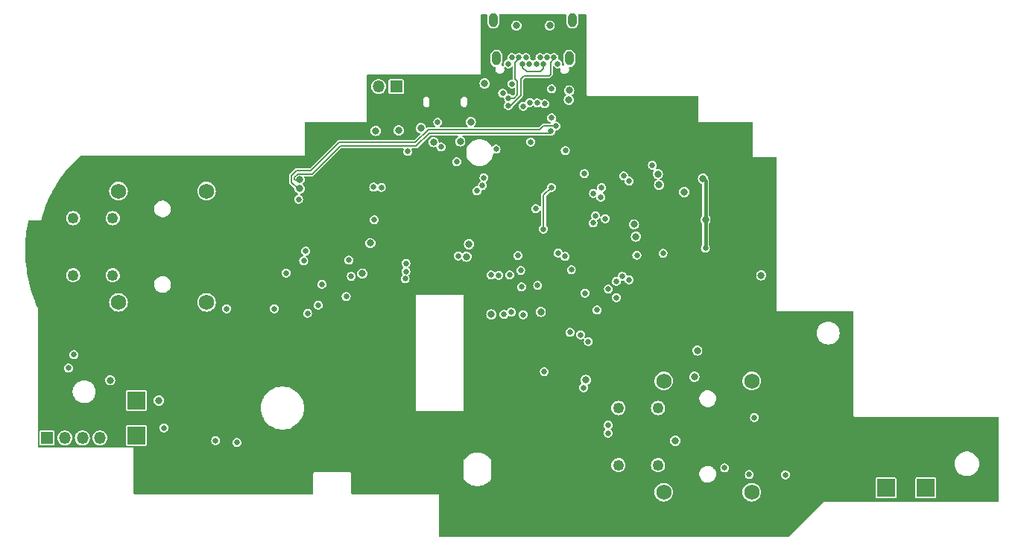
<source format=gbr>
G04 #@! TF.GenerationSoftware,KiCad,Pcbnew,7.0.6*
G04 #@! TF.CreationDate,2023-09-07T00:04:05-07:00*
G04 #@! TF.ProjectId,procon_gcc_main_pcb,70726f63-6f6e-45f6-9763-635f6d61696e,1*
G04 #@! TF.SameCoordinates,Original*
G04 #@! TF.FileFunction,Copper,L2,Inr*
G04 #@! TF.FilePolarity,Positive*
%FSLAX46Y46*%
G04 Gerber Fmt 4.6, Leading zero omitted, Abs format (unit mm)*
G04 Created by KiCad (PCBNEW 7.0.6) date 2023-09-07 00:04:05*
%MOMM*%
%LPD*%
G01*
G04 APERTURE LIST*
G04 #@! TA.AperFunction,ComponentPad*
%ADD10R,2.000000X2.000000*%
G04 #@! TD*
G04 #@! TA.AperFunction,ComponentPad*
%ADD11R,1.350000X1.350000*%
G04 #@! TD*
G04 #@! TA.AperFunction,ComponentPad*
%ADD12O,1.350000X1.350000*%
G04 #@! TD*
G04 #@! TA.AperFunction,ComponentPad*
%ADD13C,1.750000*%
G04 #@! TD*
G04 #@! TA.AperFunction,ComponentPad*
%ADD14C,1.250000*%
G04 #@! TD*
G04 #@! TA.AperFunction,ComponentPad*
%ADD15C,0.650000*%
G04 #@! TD*
G04 #@! TA.AperFunction,ComponentPad*
%ADD16O,1.000000X1.600000*%
G04 #@! TD*
G04 #@! TA.AperFunction,ViaPad*
%ADD17C,0.800000*%
G04 #@! TD*
G04 #@! TA.AperFunction,ViaPad*
%ADD18C,0.650000*%
G04 #@! TD*
G04 #@! TA.AperFunction,Conductor*
%ADD19C,0.200000*%
G04 #@! TD*
G04 #@! TA.AperFunction,Conductor*
%ADD20C,0.150000*%
G04 #@! TD*
G04 #@! TA.AperFunction,Conductor*
%ADD21C,0.400000*%
G04 #@! TD*
G04 APERTURE END LIST*
D10*
X183062000Y-145848750D03*
X93413992Y-139903200D03*
D11*
X83274400Y-140182600D03*
D12*
X85274400Y-140182600D03*
X87274400Y-140182600D03*
X89274400Y-140182600D03*
D13*
X153320200Y-133697000D03*
X153320200Y-146347000D03*
X163320200Y-133697000D03*
X163320200Y-146347000D03*
D14*
X152670200Y-136772000D03*
X152670200Y-143272000D03*
X148170200Y-136772000D03*
X148170200Y-143272000D03*
D11*
X122920000Y-100228400D03*
D12*
X120920000Y-100228400D03*
D15*
X135660000Y-97625000D03*
X136060000Y-96925000D03*
X136860000Y-96925000D03*
X137260000Y-97625000D03*
X137660000Y-96925000D03*
X138060000Y-97625000D03*
X138860000Y-97625000D03*
X139260000Y-96925000D03*
X139660000Y-97625000D03*
X140060000Y-96925000D03*
X140860000Y-96925000D03*
X141260000Y-97625000D03*
D16*
X142950000Y-92635000D03*
X142590000Y-97025000D03*
X134330000Y-97025000D03*
X133970000Y-92635000D03*
D13*
X91377000Y-112107600D03*
X91377000Y-124757600D03*
X101377000Y-112107600D03*
X101377000Y-124757600D03*
D14*
X90727000Y-115182600D03*
X90727000Y-121682600D03*
X86227000Y-115182600D03*
X86227000Y-121682600D03*
D10*
X93413992Y-135909304D03*
X178562000Y-145848750D03*
D17*
X120192800Y-125984000D03*
D18*
X142494000Y-125095000D03*
D17*
X156032200Y-149326600D03*
X160528000Y-114249200D03*
D18*
X136296400Y-123139200D03*
D17*
X167843200Y-135153400D03*
D18*
X140926929Y-122588129D03*
X120396000Y-110566200D03*
D17*
X169062400Y-147167600D03*
D18*
X111861600Y-121920000D03*
D17*
X134493000Y-139395200D03*
X119006702Y-116774102D03*
D18*
X136448800Y-115112800D03*
X106095800Y-126542800D03*
X138208690Y-107452022D03*
X94157800Y-127660400D03*
X138620500Y-116483094D03*
D17*
X122783600Y-110693200D03*
D18*
X144297400Y-111201200D03*
D17*
X151053800Y-147548600D03*
D18*
X145313400Y-119964200D03*
D17*
X153314400Y-105537000D03*
X165227000Y-112242600D03*
D18*
X88519000Y-126568200D03*
X106070400Y-113588800D03*
X134213600Y-106222800D03*
X88392000Y-113614200D03*
X133553200Y-111150400D03*
D17*
X115595400Y-126568200D03*
X167563800Y-142417800D03*
X105765600Y-120675400D03*
X121031000Y-114173000D03*
D18*
X136555272Y-104215215D03*
X141122400Y-115062000D03*
X97053400Y-138303000D03*
X131013200Y-123317000D03*
X143891000Y-109042200D03*
D17*
X151053800Y-134289800D03*
D18*
X142824200Y-121038129D03*
X137072363Y-121131594D03*
X96520000Y-139039600D03*
D17*
X155651200Y-112217200D03*
X131191000Y-118135400D03*
D18*
X134277100Y-107339094D03*
X102412800Y-140462000D03*
X111836200Y-113030000D03*
X150266400Y-119405400D03*
X132892800Y-110591600D03*
X120421400Y-115366800D03*
X142138400Y-107492800D03*
X140588129Y-103784400D03*
X138988800Y-122834400D03*
X153238200Y-119176800D03*
X147040600Y-123240800D03*
X117246400Y-124079000D03*
D17*
X131394200Y-104241600D03*
D18*
X144297400Y-110109000D03*
X138214403Y-106526609D03*
X138785600Y-114096800D03*
D17*
X95961200Y-135915400D03*
X157124400Y-130225800D03*
X154635200Y-140487400D03*
X156794200Y-133223000D03*
D18*
X124231400Y-107599500D03*
X128016000Y-107091500D03*
D17*
X142570200Y-100660200D03*
D18*
X139661900Y-116432294D03*
X140552529Y-111680482D03*
X135661400Y-102387400D03*
X136093200Y-99923600D03*
D17*
X125722725Y-104956086D03*
X130199837Y-106444519D03*
X127177237Y-106529446D03*
X123215400Y-105206800D03*
D18*
X140589000Y-100482400D03*
X135686800Y-101523800D03*
X138105188Y-102039497D03*
D17*
X136575800Y-93294200D03*
D18*
X139802765Y-102180015D03*
X145338800Y-112369600D03*
X158055736Y-118612955D03*
D17*
X164401500Y-121678700D03*
X157784800Y-110693200D03*
X152657200Y-110163000D03*
X158055736Y-115366800D03*
D18*
X152027395Y-109166476D03*
D17*
X90424000Y-133604000D03*
X152784200Y-111407600D03*
D18*
X138957046Y-102068159D03*
D17*
X140360400Y-93294200D03*
D18*
X135026400Y-100965000D03*
D17*
X120599200Y-105257600D03*
X132969000Y-99872800D03*
D18*
X112852200Y-126009400D03*
X109093000Y-125476000D03*
X146989800Y-139623800D03*
X160248600Y-143586200D03*
X146989800Y-138709400D03*
X163626800Y-137845800D03*
X167132000Y-144373600D03*
X163042600Y-144348200D03*
X136753600Y-119430800D03*
X133705600Y-121640600D03*
X124028200Y-120319800D03*
X114054979Y-125077210D03*
X149387551Y-122193703D03*
X103657400Y-125476000D03*
X104825800Y-140690600D03*
X129794000Y-108762800D03*
X127641468Y-104273468D03*
X132723174Y-111472425D03*
X146253200Y-111709200D03*
X146685000Y-115239800D03*
X86309200Y-130708400D03*
X123948748Y-122066958D03*
X135813800Y-121640600D03*
D17*
X119075200Y-121488200D03*
D18*
X142113000Y-119532400D03*
X147955000Y-124206000D03*
X147929600Y-122377200D03*
X117830600Y-121793000D03*
X142671800Y-128168400D03*
X144754600Y-129235200D03*
X148590000Y-121793000D03*
X145745200Y-125628400D03*
X114477800Y-122707400D03*
X141325600Y-119151400D03*
X124028200Y-121259600D03*
X134569200Y-121666000D03*
X110413800Y-121412000D03*
X143891000Y-128447800D03*
X145585161Y-114913733D03*
X144373600Y-123698000D03*
X145294367Y-115729088D03*
D17*
X142544800Y-101727000D03*
D18*
X137367240Y-102463027D03*
X132089527Y-112088469D03*
X144221200Y-134467600D03*
X117551200Y-119964200D03*
D17*
X130911600Y-119557800D03*
D18*
X139750800Y-132638800D03*
D17*
X119983925Y-118022388D03*
D18*
X137337800Y-126161800D03*
X137160000Y-122986800D03*
X112649000Y-118922800D03*
X129971800Y-119481600D03*
D17*
X150164800Y-117271800D03*
D18*
X148767800Y-110369400D03*
D17*
X139344400Y-125831600D03*
D18*
X149377400Y-110972600D03*
D17*
X149936200Y-115900200D03*
X133731000Y-126136400D03*
D18*
X112420400Y-120015000D03*
D17*
X144475200Y-133578600D03*
D18*
X140470827Y-105311470D03*
D17*
X111963200Y-110777800D03*
D18*
X141058451Y-104693756D03*
D17*
X111963200Y-111827800D03*
D18*
X135991600Y-125857000D03*
X121234200Y-111709200D03*
X120370600Y-111658400D03*
X135153400Y-126136400D03*
X85699600Y-132232400D03*
X146174359Y-112798690D03*
D19*
X139661900Y-112571111D02*
X140552529Y-111680482D01*
X139661900Y-116432294D02*
X139661900Y-112571111D01*
D20*
X140860000Y-97087200D02*
X140462000Y-97485200D01*
X137058400Y-101256774D02*
X135927774Y-102387400D01*
X140309600Y-98983800D02*
X137464800Y-98983800D01*
X140462000Y-98831400D02*
X140309600Y-98983800D01*
X140462000Y-97485200D02*
X140462000Y-98831400D01*
X137464800Y-98983800D02*
X137058400Y-99390200D01*
X140860000Y-96925000D02*
X140860000Y-97087200D01*
X137058400Y-99390200D02*
X137058400Y-101256774D01*
X135927774Y-102387400D02*
X135661400Y-102387400D01*
X136296400Y-101523800D02*
X135686800Y-101523800D01*
X136860000Y-96925000D02*
X136860000Y-97074000D01*
X136860000Y-97074000D02*
X136448800Y-97485200D01*
X136702800Y-99618800D02*
X136702800Y-101117400D01*
X136448800Y-99364800D02*
X136702800Y-99618800D01*
X136448800Y-97485200D02*
X136448800Y-99364800D01*
X136702800Y-101117400D02*
X136296400Y-101523800D01*
D21*
X158055736Y-115366800D02*
X158055736Y-118612955D01*
X158055736Y-110964136D02*
X158055736Y-115366800D01*
X157784800Y-110693200D02*
X158055736Y-110964136D01*
D19*
X139660000Y-98134800D02*
X139660000Y-97625000D01*
X139268200Y-98526600D02*
X139660000Y-98134800D01*
X137260000Y-98042400D02*
X137744200Y-98526600D01*
X137260000Y-97625000D02*
X137260000Y-98042400D01*
X137744200Y-98526600D02*
X139268200Y-98526600D01*
D20*
X126673000Y-105508400D02*
X125199800Y-106981600D01*
X111401200Y-110496644D02*
X111401200Y-110766200D01*
X140273897Y-105508400D02*
X126673000Y-105508400D01*
X140470827Y-105311470D02*
X140273897Y-105508400D01*
X113392244Y-110156600D02*
X111741244Y-110156600D01*
X111841537Y-110899463D02*
X111963200Y-110777800D01*
X125199800Y-106981600D02*
X116567244Y-106981600D01*
X111401200Y-110766200D02*
X111534463Y-110899463D01*
X111534463Y-110899463D02*
X111841537Y-110899463D01*
X116567244Y-106981600D02*
X113392244Y-110156600D01*
X111741244Y-110156600D02*
X111401200Y-110496644D01*
X126565000Y-105108400D02*
X125091800Y-106581600D01*
X139654244Y-104693756D02*
X139239600Y-105108400D01*
X111748156Y-111827800D02*
X111963200Y-111827800D01*
X113226556Y-109756600D02*
X111575556Y-109756600D01*
X111575556Y-109756600D02*
X111001200Y-110330956D01*
X141058451Y-104693756D02*
X139654244Y-104693756D01*
X111001200Y-111080844D02*
X111748156Y-111827800D01*
X116401556Y-106581600D02*
X113226556Y-109756600D01*
X111001200Y-110330956D02*
X111001200Y-111080844D01*
X125091800Y-106581600D02*
X116401556Y-106581600D01*
X139239600Y-105108400D02*
X126565000Y-105108400D01*
G04 #@! TA.AperFunction,Conductor*
G36*
X133291889Y-92035680D02*
G01*
X133322329Y-92088403D01*
X133317897Y-92135416D01*
X133304421Y-92170950D01*
X133289500Y-92293837D01*
X133289500Y-92976163D01*
X133304421Y-93099049D01*
X133304421Y-93099050D01*
X133363020Y-93253564D01*
X133363024Y-93253571D01*
X133456896Y-93389568D01*
X133456902Y-93389575D01*
X133564900Y-93485251D01*
X133580593Y-93499154D01*
X133726919Y-93575952D01*
X133887372Y-93615500D01*
X133887373Y-93615500D01*
X134052627Y-93615500D01*
X134052628Y-93615500D01*
X134213081Y-93575952D01*
X134359407Y-93499154D01*
X134436024Y-93431276D01*
X134483097Y-93389575D01*
X134483099Y-93389572D01*
X134483103Y-93389569D01*
X134548931Y-93294200D01*
X135990291Y-93294200D01*
X136010242Y-93445741D01*
X136010242Y-93445743D01*
X136010243Y-93445744D01*
X136068731Y-93586949D01*
X136068732Y-93586951D01*
X136068734Y-93586955D01*
X136161783Y-93708217D01*
X136283045Y-93801266D01*
X136424259Y-93859758D01*
X136575800Y-93879709D01*
X136727341Y-93859758D01*
X136868555Y-93801266D01*
X136989817Y-93708217D01*
X137082866Y-93586955D01*
X137141358Y-93445741D01*
X137161309Y-93294200D01*
X139774891Y-93294200D01*
X139794842Y-93445741D01*
X139794842Y-93445743D01*
X139794843Y-93445744D01*
X139853331Y-93586949D01*
X139853332Y-93586951D01*
X139853334Y-93586955D01*
X139946383Y-93708217D01*
X140067645Y-93801266D01*
X140208859Y-93859758D01*
X140360400Y-93879709D01*
X140511941Y-93859758D01*
X140653155Y-93801266D01*
X140774417Y-93708217D01*
X140867466Y-93586955D01*
X140925958Y-93445741D01*
X140945909Y-93294200D01*
X140925958Y-93142659D01*
X140867466Y-93001446D01*
X140774417Y-92880183D01*
X140774412Y-92880179D01*
X140774411Y-92880178D01*
X140718665Y-92837403D01*
X140653155Y-92787134D01*
X140653151Y-92787132D01*
X140653149Y-92787131D01*
X140511944Y-92728643D01*
X140511943Y-92728642D01*
X140511941Y-92728642D01*
X140360400Y-92708691D01*
X140360399Y-92708691D01*
X140327423Y-92713032D01*
X140208859Y-92728642D01*
X140208857Y-92728642D01*
X140208855Y-92728643D01*
X140067651Y-92787131D01*
X140067643Y-92787136D01*
X139946388Y-92880178D01*
X139946378Y-92880188D01*
X139853336Y-93001443D01*
X139853331Y-93001451D01*
X139794843Y-93142655D01*
X139794842Y-93142657D01*
X139794842Y-93142659D01*
X139774891Y-93294200D01*
X137161309Y-93294200D01*
X137141358Y-93142659D01*
X137082866Y-93001446D01*
X136989817Y-92880183D01*
X136989812Y-92880179D01*
X136989811Y-92880178D01*
X136934065Y-92837403D01*
X136868555Y-92787134D01*
X136868551Y-92787132D01*
X136868549Y-92787131D01*
X136727344Y-92728643D01*
X136727343Y-92728642D01*
X136727341Y-92728642D01*
X136575800Y-92708691D01*
X136575799Y-92708691D01*
X136542823Y-92713032D01*
X136424259Y-92728642D01*
X136424257Y-92728642D01*
X136424255Y-92728643D01*
X136283051Y-92787131D01*
X136283043Y-92787136D01*
X136161788Y-92880178D01*
X136161778Y-92880188D01*
X136068736Y-93001443D01*
X136068731Y-93001451D01*
X136010243Y-93142655D01*
X136010242Y-93142657D01*
X136010242Y-93142659D01*
X135990291Y-93294200D01*
X134548931Y-93294200D01*
X134576978Y-93253567D01*
X134635579Y-93099050D01*
X134650500Y-92976163D01*
X134650500Y-92293837D01*
X134635579Y-92170950D01*
X134622102Y-92135416D01*
X134621285Y-92074544D01*
X134659788Y-92027386D01*
X134705319Y-92014858D01*
X142214681Y-92014858D01*
X142271889Y-92035680D01*
X142302329Y-92088403D01*
X142297897Y-92135416D01*
X142284421Y-92170950D01*
X142269500Y-92293837D01*
X142269500Y-92976163D01*
X142284421Y-93099049D01*
X142284421Y-93099050D01*
X142343020Y-93253564D01*
X142343024Y-93253571D01*
X142436896Y-93389568D01*
X142436902Y-93389575D01*
X142544900Y-93485251D01*
X142560593Y-93499154D01*
X142706919Y-93575952D01*
X142867372Y-93615500D01*
X142867373Y-93615500D01*
X143032627Y-93615500D01*
X143032628Y-93615500D01*
X143193081Y-93575952D01*
X143339407Y-93499154D01*
X143416024Y-93431276D01*
X143463097Y-93389575D01*
X143463099Y-93389572D01*
X143463103Y-93389569D01*
X143556978Y-93253567D01*
X143615579Y-93099050D01*
X143630500Y-92976163D01*
X143630500Y-92293837D01*
X143615579Y-92170950D01*
X143602102Y-92135416D01*
X143601285Y-92074544D01*
X143639788Y-92027386D01*
X143685319Y-92014858D01*
X144466725Y-92014858D01*
X144523933Y-92035680D01*
X144554373Y-92088403D01*
X144555725Y-92103858D01*
X144555725Y-101082826D01*
X144552693Y-101105858D01*
X144550416Y-101114356D01*
X144550416Y-101114360D01*
X144554211Y-101128527D01*
X144554215Y-101128535D01*
X144555725Y-101134171D01*
X144555725Y-101134172D01*
X144571290Y-101192262D01*
X144628320Y-101249293D01*
X144706225Y-101270167D01*
X144713193Y-101268300D01*
X144714724Y-101267890D01*
X144737757Y-101264858D01*
X157166725Y-101264858D01*
X157223933Y-101285680D01*
X157254373Y-101338403D01*
X157255725Y-101353858D01*
X157255725Y-104082826D01*
X157252693Y-104105858D01*
X157250416Y-104114356D01*
X157250416Y-104114360D01*
X157254211Y-104128527D01*
X157254215Y-104128535D01*
X157255725Y-104134171D01*
X157255725Y-104134172D01*
X157271290Y-104192262D01*
X157328320Y-104249293D01*
X157406225Y-104270167D01*
X157413090Y-104268327D01*
X157414724Y-104267890D01*
X157437757Y-104264858D01*
X163366725Y-104264858D01*
X163423933Y-104285680D01*
X163454373Y-104338403D01*
X163455725Y-104353858D01*
X163455725Y-108082826D01*
X163452693Y-108105858D01*
X163450416Y-108114356D01*
X163450416Y-108114360D01*
X163454211Y-108128527D01*
X163454215Y-108128535D01*
X163455725Y-108134171D01*
X163455725Y-108134172D01*
X163471290Y-108192262D01*
X163528320Y-108249293D01*
X163606225Y-108270167D01*
X163613090Y-108268327D01*
X163614724Y-108267890D01*
X163637757Y-108264858D01*
X166066725Y-108264858D01*
X166123933Y-108285680D01*
X166154373Y-108338403D01*
X166155725Y-108353858D01*
X166155725Y-125582826D01*
X166152693Y-125605858D01*
X166150416Y-125614356D01*
X166150416Y-125614360D01*
X166154211Y-125628527D01*
X166154215Y-125628535D01*
X166155725Y-125634171D01*
X166155725Y-125634172D01*
X166171290Y-125692262D01*
X166228320Y-125749293D01*
X166306225Y-125770167D01*
X166313090Y-125768327D01*
X166314724Y-125767890D01*
X166337757Y-125764858D01*
X174766725Y-125764858D01*
X174823933Y-125785680D01*
X174854373Y-125838403D01*
X174855725Y-125853858D01*
X174855725Y-137582825D01*
X174852693Y-137605857D01*
X174850416Y-137614355D01*
X174850416Y-137614359D01*
X174854211Y-137628526D01*
X174854215Y-137628534D01*
X174855725Y-137634170D01*
X174855725Y-137634171D01*
X174871290Y-137692261D01*
X174928320Y-137749292D01*
X175006225Y-137770166D01*
X175013090Y-137768326D01*
X175014724Y-137767889D01*
X175037757Y-137764857D01*
X191316725Y-137764857D01*
X191373933Y-137785679D01*
X191404373Y-137838402D01*
X191405725Y-137853857D01*
X191405725Y-147374857D01*
X191384903Y-147432065D01*
X191332180Y-147462505D01*
X191316725Y-147463857D01*
X171607748Y-147463857D01*
X171602936Y-147463254D01*
X171555307Y-147463857D01*
X171535911Y-147463857D01*
X171531764Y-147464154D01*
X171513995Y-147464380D01*
X171513996Y-147464380D01*
X171513992Y-147464381D01*
X171507759Y-147468086D01*
X171485328Y-147477544D01*
X171478323Y-147479421D01*
X171478317Y-147479424D01*
X171465751Y-147491989D01*
X171462654Y-147494741D01*
X171449137Y-147508605D01*
X171415448Y-147542292D01*
X171412511Y-147546168D01*
X167618964Y-151436988D01*
X167564118Y-151463413D01*
X167555240Y-151463857D01*
X127895726Y-151463857D01*
X127838518Y-151443035D01*
X127808078Y-151390312D01*
X127806726Y-151374857D01*
X127806726Y-146745888D01*
X127809758Y-146722854D01*
X127812035Y-146714357D01*
X127812034Y-146714356D01*
X127812035Y-146714355D01*
X127791161Y-146636454D01*
X127791161Y-146636453D01*
X127769204Y-146614496D01*
X127734131Y-146579422D01*
X127656226Y-146558548D01*
X127656225Y-146558548D01*
X127647727Y-146560825D01*
X127624694Y-146563857D01*
X117895726Y-146563857D01*
X117838518Y-146543035D01*
X117808078Y-146490312D01*
X117806726Y-146474857D01*
X117806726Y-146347004D01*
X152259593Y-146347004D01*
X152279970Y-146553905D01*
X152279971Y-146553910D01*
X152279971Y-146553912D01*
X152279972Y-146553914D01*
X152340327Y-146752877D01*
X152340328Y-146752880D01*
X152340329Y-146752881D01*
X152438337Y-146936242D01*
X152514667Y-147029249D01*
X152570238Y-147096962D01*
X152570243Y-147096966D01*
X152730957Y-147228862D01*
X152801141Y-147266375D01*
X152914323Y-147326873D01*
X153113286Y-147387228D01*
X153113291Y-147387228D01*
X153113294Y-147387229D01*
X153320195Y-147407607D01*
X153320200Y-147407607D01*
X153320205Y-147407607D01*
X153527105Y-147387229D01*
X153527106Y-147387228D01*
X153527114Y-147387228D01*
X153726077Y-147326873D01*
X153909442Y-147228862D01*
X154070162Y-147096962D01*
X154202062Y-146936242D01*
X154300073Y-146752877D01*
X154360428Y-146553914D01*
X154360429Y-146553905D01*
X154380807Y-146347004D01*
X162259593Y-146347004D01*
X162279970Y-146553905D01*
X162279971Y-146553910D01*
X162279971Y-146553912D01*
X162279972Y-146553914D01*
X162340327Y-146752877D01*
X162340328Y-146752880D01*
X162340329Y-146752881D01*
X162438337Y-146936242D01*
X162514667Y-147029249D01*
X162570238Y-147096962D01*
X162570243Y-147096966D01*
X162730957Y-147228862D01*
X162801141Y-147266375D01*
X162914323Y-147326873D01*
X163113286Y-147387228D01*
X163113291Y-147387228D01*
X163113294Y-147387229D01*
X163320195Y-147407607D01*
X163320200Y-147407607D01*
X163320205Y-147407607D01*
X163527105Y-147387229D01*
X163527106Y-147387228D01*
X163527114Y-147387228D01*
X163726077Y-147326873D01*
X163909442Y-147228862D01*
X164070162Y-147096962D01*
X164202062Y-146936242D01*
X164239326Y-146866526D01*
X177381500Y-146866526D01*
X177391972Y-146919177D01*
X177391973Y-146919178D01*
X177431867Y-146978883D01*
X177431870Y-146978885D01*
X177431872Y-146978887D01*
X177491570Y-147018776D01*
X177491571Y-147018776D01*
X177491572Y-147018777D01*
X177544223Y-147029250D01*
X179579776Y-147029249D01*
X179632428Y-147018777D01*
X179692133Y-146978883D01*
X179732027Y-146919178D01*
X179742500Y-146866527D01*
X179742500Y-146866526D01*
X181881500Y-146866526D01*
X181891972Y-146919177D01*
X181891973Y-146919178D01*
X181931867Y-146978883D01*
X181931870Y-146978885D01*
X181931872Y-146978887D01*
X181991570Y-147018776D01*
X181991571Y-147018776D01*
X181991572Y-147018777D01*
X182044223Y-147029250D01*
X184079776Y-147029249D01*
X184132428Y-147018777D01*
X184192133Y-146978883D01*
X184232027Y-146919178D01*
X184242500Y-146866527D01*
X184242499Y-144830974D01*
X184241783Y-144827376D01*
X184232027Y-144778322D01*
X184226070Y-144769407D01*
X184192133Y-144718617D01*
X184192129Y-144718614D01*
X184192127Y-144718612D01*
X184132429Y-144678723D01*
X184132430Y-144678723D01*
X184079777Y-144668250D01*
X182044223Y-144668250D01*
X181991572Y-144678722D01*
X181931869Y-144718615D01*
X181931862Y-144718622D01*
X181891973Y-144778319D01*
X181881500Y-144830968D01*
X181881500Y-146866526D01*
X179742500Y-146866526D01*
X179742499Y-144830974D01*
X179741783Y-144827376D01*
X179732027Y-144778322D01*
X179726070Y-144769407D01*
X179692133Y-144718617D01*
X179692129Y-144718614D01*
X179692127Y-144718612D01*
X179632429Y-144678723D01*
X179632430Y-144678723D01*
X179579777Y-144668250D01*
X177544223Y-144668250D01*
X177491572Y-144678722D01*
X177431869Y-144718615D01*
X177431862Y-144718622D01*
X177391973Y-144778319D01*
X177381500Y-144830968D01*
X177381500Y-146866526D01*
X164239326Y-146866526D01*
X164300073Y-146752877D01*
X164360428Y-146553914D01*
X164360429Y-146553905D01*
X164380807Y-146347004D01*
X164380807Y-146346995D01*
X164360429Y-146140094D01*
X164360428Y-146140089D01*
X164360428Y-146140086D01*
X164300073Y-145941123D01*
X164262838Y-145871463D01*
X164202062Y-145757757D01*
X164070166Y-145597043D01*
X164070162Y-145597038D01*
X164070156Y-145597033D01*
X163909442Y-145465137D01*
X163778137Y-145394953D01*
X163726077Y-145367127D01*
X163527114Y-145306772D01*
X163527112Y-145306771D01*
X163527110Y-145306771D01*
X163527105Y-145306770D01*
X163320205Y-145286393D01*
X163320195Y-145286393D01*
X163113294Y-145306770D01*
X163113289Y-145306771D01*
X163113285Y-145306772D01*
X163113286Y-145306772D01*
X162914323Y-145367127D01*
X162914320Y-145367128D01*
X162914318Y-145367129D01*
X162730957Y-145465137D01*
X162570243Y-145597033D01*
X162570233Y-145597043D01*
X162438337Y-145757757D01*
X162340329Y-145941118D01*
X162279971Y-146140089D01*
X162279970Y-146140094D01*
X162259593Y-146346995D01*
X162259593Y-146347004D01*
X154380807Y-146347004D01*
X154380807Y-146346995D01*
X154360429Y-146140094D01*
X154360428Y-146140089D01*
X154360428Y-146140086D01*
X154300073Y-145941123D01*
X154262838Y-145871463D01*
X154202062Y-145757757D01*
X154070166Y-145597043D01*
X154070162Y-145597038D01*
X154070156Y-145597033D01*
X153909442Y-145465137D01*
X153778137Y-145394953D01*
X153726077Y-145367127D01*
X153527114Y-145306772D01*
X153527112Y-145306771D01*
X153527110Y-145306771D01*
X153527105Y-145306770D01*
X153320205Y-145286393D01*
X153320195Y-145286393D01*
X153113294Y-145306770D01*
X153113289Y-145306771D01*
X153113285Y-145306772D01*
X153113286Y-145306772D01*
X152914323Y-145367127D01*
X152914320Y-145367128D01*
X152914318Y-145367129D01*
X152730957Y-145465137D01*
X152570243Y-145597033D01*
X152570233Y-145597043D01*
X152438337Y-145757757D01*
X152340329Y-145941118D01*
X152279971Y-146140089D01*
X152279970Y-146140094D01*
X152259593Y-146346995D01*
X152259593Y-146347004D01*
X117806726Y-146347004D01*
X117806726Y-144795419D01*
X130601923Y-144795419D01*
X130604045Y-144806178D01*
X130604816Y-144814056D01*
X130604965Y-144814037D01*
X130605725Y-144819814D01*
X130609162Y-144832644D01*
X130609836Y-144835546D01*
X130615215Y-144862816D01*
X130617460Y-144867854D01*
X130620590Y-144876690D01*
X130621290Y-144877902D01*
X130621291Y-144877904D01*
X130637728Y-144894341D01*
X130646017Y-144903905D01*
X130648191Y-144906807D01*
X130711405Y-144991201D01*
X130711410Y-144991206D01*
X130871378Y-145154220D01*
X130888007Y-145171165D01*
X131086831Y-145326224D01*
X131304394Y-145453664D01*
X131536883Y-145551250D01*
X131780226Y-145617274D01*
X131780230Y-145617274D01*
X131780231Y-145617275D01*
X132030151Y-145650577D01*
X132030156Y-145650577D01*
X132282300Y-145650577D01*
X132532220Y-145617275D01*
X132532220Y-145617274D01*
X132532226Y-145617274D01*
X132775569Y-145551250D01*
X133008058Y-145453664D01*
X133225621Y-145326224D01*
X133424445Y-145171165D01*
X133601046Y-144991202D01*
X133666438Y-144903899D01*
X133674730Y-144894334D01*
X133691161Y-144877904D01*
X133691161Y-144877901D01*
X133691862Y-144876689D01*
X133694996Y-144867843D01*
X133697232Y-144862823D01*
X133697236Y-144862819D01*
X133702618Y-144835525D01*
X133703289Y-144832639D01*
X133706726Y-144819814D01*
X133706726Y-144819811D01*
X133707488Y-144814030D01*
X133707637Y-144814049D01*
X133708407Y-144806168D01*
X133710528Y-144795416D01*
X133709584Y-144791780D01*
X133706726Y-144769408D01*
X133706726Y-144370391D01*
X157366024Y-144370391D01*
X157395297Y-144561474D01*
X157462436Y-144742754D01*
X157564689Y-144906805D01*
X157564691Y-144906807D01*
X157697877Y-145046919D01*
X157856542Y-145157353D01*
X158034188Y-145233587D01*
X158034192Y-145233587D01*
X158034196Y-145233589D01*
X158223536Y-145272499D01*
X158223542Y-145272499D01*
X158223544Y-145272500D01*
X158223546Y-145272500D01*
X158368413Y-145272500D01*
X158512515Y-145257846D01*
X158512517Y-145257845D01*
X158512521Y-145257845D01*
X158696968Y-145199974D01*
X158865991Y-145106159D01*
X159012668Y-144980240D01*
X159130996Y-144827373D01*
X159216130Y-144653816D01*
X159264585Y-144466674D01*
X159270593Y-144348200D01*
X162531902Y-144348200D01*
X162552588Y-144492079D01*
X162612972Y-144624302D01*
X162612974Y-144624305D01*
X162694694Y-144718615D01*
X162708164Y-144734160D01*
X162830448Y-144812747D01*
X162969920Y-144853700D01*
X162969922Y-144853700D01*
X163115278Y-144853700D01*
X163115280Y-144853700D01*
X163254752Y-144812747D01*
X163377036Y-144734160D01*
X163472226Y-144624304D01*
X163532611Y-144492080D01*
X163549646Y-144373600D01*
X166621302Y-144373600D01*
X166641988Y-144517479D01*
X166702372Y-144649702D01*
X166702374Y-144649705D01*
X166784409Y-144744378D01*
X166797564Y-144759560D01*
X166919848Y-144838147D01*
X167059320Y-144879100D01*
X167059322Y-144879100D01*
X167204678Y-144879100D01*
X167204680Y-144879100D01*
X167344152Y-144838147D01*
X167466436Y-144759560D01*
X167561626Y-144649704D01*
X167622011Y-144517480D01*
X167642698Y-144373600D01*
X167642236Y-144370390D01*
X167622011Y-144229720D01*
X167561627Y-144097497D01*
X167561625Y-144097494D01*
X167466436Y-143987640D01*
X167443895Y-143973154D01*
X167344152Y-143909053D01*
X167204680Y-143868100D01*
X167059320Y-143868100D01*
X166919848Y-143909053D01*
X166876149Y-143937135D01*
X166797563Y-143987640D01*
X166702374Y-144097494D01*
X166702372Y-144097497D01*
X166641988Y-144229720D01*
X166621302Y-144373599D01*
X166621302Y-144373600D01*
X163549646Y-144373600D01*
X163553298Y-144348200D01*
X163544422Y-144286470D01*
X163532611Y-144204320D01*
X163472227Y-144072097D01*
X163472225Y-144072094D01*
X163377036Y-143962240D01*
X163377035Y-143962240D01*
X163254752Y-143883653D01*
X163115280Y-143842700D01*
X162969920Y-143842700D01*
X162830448Y-143883653D01*
X162803074Y-143901245D01*
X162708163Y-143962240D01*
X162612974Y-144072094D01*
X162612972Y-144072097D01*
X162552588Y-144204320D01*
X162531902Y-144348199D01*
X162531902Y-144348200D01*
X159270593Y-144348200D01*
X159274376Y-144273610D01*
X159245103Y-144082526D01*
X159177964Y-143901247D01*
X159177963Y-143901245D01*
X159075710Y-143737194D01*
X159068947Y-143730079D01*
X158942523Y-143597081D01*
X158926890Y-143586200D01*
X159737902Y-143586200D01*
X159758588Y-143730079D01*
X159818972Y-143862302D01*
X159818974Y-143862305D01*
X159905568Y-143962240D01*
X159914164Y-143972160D01*
X160036448Y-144050747D01*
X160175920Y-144091700D01*
X160175922Y-144091700D01*
X160321278Y-144091700D01*
X160321280Y-144091700D01*
X160460752Y-144050747D01*
X160583036Y-143972160D01*
X160678226Y-143862304D01*
X160738611Y-143730080D01*
X160759298Y-143586200D01*
X160738611Y-143442320D01*
X160738610Y-143442319D01*
X160678227Y-143310097D01*
X160678225Y-143310094D01*
X160583036Y-143200240D01*
X160460752Y-143121653D01*
X160421066Y-143110000D01*
X186344700Y-143110000D01*
X186363865Y-143341300D01*
X186363865Y-143341302D01*
X186420841Y-143566294D01*
X186420843Y-143566300D01*
X186514076Y-143778850D01*
X186514077Y-143778851D01*
X186641021Y-143973154D01*
X186641021Y-143973155D01*
X186755484Y-144097494D01*
X186798216Y-144143913D01*
X186964851Y-144273610D01*
X186981373Y-144286469D01*
X186981377Y-144286472D01*
X187095439Y-144348199D01*
X187185497Y-144396936D01*
X187405019Y-144472298D01*
X187633951Y-144510500D01*
X187633952Y-144510500D01*
X187866048Y-144510500D01*
X187866049Y-144510500D01*
X188094981Y-144472298D01*
X188314503Y-144396936D01*
X188518626Y-144286470D01*
X188701784Y-144143913D01*
X188787551Y-144050745D01*
X188858978Y-143973155D01*
X188858978Y-143973154D01*
X188858979Y-143973153D01*
X188985924Y-143778849D01*
X189079157Y-143566300D01*
X189136134Y-143341305D01*
X189155300Y-143110000D01*
X189136134Y-142878695D01*
X189079157Y-142653700D01*
X188985924Y-142441151D01*
X188912546Y-142328838D01*
X188858978Y-142246845D01*
X188858978Y-142246844D01*
X188701783Y-142076086D01*
X188518626Y-141933530D01*
X188518622Y-141933527D01*
X188314507Y-141823066D01*
X188314506Y-141823065D01*
X188314503Y-141823064D01*
X188094981Y-141747702D01*
X188094979Y-141747701D01*
X188094977Y-141747701D01*
X187866050Y-141709500D01*
X187866049Y-141709500D01*
X187633951Y-141709500D01*
X187633949Y-141709500D01*
X187405022Y-141747701D01*
X187405015Y-141747703D01*
X187280260Y-141790531D01*
X187185497Y-141823064D01*
X187185495Y-141823064D01*
X187185492Y-141823066D01*
X186981377Y-141933527D01*
X186981373Y-141933530D01*
X186798216Y-142076086D01*
X186641021Y-142246844D01*
X186641021Y-142246845D01*
X186514077Y-142441148D01*
X186514076Y-142441149D01*
X186420843Y-142653699D01*
X186420841Y-142653705D01*
X186363865Y-142878697D01*
X186363865Y-142878699D01*
X186344700Y-143109999D01*
X186344700Y-143110000D01*
X160421066Y-143110000D01*
X160321280Y-143080700D01*
X160175920Y-143080700D01*
X160036448Y-143121653D01*
X159992749Y-143149735D01*
X159914163Y-143200240D01*
X159818974Y-143310094D01*
X159818972Y-143310097D01*
X159758588Y-143442320D01*
X159737902Y-143586199D01*
X159737902Y-143586200D01*
X158926890Y-143586200D01*
X158783858Y-143486647D01*
X158783854Y-143486645D01*
X158606213Y-143410413D01*
X158606203Y-143410410D01*
X158416863Y-143371500D01*
X158416856Y-143371500D01*
X158271994Y-143371500D01*
X158271986Y-143371500D01*
X158127884Y-143386153D01*
X158127873Y-143386156D01*
X157943435Y-143444024D01*
X157774404Y-143537844D01*
X157627735Y-143663756D01*
X157627728Y-143663764D01*
X157509406Y-143816623D01*
X157509405Y-143816625D01*
X157424270Y-143990184D01*
X157375816Y-144177322D01*
X157375815Y-144177327D01*
X157366024Y-144370391D01*
X133706726Y-144370391D01*
X133706726Y-143272003D01*
X147359603Y-143272003D01*
X147379924Y-143452364D01*
X147379925Y-143452370D01*
X147379926Y-143452375D01*
X147430561Y-143597081D01*
X147439878Y-143623708D01*
X147511187Y-143737194D01*
X147536450Y-143777399D01*
X147664801Y-143905750D01*
X147664803Y-143905751D01*
X147664804Y-143905752D01*
X147818491Y-144002321D01*
X147818492Y-144002321D01*
X147818495Y-144002323D01*
X147989825Y-144062274D01*
X148039011Y-144067815D01*
X148170197Y-144082597D01*
X148170200Y-144082597D01*
X148170203Y-144082597D01*
X148275788Y-144070700D01*
X148350575Y-144062274D01*
X148521905Y-144002323D01*
X148675599Y-143905750D01*
X148803950Y-143777399D01*
X148900523Y-143623705D01*
X148960474Y-143452375D01*
X148972989Y-143341300D01*
X148980797Y-143272003D01*
X151859603Y-143272003D01*
X151879924Y-143452364D01*
X151879925Y-143452370D01*
X151879926Y-143452375D01*
X151930561Y-143597081D01*
X151939878Y-143623708D01*
X152011187Y-143737194D01*
X152036450Y-143777399D01*
X152164801Y-143905750D01*
X152164803Y-143905751D01*
X152164804Y-143905752D01*
X152318491Y-144002321D01*
X152318492Y-144002321D01*
X152318495Y-144002323D01*
X152489825Y-144062274D01*
X152539011Y-144067815D01*
X152670197Y-144082597D01*
X152670200Y-144082597D01*
X152670203Y-144082597D01*
X152775788Y-144070700D01*
X152850575Y-144062274D01*
X153021905Y-144002323D01*
X153175599Y-143905750D01*
X153303950Y-143777399D01*
X153400523Y-143623705D01*
X153460474Y-143452375D01*
X153472989Y-143341300D01*
X153480797Y-143272003D01*
X153480797Y-143271996D01*
X153460475Y-143091635D01*
X153460474Y-143091625D01*
X153400523Y-142920295D01*
X153400521Y-142920292D01*
X153400521Y-142920291D01*
X153303952Y-142766604D01*
X153303951Y-142766603D01*
X153303950Y-142766601D01*
X153175599Y-142638250D01*
X153175596Y-142638248D01*
X153175595Y-142638247D01*
X153021908Y-142541678D01*
X152991929Y-142531188D01*
X152850575Y-142481726D01*
X152850570Y-142481725D01*
X152850564Y-142481724D01*
X152670203Y-142461403D01*
X152670197Y-142461403D01*
X152489835Y-142481724D01*
X152489827Y-142481725D01*
X152489825Y-142481726D01*
X152412472Y-142508793D01*
X152318491Y-142541678D01*
X152164804Y-142638247D01*
X152036447Y-142766604D01*
X151939878Y-142920291D01*
X151879926Y-143091626D01*
X151879924Y-143091635D01*
X151859603Y-143271996D01*
X151859603Y-143272003D01*
X148980797Y-143272003D01*
X148980797Y-143271996D01*
X148960475Y-143091635D01*
X148960474Y-143091625D01*
X148900523Y-142920295D01*
X148900521Y-142920292D01*
X148900521Y-142920291D01*
X148803952Y-142766604D01*
X148803951Y-142766603D01*
X148803950Y-142766601D01*
X148675599Y-142638250D01*
X148675596Y-142638248D01*
X148675595Y-142638247D01*
X148521908Y-142541678D01*
X148491929Y-142531188D01*
X148350575Y-142481726D01*
X148350570Y-142481725D01*
X148350564Y-142481724D01*
X148170203Y-142461403D01*
X148170197Y-142461403D01*
X147989835Y-142481724D01*
X147989827Y-142481725D01*
X147989825Y-142481726D01*
X147912472Y-142508793D01*
X147818491Y-142541678D01*
X147664804Y-142638247D01*
X147536447Y-142766604D01*
X147439878Y-142920291D01*
X147379926Y-143091626D01*
X147379924Y-143091635D01*
X147359603Y-143271996D01*
X147359603Y-143272003D01*
X133706726Y-143272003D01*
X133706726Y-142730592D01*
X133709584Y-142708217D01*
X133710528Y-142704584D01*
X133708407Y-142693832D01*
X133707638Y-142685951D01*
X133707488Y-142685971D01*
X133706726Y-142680189D01*
X133706726Y-142680186D01*
X133703287Y-142667350D01*
X133702617Y-142664468D01*
X133697236Y-142637181D01*
X133697232Y-142637176D01*
X133694993Y-142632149D01*
X133691862Y-142623311D01*
X133691160Y-142622095D01*
X133674728Y-142605662D01*
X133666429Y-142596087D01*
X133601046Y-142508798D01*
X133601041Y-142508793D01*
X133424453Y-142328843D01*
X133424448Y-142328838D01*
X133424447Y-142328837D01*
X133424445Y-142328835D01*
X133225621Y-142173776D01*
X133225617Y-142173773D01*
X133225615Y-142173772D01*
X133008056Y-142046335D01*
X133008054Y-142046334D01*
X132775572Y-141948751D01*
X132775570Y-141948750D01*
X132775569Y-141948750D01*
X132532226Y-141882726D01*
X132532223Y-141882725D01*
X132532221Y-141882725D01*
X132532220Y-141882724D01*
X132282301Y-141849423D01*
X132282296Y-141849423D01*
X132030156Y-141849423D01*
X132030151Y-141849423D01*
X131780231Y-141882724D01*
X131780230Y-141882725D01*
X131536879Y-141948751D01*
X131304397Y-142046334D01*
X131304395Y-142046335D01*
X131086836Y-142173772D01*
X130888003Y-142328838D01*
X130887998Y-142328843D01*
X130711410Y-142508793D01*
X130711403Y-142508801D01*
X130646017Y-142596092D01*
X130637721Y-142605664D01*
X130621294Y-142622092D01*
X130621292Y-142622094D01*
X130621291Y-142622096D01*
X130621290Y-142622098D01*
X130620587Y-142623316D01*
X130617467Y-142632125D01*
X130615215Y-142637180D01*
X130609835Y-142664456D01*
X130609161Y-142667357D01*
X130605726Y-142680180D01*
X130604965Y-142685964D01*
X130604816Y-142685944D01*
X130604046Y-142693819D01*
X130601923Y-142704583D01*
X130601924Y-142704585D01*
X130602867Y-142708216D01*
X130605726Y-142730592D01*
X130605726Y-144769407D01*
X130602868Y-144791779D01*
X130601924Y-144795413D01*
X130601923Y-144795419D01*
X117806726Y-144795419D01*
X117806726Y-144245888D01*
X117809758Y-144222854D01*
X117809759Y-144222851D01*
X117812035Y-144214357D01*
X117812034Y-144214356D01*
X117812035Y-144214355D01*
X117794194Y-144147772D01*
X117793422Y-144141912D01*
X117791161Y-144136453D01*
X117791161Y-144136452D01*
X117734131Y-144079422D01*
X117656226Y-144058548D01*
X117656225Y-144058548D01*
X117647727Y-144060825D01*
X117624694Y-144063857D01*
X113687758Y-144063857D01*
X113664725Y-144060825D01*
X113656226Y-144058548D01*
X113636412Y-144063857D01*
X113578323Y-144079421D01*
X113578321Y-144079422D01*
X113521290Y-144136452D01*
X113521290Y-144136453D01*
X113500417Y-144214354D01*
X113500417Y-144214355D01*
X113500417Y-144214356D01*
X113500417Y-144214357D01*
X113502693Y-144222851D01*
X113505725Y-144245883D01*
X113505725Y-145367129D01*
X113505726Y-146474857D01*
X113484904Y-146532065D01*
X113432181Y-146562505D01*
X113416726Y-146563857D01*
X93195726Y-146563857D01*
X93138518Y-146543035D01*
X93108078Y-146490312D01*
X93106726Y-146474857D01*
X93106726Y-141445888D01*
X93109758Y-141422854D01*
X93112035Y-141414357D01*
X93112034Y-141414356D01*
X93112035Y-141414355D01*
X93094194Y-141347772D01*
X93093422Y-141341912D01*
X93091161Y-141336453D01*
X93091161Y-141336452D01*
X93034131Y-141279422D01*
X93034129Y-141279421D01*
X92956670Y-141258666D01*
X92956393Y-141258472D01*
X92955787Y-141258664D01*
X92947736Y-141260822D01*
X92924694Y-141263857D01*
X82295726Y-141263857D01*
X82238518Y-141243035D01*
X82208078Y-141190312D01*
X82206726Y-141174857D01*
X82206726Y-140875376D01*
X82418900Y-140875376D01*
X82429372Y-140928027D01*
X82459842Y-140973627D01*
X82469267Y-140987733D01*
X82469270Y-140987735D01*
X82469272Y-140987737D01*
X82528970Y-141027626D01*
X82528971Y-141027626D01*
X82528972Y-141027627D01*
X82581623Y-141038100D01*
X83967176Y-141038099D01*
X84019828Y-141027627D01*
X84079533Y-140987733D01*
X84119427Y-140928028D01*
X84129900Y-140875377D01*
X84129900Y-140182603D01*
X84414188Y-140182603D01*
X84432984Y-140361440D01*
X84432986Y-140361447D01*
X84488556Y-140532479D01*
X84578471Y-140688216D01*
X84578472Y-140688218D01*
X84578474Y-140688220D01*
X84698806Y-140821862D01*
X84844294Y-140927565D01*
X84891444Y-140948557D01*
X85008572Y-141000707D01*
X85008577Y-141000709D01*
X85008578Y-141000709D01*
X85008580Y-141000710D01*
X85184483Y-141038100D01*
X85184487Y-141038100D01*
X85364313Y-141038100D01*
X85364317Y-141038100D01*
X85540220Y-141000710D01*
X85704506Y-140927565D01*
X85849994Y-140821862D01*
X85970326Y-140688220D01*
X86060243Y-140532480D01*
X86115814Y-140361448D01*
X86130045Y-140226053D01*
X86134612Y-140182603D01*
X86414188Y-140182603D01*
X86432984Y-140361440D01*
X86432986Y-140361447D01*
X86488556Y-140532479D01*
X86578471Y-140688216D01*
X86578472Y-140688218D01*
X86578474Y-140688220D01*
X86698806Y-140821862D01*
X86844294Y-140927565D01*
X86891444Y-140948557D01*
X87008572Y-141000707D01*
X87008577Y-141000709D01*
X87008578Y-141000709D01*
X87008580Y-141000710D01*
X87184483Y-141038100D01*
X87184487Y-141038100D01*
X87364313Y-141038100D01*
X87364317Y-141038100D01*
X87540220Y-141000710D01*
X87704506Y-140927565D01*
X87849994Y-140821862D01*
X87970326Y-140688220D01*
X88060243Y-140532480D01*
X88115814Y-140361448D01*
X88130045Y-140226053D01*
X88134612Y-140182603D01*
X88414188Y-140182603D01*
X88432984Y-140361440D01*
X88432986Y-140361447D01*
X88488556Y-140532479D01*
X88578471Y-140688216D01*
X88578472Y-140688218D01*
X88578474Y-140688220D01*
X88698806Y-140821862D01*
X88844294Y-140927565D01*
X88891444Y-140948557D01*
X89008572Y-141000707D01*
X89008577Y-141000709D01*
X89008578Y-141000709D01*
X89008580Y-141000710D01*
X89184483Y-141038100D01*
X89184487Y-141038100D01*
X89364313Y-141038100D01*
X89364317Y-141038100D01*
X89540220Y-141000710D01*
X89704506Y-140927565D01*
X89713575Y-140920976D01*
X92233492Y-140920976D01*
X92243964Y-140973627D01*
X92257890Y-140994468D01*
X92283859Y-141033333D01*
X92283862Y-141033335D01*
X92283864Y-141033337D01*
X92343562Y-141073226D01*
X92343563Y-141073226D01*
X92343564Y-141073227D01*
X92396215Y-141083700D01*
X92932747Y-141083699D01*
X92955170Y-141091861D01*
X92971948Y-141084038D01*
X92979688Y-141083699D01*
X94431768Y-141083699D01*
X94431769Y-141083699D01*
X94467667Y-141076559D01*
X94484420Y-141073227D01*
X94544125Y-141033333D01*
X94570094Y-140994468D01*
X94584018Y-140973630D01*
X94584018Y-140973629D01*
X94584019Y-140973628D01*
X94594492Y-140920977D01*
X94594492Y-140462000D01*
X101902102Y-140462000D01*
X101922788Y-140605879D01*
X101983172Y-140738102D01*
X101983174Y-140738105D01*
X102078363Y-140847959D01*
X102078364Y-140847960D01*
X102200648Y-140926547D01*
X102340120Y-140967500D01*
X102340122Y-140967500D01*
X102485478Y-140967500D01*
X102485480Y-140967500D01*
X102624952Y-140926547D01*
X102747236Y-140847960D01*
X102842426Y-140738104D01*
X102864120Y-140690600D01*
X104315102Y-140690600D01*
X104335788Y-140834479D01*
X104396172Y-140966702D01*
X104396174Y-140966705D01*
X104488200Y-141072909D01*
X104491364Y-141076560D01*
X104613648Y-141155147D01*
X104753120Y-141196100D01*
X104753122Y-141196100D01*
X104898478Y-141196100D01*
X104898480Y-141196100D01*
X105037952Y-141155147D01*
X105160236Y-141076560D01*
X105255426Y-140966704D01*
X105315811Y-140834480D01*
X105336498Y-140690600D01*
X105329070Y-140638941D01*
X105315811Y-140546720D01*
X105288721Y-140487400D01*
X154049691Y-140487400D01*
X154069642Y-140638941D01*
X154069642Y-140638943D01*
X154069643Y-140638944D01*
X154128131Y-140780149D01*
X154128132Y-140780151D01*
X154128134Y-140780155D01*
X154169819Y-140834479D01*
X154201204Y-140875381D01*
X154221183Y-140901417D01*
X154342445Y-140994466D01*
X154483659Y-141052958D01*
X154635200Y-141072909D01*
X154786741Y-141052958D01*
X154927955Y-140994466D01*
X155049217Y-140901417D01*
X155142266Y-140780155D01*
X155200758Y-140638941D01*
X155220709Y-140487400D01*
X155200758Y-140335859D01*
X155142266Y-140194646D01*
X155049217Y-140073383D01*
X155049212Y-140073379D01*
X155049211Y-140073378D01*
X154966302Y-140009759D01*
X154927955Y-139980334D01*
X154927951Y-139980332D01*
X154927949Y-139980331D01*
X154786744Y-139921843D01*
X154786743Y-139921842D01*
X154786741Y-139921842D01*
X154635200Y-139901891D01*
X154483659Y-139921842D01*
X154483657Y-139921842D01*
X154483655Y-139921843D01*
X154342451Y-139980331D01*
X154342443Y-139980336D01*
X154221188Y-140073378D01*
X154221178Y-140073388D01*
X154128136Y-140194643D01*
X154128131Y-140194651D01*
X154069643Y-140335855D01*
X154069642Y-140335857D01*
X154069642Y-140335859D01*
X154049691Y-140487400D01*
X105288721Y-140487400D01*
X105255427Y-140414497D01*
X105255425Y-140414494D01*
X105160236Y-140304640D01*
X105160235Y-140304640D01*
X105037952Y-140226053D01*
X104898480Y-140185100D01*
X104753120Y-140185100D01*
X104613648Y-140226053D01*
X104569950Y-140254135D01*
X104491363Y-140304640D01*
X104396174Y-140414494D01*
X104396172Y-140414497D01*
X104335788Y-140546720D01*
X104315102Y-140690599D01*
X104315102Y-140690600D01*
X102864120Y-140690600D01*
X102902811Y-140605880D01*
X102923498Y-140462000D01*
X102902811Y-140318120D01*
X102860766Y-140226054D01*
X102842427Y-140185897D01*
X102842425Y-140185894D01*
X102747236Y-140076040D01*
X102743094Y-140073378D01*
X102624952Y-139997453D01*
X102485480Y-139956500D01*
X102340120Y-139956500D01*
X102200648Y-139997453D01*
X102181498Y-140009760D01*
X102078363Y-140076040D01*
X101983174Y-140185894D01*
X101983172Y-140185897D01*
X101922788Y-140318120D01*
X101902102Y-140461999D01*
X101902102Y-140462000D01*
X94594492Y-140462000D01*
X94594491Y-139623800D01*
X146479102Y-139623800D01*
X146499788Y-139767679D01*
X146560172Y-139899902D01*
X146560174Y-139899905D01*
X146609214Y-139956500D01*
X146655364Y-140009760D01*
X146777648Y-140088347D01*
X146917120Y-140129300D01*
X146917122Y-140129300D01*
X147062478Y-140129300D01*
X147062480Y-140129300D01*
X147201952Y-140088347D01*
X147324236Y-140009760D01*
X147419426Y-139899904D01*
X147479811Y-139767680D01*
X147500498Y-139623800D01*
X147479811Y-139479920D01*
X147460287Y-139437169D01*
X147419427Y-139347697D01*
X147419425Y-139347694D01*
X147324235Y-139237839D01*
X147319644Y-139233861D01*
X147290045Y-139180661D01*
X147301567Y-139120882D01*
X147319644Y-139099339D01*
X147324232Y-139095362D01*
X147324236Y-139095360D01*
X147419426Y-138985504D01*
X147479811Y-138853280D01*
X147500498Y-138709400D01*
X147496775Y-138683509D01*
X147479811Y-138565520D01*
X147419427Y-138433297D01*
X147419425Y-138433294D01*
X147324236Y-138323440D01*
X147303863Y-138310347D01*
X147201952Y-138244853D01*
X147062480Y-138203900D01*
X146917120Y-138203900D01*
X146777648Y-138244853D01*
X146733950Y-138272935D01*
X146655363Y-138323440D01*
X146560174Y-138433294D01*
X146560172Y-138433297D01*
X146499788Y-138565520D01*
X146479102Y-138709399D01*
X146479102Y-138709400D01*
X146499788Y-138853279D01*
X146560172Y-138985502D01*
X146560174Y-138985505D01*
X146655364Y-139095360D01*
X146659959Y-139099342D01*
X146689555Y-139152543D01*
X146678030Y-139212322D01*
X146659959Y-139233858D01*
X146655364Y-139237839D01*
X146560174Y-139347694D01*
X146560172Y-139347697D01*
X146499788Y-139479920D01*
X146479102Y-139623799D01*
X146479102Y-139623800D01*
X94594491Y-139623800D01*
X94594491Y-139039600D01*
X96009302Y-139039600D01*
X96029988Y-139183479D01*
X96090372Y-139315702D01*
X96090374Y-139315705D01*
X96185563Y-139425559D01*
X96185564Y-139425560D01*
X96307848Y-139504147D01*
X96447320Y-139545100D01*
X96447322Y-139545100D01*
X96592678Y-139545100D01*
X96592680Y-139545100D01*
X96732152Y-139504147D01*
X96854436Y-139425560D01*
X96949626Y-139315704D01*
X97010011Y-139183480D01*
X97030698Y-139039600D01*
X97013428Y-138919489D01*
X97010011Y-138895720D01*
X96949627Y-138763497D01*
X96949625Y-138763494D01*
X96854436Y-138653640D01*
X96854435Y-138653640D01*
X96732152Y-138575053D01*
X96592680Y-138534100D01*
X96447320Y-138534100D01*
X96307848Y-138575053D01*
X96264150Y-138603135D01*
X96185563Y-138653640D01*
X96090374Y-138763494D01*
X96090372Y-138763497D01*
X96029988Y-138895720D01*
X96009302Y-139039599D01*
X96009302Y-139039600D01*
X94594491Y-139039600D01*
X94594491Y-138885424D01*
X94584019Y-138832772D01*
X94544125Y-138773067D01*
X94544121Y-138773064D01*
X94544119Y-138773062D01*
X94484421Y-138733173D01*
X94484422Y-138733173D01*
X94431769Y-138722700D01*
X92396215Y-138722700D01*
X92343564Y-138733172D01*
X92283861Y-138773065D01*
X92283854Y-138773072D01*
X92243965Y-138832769D01*
X92233492Y-138885418D01*
X92233492Y-140920976D01*
X89713575Y-140920976D01*
X89849994Y-140821862D01*
X89970326Y-140688220D01*
X90060243Y-140532480D01*
X90115814Y-140361448D01*
X90130045Y-140226053D01*
X90134612Y-140182603D01*
X90134612Y-140182596D01*
X90115815Y-140003759D01*
X90115814Y-140003757D01*
X90115814Y-140003752D01*
X90060243Y-139832720D01*
X89970326Y-139676980D01*
X89849994Y-139543338D01*
X89704506Y-139437635D01*
X89704501Y-139437632D01*
X89704500Y-139437632D01*
X89540227Y-139364492D01*
X89540222Y-139364490D01*
X89364321Y-139327100D01*
X89364317Y-139327100D01*
X89184483Y-139327100D01*
X89184478Y-139327100D01*
X89008577Y-139364490D01*
X89008572Y-139364492D01*
X88844299Y-139437632D01*
X88844295Y-139437634D01*
X88844294Y-139437635D01*
X88786094Y-139479920D01*
X88698804Y-139543339D01*
X88578471Y-139676983D01*
X88488556Y-139832720D01*
X88432986Y-140003752D01*
X88432984Y-140003759D01*
X88414188Y-140182596D01*
X88414188Y-140182603D01*
X88134612Y-140182603D01*
X88134612Y-140182596D01*
X88115815Y-140003759D01*
X88115814Y-140003757D01*
X88115814Y-140003752D01*
X88060243Y-139832720D01*
X87970326Y-139676980D01*
X87849994Y-139543338D01*
X87704506Y-139437635D01*
X87704501Y-139437632D01*
X87704500Y-139437632D01*
X87540227Y-139364492D01*
X87540222Y-139364490D01*
X87364321Y-139327100D01*
X87364317Y-139327100D01*
X87184483Y-139327100D01*
X87184478Y-139327100D01*
X87008577Y-139364490D01*
X87008572Y-139364492D01*
X86844299Y-139437632D01*
X86844295Y-139437634D01*
X86844294Y-139437635D01*
X86786094Y-139479920D01*
X86698804Y-139543339D01*
X86578471Y-139676983D01*
X86488556Y-139832720D01*
X86432986Y-140003752D01*
X86432984Y-140003759D01*
X86414188Y-140182596D01*
X86414188Y-140182603D01*
X86134612Y-140182603D01*
X86134612Y-140182596D01*
X86115815Y-140003759D01*
X86115814Y-140003757D01*
X86115814Y-140003752D01*
X86060243Y-139832720D01*
X85970326Y-139676980D01*
X85849994Y-139543338D01*
X85704506Y-139437635D01*
X85704501Y-139437632D01*
X85704500Y-139437632D01*
X85540227Y-139364492D01*
X85540222Y-139364490D01*
X85364321Y-139327100D01*
X85364317Y-139327100D01*
X85184483Y-139327100D01*
X85184478Y-139327100D01*
X85008577Y-139364490D01*
X85008572Y-139364492D01*
X84844299Y-139437632D01*
X84844295Y-139437634D01*
X84844294Y-139437635D01*
X84786094Y-139479920D01*
X84698804Y-139543339D01*
X84578471Y-139676983D01*
X84488556Y-139832720D01*
X84432986Y-140003752D01*
X84432984Y-140003759D01*
X84414188Y-140182596D01*
X84414188Y-140182603D01*
X84129900Y-140182603D01*
X84129899Y-139489824D01*
X84119427Y-139437172D01*
X84079533Y-139377467D01*
X84079529Y-139377464D01*
X84079527Y-139377462D01*
X84019829Y-139337573D01*
X84019830Y-139337573D01*
X83967177Y-139327100D01*
X82581623Y-139327100D01*
X82528972Y-139337572D01*
X82469269Y-139377465D01*
X82469262Y-139377472D01*
X82429373Y-139437169D01*
X82418900Y-139489818D01*
X82418900Y-140875376D01*
X82206726Y-140875376D01*
X82206726Y-136927080D01*
X92233492Y-136927080D01*
X92243964Y-136979731D01*
X92243965Y-136979732D01*
X92283859Y-137039437D01*
X92283862Y-137039439D01*
X92283864Y-137039441D01*
X92343562Y-137079330D01*
X92343563Y-137079330D01*
X92343564Y-137079331D01*
X92396215Y-137089804D01*
X94431768Y-137089803D01*
X94484420Y-137079331D01*
X94544125Y-137039437D01*
X94584019Y-136979732D01*
X94594492Y-136927081D01*
X94594492Y-136775006D01*
X107544655Y-136775006D01*
X107564015Y-137082730D01*
X107564015Y-137082734D01*
X107564016Y-137082736D01*
X107601149Y-137277395D01*
X107621795Y-137385624D01*
X107717073Y-137678862D01*
X107717076Y-137678868D01*
X107848364Y-137957870D01*
X107848369Y-137957879D01*
X108013577Y-138218206D01*
X108013579Y-138218209D01*
X108013584Y-138218216D01*
X108210131Y-138455799D01*
X108434904Y-138666876D01*
X108581071Y-138773072D01*
X108684363Y-138848118D01*
X108954557Y-138996659D01*
X108954576Y-138996668D01*
X109125499Y-139064340D01*
X109241257Y-139110172D01*
X109539914Y-139186854D01*
X109539922Y-139186855D01*
X109539928Y-139186856D01*
X109845817Y-139225499D01*
X109845824Y-139225499D01*
X109845828Y-139225500D01*
X109845831Y-139225500D01*
X110154169Y-139225500D01*
X110154172Y-139225500D01*
X110154176Y-139225499D01*
X110154182Y-139225499D01*
X110460071Y-139186856D01*
X110460073Y-139186855D01*
X110460086Y-139186854D01*
X110758743Y-139110172D01*
X110979450Y-139022787D01*
X111045423Y-138996668D01*
X111045426Y-138996666D01*
X111045435Y-138996663D01*
X111315640Y-138848116D01*
X111565096Y-138666876D01*
X111789869Y-138455799D01*
X111986416Y-138218216D01*
X112151635Y-137957871D01*
X112204372Y-137845800D01*
X163116102Y-137845800D01*
X163136788Y-137989679D01*
X163197172Y-138121902D01*
X163197174Y-138121905D01*
X163268223Y-138203900D01*
X163292364Y-138231760D01*
X163414648Y-138310347D01*
X163554120Y-138351300D01*
X163554122Y-138351300D01*
X163699478Y-138351300D01*
X163699480Y-138351300D01*
X163838952Y-138310347D01*
X163961236Y-138231760D01*
X164056426Y-138121904D01*
X164116811Y-137989680D01*
X164137498Y-137845800D01*
X164116811Y-137701920D01*
X164106286Y-137678873D01*
X164056427Y-137569697D01*
X164056425Y-137569694D01*
X163961236Y-137459840D01*
X163959226Y-137458548D01*
X163838952Y-137381253D01*
X163699480Y-137340300D01*
X163554120Y-137340300D01*
X163414648Y-137381253D01*
X163407847Y-137385624D01*
X163292363Y-137459840D01*
X163197174Y-137569694D01*
X163197172Y-137569697D01*
X163136788Y-137701920D01*
X163116102Y-137845799D01*
X163116102Y-137845800D01*
X112204372Y-137845800D01*
X112282922Y-137678873D01*
X112306647Y-137605857D01*
X112340287Y-137502321D01*
X112378206Y-137385619D01*
X112423382Y-137148799D01*
X125144199Y-137148799D01*
X125144200Y-137148799D01*
X125144200Y-137148800D01*
X125144201Y-137148800D01*
X130544199Y-137148800D01*
X130544200Y-137148800D01*
X130544200Y-136772003D01*
X147359603Y-136772003D01*
X147379924Y-136952364D01*
X147379925Y-136952370D01*
X147379926Y-136952375D01*
X147424350Y-137079330D01*
X147439878Y-137123708D01*
X147455645Y-137148800D01*
X147536450Y-137277399D01*
X147664801Y-137405750D01*
X147664803Y-137405751D01*
X147664804Y-137405752D01*
X147818491Y-137502321D01*
X147818492Y-137502321D01*
X147818495Y-137502323D01*
X147989825Y-137562274D01*
X148039011Y-137567815D01*
X148170197Y-137582597D01*
X148170200Y-137582597D01*
X148170203Y-137582597D01*
X148284693Y-137569697D01*
X148350575Y-137562274D01*
X148521905Y-137502323D01*
X148675599Y-137405750D01*
X148803950Y-137277399D01*
X148900523Y-137123705D01*
X148960474Y-136952375D01*
X148968900Y-136877588D01*
X148980797Y-136772003D01*
X151859603Y-136772003D01*
X151879924Y-136952364D01*
X151879925Y-136952370D01*
X151879926Y-136952375D01*
X151924350Y-137079330D01*
X151939878Y-137123708D01*
X151955645Y-137148800D01*
X152036450Y-137277399D01*
X152164801Y-137405750D01*
X152164803Y-137405751D01*
X152164804Y-137405752D01*
X152318491Y-137502321D01*
X152318492Y-137502321D01*
X152318495Y-137502323D01*
X152489825Y-137562274D01*
X152539011Y-137567815D01*
X152670197Y-137582597D01*
X152670200Y-137582597D01*
X152670203Y-137582597D01*
X152784693Y-137569697D01*
X152850575Y-137562274D01*
X153021905Y-137502323D01*
X153175599Y-137405750D01*
X153303950Y-137277399D01*
X153400523Y-137123705D01*
X153460474Y-136952375D01*
X153468900Y-136877588D01*
X153480797Y-136772003D01*
X153480797Y-136771996D01*
X153460475Y-136591635D01*
X153460474Y-136591625D01*
X153400523Y-136420295D01*
X153400521Y-136420292D01*
X153400521Y-136420291D01*
X153303952Y-136266604D01*
X153303951Y-136266603D01*
X153303950Y-136266601D01*
X153175599Y-136138250D01*
X153175596Y-136138248D01*
X153175595Y-136138247D01*
X153021908Y-136041678D01*
X153010537Y-136037699D01*
X152850575Y-135981726D01*
X152850570Y-135981725D01*
X152850564Y-135981724D01*
X152670203Y-135961403D01*
X152670197Y-135961403D01*
X152489835Y-135981724D01*
X152489827Y-135981725D01*
X152489825Y-135981726D01*
X152409843Y-136009712D01*
X152318491Y-136041678D01*
X152164804Y-136138247D01*
X152036447Y-136266604D01*
X151939878Y-136420291D01*
X151879926Y-136591626D01*
X151879924Y-136591635D01*
X151859603Y-136771996D01*
X151859603Y-136772003D01*
X148980797Y-136772003D01*
X148980797Y-136771996D01*
X148960475Y-136591635D01*
X148960474Y-136591625D01*
X148900523Y-136420295D01*
X148900521Y-136420292D01*
X148900521Y-136420291D01*
X148803952Y-136266604D01*
X148803951Y-136266603D01*
X148803950Y-136266601D01*
X148675599Y-136138250D01*
X148675596Y-136138248D01*
X148675595Y-136138247D01*
X148521908Y-136041678D01*
X148510537Y-136037699D01*
X148350575Y-135981726D01*
X148350570Y-135981725D01*
X148350564Y-135981724D01*
X148170203Y-135961403D01*
X148170197Y-135961403D01*
X147989835Y-135981724D01*
X147989827Y-135981725D01*
X147989825Y-135981726D01*
X147909843Y-136009712D01*
X147818491Y-136041678D01*
X147664804Y-136138247D01*
X147536447Y-136266604D01*
X147439878Y-136420291D01*
X147379926Y-136591626D01*
X147379924Y-136591635D01*
X147359603Y-136771996D01*
X147359603Y-136772003D01*
X130544200Y-136772003D01*
X130544200Y-135770391D01*
X157366024Y-135770391D01*
X157395297Y-135961474D01*
X157462436Y-136142754D01*
X157564689Y-136306805D01*
X157564691Y-136306807D01*
X157697877Y-136446919D01*
X157856542Y-136557353D01*
X158034188Y-136633587D01*
X158034192Y-136633587D01*
X158034196Y-136633589D01*
X158223536Y-136672499D01*
X158223542Y-136672499D01*
X158223544Y-136672500D01*
X158223546Y-136672500D01*
X158368413Y-136672500D01*
X158512515Y-136657846D01*
X158512517Y-136657845D01*
X158512521Y-136657845D01*
X158696968Y-136599974D01*
X158865991Y-136506159D01*
X159012668Y-136380240D01*
X159130996Y-136227373D01*
X159216130Y-136053816D01*
X159264585Y-135866674D01*
X159274376Y-135673610D01*
X159245103Y-135482526D01*
X159177964Y-135301247D01*
X159177963Y-135301245D01*
X159075710Y-135137194D01*
X159034842Y-135094201D01*
X158942523Y-134997081D01*
X158783858Y-134886647D01*
X158783854Y-134886645D01*
X158606213Y-134810413D01*
X158606203Y-134810410D01*
X158416863Y-134771500D01*
X158416856Y-134771500D01*
X158271994Y-134771500D01*
X158271986Y-134771500D01*
X158127884Y-134786153D01*
X158127873Y-134786156D01*
X157943435Y-134844024D01*
X157866647Y-134886645D01*
X157784672Y-134932145D01*
X157774404Y-134937844D01*
X157627735Y-135063756D01*
X157627728Y-135063764D01*
X157509406Y-135216623D01*
X157509405Y-135216625D01*
X157509404Y-135216626D01*
X157509404Y-135216627D01*
X157424270Y-135390184D01*
X157375815Y-135577326D01*
X157373595Y-135621111D01*
X157366024Y-135770391D01*
X130544200Y-135770391D01*
X130544200Y-134467600D01*
X143710502Y-134467600D01*
X143731188Y-134611479D01*
X143791572Y-134743702D01*
X143791574Y-134743705D01*
X143849377Y-134810413D01*
X143886764Y-134853560D01*
X144009048Y-134932147D01*
X144148520Y-134973100D01*
X144148522Y-134973100D01*
X144293878Y-134973100D01*
X144293880Y-134973100D01*
X144433352Y-134932147D01*
X144555636Y-134853560D01*
X144650826Y-134743704D01*
X144711211Y-134611480D01*
X144731898Y-134467600D01*
X144727905Y-134439831D01*
X144711211Y-134323720D01*
X144682854Y-134261627D01*
X144667130Y-134227198D01*
X144662306Y-134166511D01*
X144697620Y-134116920D01*
X144714020Y-134108005D01*
X144767955Y-134085666D01*
X144889217Y-133992617D01*
X144982266Y-133871355D01*
X145040758Y-133730141D01*
X145045121Y-133697004D01*
X152259593Y-133697004D01*
X152279970Y-133903905D01*
X152279971Y-133903910D01*
X152279971Y-133903912D01*
X152279972Y-133903914D01*
X152340327Y-134102877D01*
X152340328Y-134102880D01*
X152340329Y-134102881D01*
X152438337Y-134286242D01*
X152564383Y-134439828D01*
X152570238Y-134446962D01*
X152570243Y-134446966D01*
X152730957Y-134578862D01*
X152791980Y-134611479D01*
X152914323Y-134676873D01*
X153113286Y-134737228D01*
X153113291Y-134737228D01*
X153113294Y-134737229D01*
X153320195Y-134757607D01*
X153320200Y-134757607D01*
X153320205Y-134757607D01*
X153527105Y-134737229D01*
X153527106Y-134737228D01*
X153527114Y-134737228D01*
X153726077Y-134676873D01*
X153909442Y-134578862D01*
X154070162Y-134446962D01*
X154202062Y-134286242D01*
X154300073Y-134102877D01*
X154360428Y-133903914D01*
X154363635Y-133871349D01*
X154380807Y-133697004D01*
X154380807Y-133696995D01*
X154360429Y-133490094D01*
X154360428Y-133490089D01*
X154360428Y-133490086D01*
X154300073Y-133291123D01*
X154263661Y-133223000D01*
X156208691Y-133223000D01*
X156228642Y-133374541D01*
X156228642Y-133374543D01*
X156228643Y-133374544D01*
X156287131Y-133515749D01*
X156287132Y-133515751D01*
X156287134Y-133515755D01*
X156287136Y-133515757D01*
X156373818Y-133628723D01*
X156380183Y-133637017D01*
X156501445Y-133730066D01*
X156642659Y-133788558D01*
X156794200Y-133808509D01*
X156945741Y-133788558D01*
X157086955Y-133730066D01*
X157130042Y-133697004D01*
X162259593Y-133697004D01*
X162279970Y-133903905D01*
X162279971Y-133903910D01*
X162279971Y-133903912D01*
X162279972Y-133903914D01*
X162340327Y-134102877D01*
X162340328Y-134102880D01*
X162340329Y-134102881D01*
X162438337Y-134286242D01*
X162564383Y-134439828D01*
X162570238Y-134446962D01*
X162570243Y-134446966D01*
X162730957Y-134578862D01*
X162791980Y-134611479D01*
X162914323Y-134676873D01*
X163113286Y-134737228D01*
X163113291Y-134737228D01*
X163113294Y-134737229D01*
X163320195Y-134757607D01*
X163320200Y-134757607D01*
X163320205Y-134757607D01*
X163527105Y-134737229D01*
X163527106Y-134737228D01*
X163527114Y-134737228D01*
X163726077Y-134676873D01*
X163909442Y-134578862D01*
X164070162Y-134446962D01*
X164202062Y-134286242D01*
X164300073Y-134102877D01*
X164360428Y-133903914D01*
X164363635Y-133871349D01*
X164380807Y-133697004D01*
X164380807Y-133696995D01*
X164360429Y-133490094D01*
X164360428Y-133490089D01*
X164360428Y-133490086D01*
X164300073Y-133291123D01*
X164246010Y-133189978D01*
X164202062Y-133107757D01*
X164070166Y-132947043D01*
X164070162Y-132947038D01*
X164049701Y-132930246D01*
X163909442Y-132815137D01*
X163764940Y-132737900D01*
X163726077Y-132717127D01*
X163527114Y-132656772D01*
X163527112Y-132656771D01*
X163527110Y-132656771D01*
X163527105Y-132656770D01*
X163320205Y-132636393D01*
X163320195Y-132636393D01*
X163113294Y-132656770D01*
X163113289Y-132656771D01*
X163113285Y-132656772D01*
X163113286Y-132656772D01*
X162914323Y-132717127D01*
X162914320Y-132717128D01*
X162914318Y-132717129D01*
X162730957Y-132815137D01*
X162570243Y-132947033D01*
X162570233Y-132947043D01*
X162438337Y-133107757D01*
X162340329Y-133291118D01*
X162340328Y-133291120D01*
X162340327Y-133291123D01*
X162299092Y-133427055D01*
X162279971Y-133490089D01*
X162279970Y-133490094D01*
X162259593Y-133696995D01*
X162259593Y-133697004D01*
X157130042Y-133697004D01*
X157208217Y-133637017D01*
X157301266Y-133515755D01*
X157359758Y-133374541D01*
X157379709Y-133223000D01*
X157359758Y-133071459D01*
X157301266Y-132930246D01*
X157208217Y-132808983D01*
X157208212Y-132808979D01*
X157208211Y-132808978D01*
X157088512Y-132717129D01*
X157086955Y-132715934D01*
X157086951Y-132715932D01*
X157086949Y-132715931D01*
X156945744Y-132657443D01*
X156945743Y-132657442D01*
X156945741Y-132657442D01*
X156794200Y-132637491D01*
X156642659Y-132657442D01*
X156642657Y-132657442D01*
X156642655Y-132657443D01*
X156501451Y-132715931D01*
X156501443Y-132715936D01*
X156380188Y-132808978D01*
X156380178Y-132808988D01*
X156287136Y-132930243D01*
X156287131Y-132930251D01*
X156228643Y-133071455D01*
X156228642Y-133071457D01*
X156228642Y-133071459D01*
X156208691Y-133223000D01*
X154263661Y-133223000D01*
X154246010Y-133189978D01*
X154202062Y-133107757D01*
X154070166Y-132947043D01*
X154070162Y-132947038D01*
X154049701Y-132930246D01*
X153909442Y-132815137D01*
X153764940Y-132737900D01*
X153726077Y-132717127D01*
X153527114Y-132656772D01*
X153527112Y-132656771D01*
X153527110Y-132656771D01*
X153527105Y-132656770D01*
X153320205Y-132636393D01*
X153320195Y-132636393D01*
X153113294Y-132656770D01*
X153113289Y-132656771D01*
X153113285Y-132656772D01*
X153113286Y-132656772D01*
X152914323Y-132717127D01*
X152914320Y-132717128D01*
X152914318Y-132717129D01*
X152730957Y-132815137D01*
X152570243Y-132947033D01*
X152570233Y-132947043D01*
X152438337Y-133107757D01*
X152340329Y-133291118D01*
X152340328Y-133291120D01*
X152340327Y-133291123D01*
X152299092Y-133427055D01*
X152279971Y-133490089D01*
X152279970Y-133490094D01*
X152259593Y-133696995D01*
X152259593Y-133697004D01*
X145045121Y-133697004D01*
X145060709Y-133578600D01*
X145040758Y-133427059D01*
X144982266Y-133285846D01*
X144889217Y-133164583D01*
X144889212Y-133164579D01*
X144889211Y-133164578D01*
X144801056Y-133096934D01*
X144767955Y-133071534D01*
X144767951Y-133071532D01*
X144767949Y-133071531D01*
X144626744Y-133013043D01*
X144626743Y-133013042D01*
X144626741Y-133013042D01*
X144475200Y-132993091D01*
X144323659Y-133013042D01*
X144323657Y-133013042D01*
X144323655Y-133013043D01*
X144182451Y-133071531D01*
X144182443Y-133071536D01*
X144061188Y-133164578D01*
X144061178Y-133164588D01*
X143968136Y-133285843D01*
X143968131Y-133285851D01*
X143909643Y-133427055D01*
X143909642Y-133427057D01*
X143909642Y-133427059D01*
X143889691Y-133578600D01*
X143909642Y-133730141D01*
X143909642Y-133730143D01*
X143909643Y-133730144D01*
X143968131Y-133871349D01*
X143968135Y-133871356D01*
X143990435Y-133900418D01*
X144008741Y-133958480D01*
X143985443Y-134014725D01*
X143967944Y-134029468D01*
X143886764Y-134081639D01*
X143791574Y-134191494D01*
X143791572Y-134191497D01*
X143731188Y-134323720D01*
X143710502Y-134467599D01*
X143710502Y-134467600D01*
X130544200Y-134467600D01*
X130544200Y-132638800D01*
X139240102Y-132638800D01*
X139260788Y-132782679D01*
X139321172Y-132914902D01*
X139321174Y-132914905D01*
X139349022Y-132947043D01*
X139416364Y-133024760D01*
X139538648Y-133103347D01*
X139678120Y-133144300D01*
X139678122Y-133144300D01*
X139823478Y-133144300D01*
X139823480Y-133144300D01*
X139962952Y-133103347D01*
X140085236Y-133024760D01*
X140180426Y-132914904D01*
X140240811Y-132782680D01*
X140261498Y-132638800D01*
X140240811Y-132494920D01*
X140186630Y-132376280D01*
X140180427Y-132362697D01*
X140180425Y-132362694D01*
X140085236Y-132252840D01*
X140085236Y-132252839D01*
X139962952Y-132174253D01*
X139823480Y-132133300D01*
X139678120Y-132133300D01*
X139538648Y-132174253D01*
X139494949Y-132202335D01*
X139416363Y-132252840D01*
X139321174Y-132362694D01*
X139321172Y-132362697D01*
X139260788Y-132494920D01*
X139240102Y-132638799D01*
X139240102Y-132638800D01*
X130544200Y-132638800D01*
X130544200Y-130225800D01*
X156538891Y-130225800D01*
X156558842Y-130377341D01*
X156558842Y-130377343D01*
X156558843Y-130377344D01*
X156617331Y-130518549D01*
X156617332Y-130518551D01*
X156617334Y-130518555D01*
X156710383Y-130639817D01*
X156831645Y-130732866D01*
X156972859Y-130791358D01*
X157124400Y-130811309D01*
X157275941Y-130791358D01*
X157417155Y-130732866D01*
X157538417Y-130639817D01*
X157631466Y-130518555D01*
X157689958Y-130377341D01*
X157709909Y-130225800D01*
X157689958Y-130074259D01*
X157631466Y-129933046D01*
X157538417Y-129811783D01*
X157538412Y-129811779D01*
X157538411Y-129811778D01*
X157445781Y-129740700D01*
X157417155Y-129718734D01*
X157417151Y-129718732D01*
X157417149Y-129718731D01*
X157275944Y-129660243D01*
X157275943Y-129660242D01*
X157275941Y-129660242D01*
X157124400Y-129640291D01*
X157124399Y-129640291D01*
X157091423Y-129644632D01*
X156972859Y-129660242D01*
X156972857Y-129660242D01*
X156972855Y-129660243D01*
X156831651Y-129718731D01*
X156831643Y-129718736D01*
X156710388Y-129811778D01*
X156710378Y-129811788D01*
X156617336Y-129933043D01*
X156617331Y-129933051D01*
X156558843Y-130074255D01*
X156558842Y-130074257D01*
X156558842Y-130074259D01*
X156538891Y-130225800D01*
X130544200Y-130225800D01*
X130544200Y-128168400D01*
X142161102Y-128168400D01*
X142181788Y-128312279D01*
X142242172Y-128444502D01*
X142242174Y-128444505D01*
X142270067Y-128476695D01*
X142337364Y-128554360D01*
X142459648Y-128632947D01*
X142599120Y-128673900D01*
X142599122Y-128673900D01*
X142744478Y-128673900D01*
X142744480Y-128673900D01*
X142883952Y-128632947D01*
X143006236Y-128554360D01*
X143098570Y-128447800D01*
X143380302Y-128447800D01*
X143400988Y-128591679D01*
X143461372Y-128723902D01*
X143461374Y-128723905D01*
X143551554Y-128827978D01*
X143556564Y-128833760D01*
X143678848Y-128912347D01*
X143818320Y-128953300D01*
X143818322Y-128953300D01*
X143963678Y-128953300D01*
X143963680Y-128953300D01*
X144103152Y-128912347D01*
X144192352Y-128855021D01*
X144251734Y-128841609D01*
X144305846Y-128869505D01*
X144329367Y-128925658D01*
X144321425Y-128966864D01*
X144264589Y-129091318D01*
X144264589Y-129091319D01*
X144243902Y-129235199D01*
X144243902Y-129235200D01*
X144264588Y-129379079D01*
X144324972Y-129511302D01*
X144324974Y-129511305D01*
X144420163Y-129621159D01*
X144420164Y-129621160D01*
X144542448Y-129699747D01*
X144681920Y-129740700D01*
X144681922Y-129740700D01*
X144827278Y-129740700D01*
X144827280Y-129740700D01*
X144966752Y-129699747D01*
X145089036Y-129621160D01*
X145184226Y-129511304D01*
X145244611Y-129379080D01*
X145265298Y-129235200D01*
X145244611Y-129091320D01*
X145187774Y-128966864D01*
X145184227Y-128959097D01*
X145184225Y-128959094D01*
X145089036Y-128849240D01*
X145076821Y-128841390D01*
X144966752Y-128770653D01*
X144827280Y-128729700D01*
X144681920Y-128729700D01*
X144542448Y-128770653D01*
X144542446Y-128770653D01*
X144542446Y-128770654D01*
X144453248Y-128827978D01*
X144393864Y-128841390D01*
X144339752Y-128813493D01*
X144316232Y-128757340D01*
X144324174Y-128716134D01*
X144333143Y-128696496D01*
X144381011Y-128591680D01*
X144401698Y-128447800D01*
X144401294Y-128444993D01*
X144381011Y-128303920D01*
X144356388Y-128250003D01*
X170694532Y-128250003D01*
X170714363Y-128476682D01*
X170714365Y-128476695D01*
X170773259Y-128696491D01*
X170773262Y-128696500D01*
X170869428Y-128902728D01*
X170869430Y-128902730D01*
X170869432Y-128902734D01*
X170999953Y-129089139D01*
X171160861Y-129250047D01*
X171347266Y-129380568D01*
X171347269Y-129380569D01*
X171347271Y-129380571D01*
X171553499Y-129476737D01*
X171553501Y-129476737D01*
X171553504Y-129476739D01*
X171553509Y-129476740D01*
X171553508Y-129476740D01*
X171682495Y-129511302D01*
X171773308Y-129535635D01*
X171773313Y-129535635D01*
X171773317Y-129535636D01*
X171999996Y-129555468D01*
X172000000Y-129555468D01*
X172000004Y-129555468D01*
X172226682Y-129535636D01*
X172226683Y-129535635D01*
X172226692Y-129535635D01*
X172446496Y-129476739D01*
X172652734Y-129380568D01*
X172839139Y-129250047D01*
X173000047Y-129089139D01*
X173130568Y-128902734D01*
X173226739Y-128696496D01*
X173285635Y-128476692D01*
X173300019Y-128312280D01*
X173305468Y-128250003D01*
X173305468Y-128249996D01*
X173285636Y-128023317D01*
X173285634Y-128023304D01*
X173226740Y-127803508D01*
X173226737Y-127803499D01*
X173130571Y-127597271D01*
X173130569Y-127597269D01*
X173130568Y-127597266D01*
X173000047Y-127410861D01*
X172839139Y-127249953D01*
X172652734Y-127119432D01*
X172652730Y-127119430D01*
X172652728Y-127119428D01*
X172446500Y-127023262D01*
X172446491Y-127023259D01*
X172226695Y-126964365D01*
X172226682Y-126964363D01*
X172000004Y-126944532D01*
X171999996Y-126944532D01*
X171773317Y-126964363D01*
X171773304Y-126964365D01*
X171553508Y-127023259D01*
X171553499Y-127023262D01*
X171347271Y-127119428D01*
X171347269Y-127119430D01*
X171160863Y-127249951D01*
X170999951Y-127410863D01*
X170869430Y-127597269D01*
X170869428Y-127597271D01*
X170773262Y-127803499D01*
X170773259Y-127803508D01*
X170714365Y-128023304D01*
X170714363Y-128023317D01*
X170694532Y-128249996D01*
X170694532Y-128250003D01*
X144356388Y-128250003D01*
X144320627Y-128171697D01*
X144320625Y-128171694D01*
X144225436Y-128061840D01*
X144103152Y-127983253D01*
X143963680Y-127942300D01*
X143818320Y-127942300D01*
X143678848Y-127983253D01*
X143635149Y-128011335D01*
X143556563Y-128061840D01*
X143461374Y-128171694D01*
X143461372Y-128171697D01*
X143400988Y-128303920D01*
X143380302Y-128447799D01*
X143380302Y-128447800D01*
X143098570Y-128447800D01*
X143101426Y-128444504D01*
X143161811Y-128312280D01*
X143182498Y-128168400D01*
X143161811Y-128024520D01*
X143161262Y-128023317D01*
X143101427Y-127892297D01*
X143101425Y-127892294D01*
X143006236Y-127782440D01*
X143006236Y-127782439D01*
X142883952Y-127703853D01*
X142744480Y-127662900D01*
X142599120Y-127662900D01*
X142459648Y-127703853D01*
X142415949Y-127731935D01*
X142337363Y-127782440D01*
X142242174Y-127892294D01*
X142242172Y-127892297D01*
X142181788Y-128024520D01*
X142161102Y-128168399D01*
X142161102Y-128168400D01*
X130544200Y-128168400D01*
X130544200Y-126136400D01*
X133145491Y-126136400D01*
X133165442Y-126287941D01*
X133165442Y-126287943D01*
X133165443Y-126287944D01*
X133223931Y-126429149D01*
X133223932Y-126429151D01*
X133223934Y-126429155D01*
X133316983Y-126550417D01*
X133438245Y-126643466D01*
X133579459Y-126701958D01*
X133731000Y-126721909D01*
X133882541Y-126701958D01*
X134023755Y-126643466D01*
X134145017Y-126550417D01*
X134238066Y-126429155D01*
X134296558Y-126287941D01*
X134316509Y-126136400D01*
X134642702Y-126136400D01*
X134663388Y-126280279D01*
X134723772Y-126412502D01*
X134723774Y-126412505D01*
X134777014Y-126473947D01*
X134818964Y-126522360D01*
X134941248Y-126600947D01*
X135080720Y-126641900D01*
X135080722Y-126641900D01*
X135226078Y-126641900D01*
X135226080Y-126641900D01*
X135365552Y-126600947D01*
X135487836Y-126522360D01*
X135583026Y-126412504D01*
X135617040Y-126338023D01*
X135659745Y-126294636D01*
X135720349Y-126288849D01*
X135746114Y-126300125D01*
X135779444Y-126321545D01*
X135779445Y-126321545D01*
X135779448Y-126321547D01*
X135918920Y-126362500D01*
X135918922Y-126362500D01*
X136064278Y-126362500D01*
X136064280Y-126362500D01*
X136203752Y-126321547D01*
X136326036Y-126242960D01*
X136396361Y-126161800D01*
X136827102Y-126161800D01*
X136847788Y-126305679D01*
X136908172Y-126437902D01*
X136908174Y-126437905D01*
X136939403Y-126473945D01*
X137003364Y-126547760D01*
X137125648Y-126626347D01*
X137265120Y-126667300D01*
X137265122Y-126667300D01*
X137410478Y-126667300D01*
X137410480Y-126667300D01*
X137549952Y-126626347D01*
X137672236Y-126547760D01*
X137767426Y-126437904D01*
X137827811Y-126305680D01*
X137848498Y-126161800D01*
X137843114Y-126124357D01*
X137827811Y-126017920D01*
X137767427Y-125885697D01*
X137767425Y-125885694D01*
X137720552Y-125831600D01*
X138758891Y-125831600D01*
X138778842Y-125983141D01*
X138778842Y-125983143D01*
X138778843Y-125983144D01*
X138837331Y-126124349D01*
X138837332Y-126124351D01*
X138837334Y-126124355D01*
X138866066Y-126161799D01*
X138921973Y-126234658D01*
X138930383Y-126245617D01*
X139051645Y-126338666D01*
X139192859Y-126397158D01*
X139344400Y-126417109D01*
X139495941Y-126397158D01*
X139637155Y-126338666D01*
X139758417Y-126245617D01*
X139851466Y-126124355D01*
X139909958Y-125983141D01*
X139929909Y-125831600D01*
X139909958Y-125680059D01*
X139888560Y-125628400D01*
X145234502Y-125628400D01*
X145255188Y-125772279D01*
X145315572Y-125904502D01*
X145315574Y-125904505D01*
X145406465Y-126009399D01*
X145410764Y-126014360D01*
X145533048Y-126092947D01*
X145672520Y-126133900D01*
X145672522Y-126133900D01*
X145817878Y-126133900D01*
X145817880Y-126133900D01*
X145957352Y-126092947D01*
X146079636Y-126014360D01*
X146174826Y-125904504D01*
X146235211Y-125772280D01*
X146255898Y-125628400D01*
X146247622Y-125570843D01*
X146235211Y-125484520D01*
X146174827Y-125352297D01*
X146174825Y-125352294D01*
X146079636Y-125242440D01*
X146079635Y-125242439D01*
X145957352Y-125163853D01*
X145817880Y-125122900D01*
X145672520Y-125122900D01*
X145533048Y-125163853D01*
X145489350Y-125191935D01*
X145410763Y-125242440D01*
X145315574Y-125352294D01*
X145315572Y-125352297D01*
X145255188Y-125484520D01*
X145234502Y-125628399D01*
X145234502Y-125628400D01*
X139888560Y-125628400D01*
X139851466Y-125538846D01*
X139758417Y-125417583D01*
X139758412Y-125417579D01*
X139758411Y-125417578D01*
X139677868Y-125355775D01*
X139637155Y-125324534D01*
X139637151Y-125324532D01*
X139637149Y-125324531D01*
X139495944Y-125266043D01*
X139495943Y-125266042D01*
X139495941Y-125266042D01*
X139344400Y-125246091D01*
X139344399Y-125246091D01*
X139311423Y-125250432D01*
X139192859Y-125266042D01*
X139192857Y-125266042D01*
X139192855Y-125266043D01*
X139051651Y-125324531D01*
X139051643Y-125324536D01*
X138930388Y-125417578D01*
X138930378Y-125417588D01*
X138837336Y-125538843D01*
X138837331Y-125538851D01*
X138778843Y-125680055D01*
X138778842Y-125680057D01*
X138778842Y-125680059D01*
X138758891Y-125831600D01*
X137720552Y-125831600D01*
X137672236Y-125775840D01*
X137549952Y-125697253D01*
X137410480Y-125656300D01*
X137265120Y-125656300D01*
X137125648Y-125697253D01*
X137086553Y-125722378D01*
X137003363Y-125775840D01*
X136908174Y-125885694D01*
X136908172Y-125885697D01*
X136847788Y-126017920D01*
X136827102Y-126161799D01*
X136827102Y-126161800D01*
X136396361Y-126161800D01*
X136421226Y-126133104D01*
X136481611Y-126000880D01*
X136502298Y-125857000D01*
X136493790Y-125797829D01*
X136481611Y-125713120D01*
X136421227Y-125580897D01*
X136421225Y-125580894D01*
X136326036Y-125471040D01*
X136326035Y-125471040D01*
X136203752Y-125392453D01*
X136064280Y-125351500D01*
X135918920Y-125351500D01*
X135779448Y-125392453D01*
X135743322Y-125415670D01*
X135657163Y-125471040D01*
X135561974Y-125580894D01*
X135561972Y-125580898D01*
X135527960Y-125655375D01*
X135485254Y-125698764D01*
X135424650Y-125704550D01*
X135398887Y-125693275D01*
X135365555Y-125671854D01*
X135365552Y-125671853D01*
X135226080Y-125630900D01*
X135080720Y-125630900D01*
X134941248Y-125671853D01*
X134909491Y-125692262D01*
X134818963Y-125750440D01*
X134723774Y-125860294D01*
X134723772Y-125860297D01*
X134663388Y-125992520D01*
X134642702Y-126136399D01*
X134642702Y-126136400D01*
X134316509Y-126136400D01*
X134296558Y-125984859D01*
X134238066Y-125843646D01*
X134145017Y-125722383D01*
X134145012Y-125722379D01*
X134145011Y-125722378D01*
X134058897Y-125656300D01*
X134023755Y-125629334D01*
X134023751Y-125629332D01*
X134023749Y-125629331D01*
X133882544Y-125570843D01*
X133882543Y-125570842D01*
X133882541Y-125570842D01*
X133731000Y-125550891D01*
X133579459Y-125570842D01*
X133579457Y-125570842D01*
X133579455Y-125570843D01*
X133438251Y-125629331D01*
X133438243Y-125629336D01*
X133316988Y-125722378D01*
X133316978Y-125722388D01*
X133223936Y-125843643D01*
X133223931Y-125843651D01*
X133165443Y-125984855D01*
X133165442Y-125984857D01*
X133165442Y-125984859D01*
X133151212Y-126092945D01*
X133147077Y-126124357D01*
X133145491Y-126136400D01*
X130544200Y-126136400D01*
X130544200Y-124206000D01*
X147444302Y-124206000D01*
X147464988Y-124349879D01*
X147525372Y-124482102D01*
X147525374Y-124482105D01*
X147584807Y-124550694D01*
X147620564Y-124591960D01*
X147742848Y-124670547D01*
X147882320Y-124711500D01*
X147882322Y-124711500D01*
X148027678Y-124711500D01*
X148027680Y-124711500D01*
X148167152Y-124670547D01*
X148289436Y-124591960D01*
X148384626Y-124482104D01*
X148445011Y-124349880D01*
X148465698Y-124206000D01*
X148445011Y-124062120D01*
X148420130Y-124007638D01*
X148384627Y-123929897D01*
X148384625Y-123929894D01*
X148289436Y-123820040D01*
X148262756Y-123802894D01*
X148167152Y-123741453D01*
X148027680Y-123700500D01*
X147882320Y-123700500D01*
X147742848Y-123741453D01*
X147735306Y-123746300D01*
X147620563Y-123820040D01*
X147525374Y-123929894D01*
X147525372Y-123929897D01*
X147464988Y-124062120D01*
X147444302Y-124205999D01*
X147444302Y-124206000D01*
X130544200Y-124206000D01*
X130544200Y-123948800D01*
X125144200Y-123948800D01*
X125144199Y-123948801D01*
X125144199Y-137148799D01*
X112423382Y-137148799D01*
X112435984Y-137082736D01*
X112455345Y-136775000D01*
X112455156Y-136772003D01*
X112438101Y-136500909D01*
X112435984Y-136467264D01*
X112378206Y-136164381D01*
X112339393Y-136044926D01*
X112282925Y-135871135D01*
X112282923Y-135871131D01*
X112282922Y-135871127D01*
X112151635Y-135592129D01*
X112151630Y-135592120D01*
X111986422Y-135331793D01*
X111986420Y-135331791D01*
X111986416Y-135331784D01*
X111789869Y-135094201D01*
X111565096Y-134883124D01*
X111373202Y-134743705D01*
X111315636Y-134701881D01*
X111045442Y-134553340D01*
X111045423Y-134553331D01*
X110758751Y-134439831D01*
X110758743Y-134439828D01*
X110460083Y-134363145D01*
X110460071Y-134363143D01*
X110154182Y-134324500D01*
X110154172Y-134324500D01*
X109845828Y-134324500D01*
X109845817Y-134324500D01*
X109539928Y-134363143D01*
X109539916Y-134363145D01*
X109241256Y-134439828D01*
X109241248Y-134439831D01*
X108954576Y-134553331D01*
X108954557Y-134553340D01*
X108684363Y-134701881D01*
X108434903Y-134883124D01*
X108242551Y-135063756D01*
X108210131Y-135094201D01*
X108038849Y-135301245D01*
X108013577Y-135331793D01*
X107848369Y-135592120D01*
X107848364Y-135592129D01*
X107717076Y-135871131D01*
X107717075Y-135871135D01*
X107621795Y-136164375D01*
X107564015Y-136467269D01*
X107544655Y-136774993D01*
X107544655Y-136775006D01*
X94594492Y-136775006D01*
X94594492Y-135915400D01*
X95375691Y-135915400D01*
X95395642Y-136066941D01*
X95395642Y-136066943D01*
X95395643Y-136066944D01*
X95454131Y-136208149D01*
X95454132Y-136208151D01*
X95454134Y-136208155D01*
X95547183Y-136329417D01*
X95668445Y-136422466D01*
X95809659Y-136480958D01*
X95961200Y-136500909D01*
X96112741Y-136480958D01*
X96253955Y-136422466D01*
X96375217Y-136329417D01*
X96468266Y-136208155D01*
X96526758Y-136066941D01*
X96546709Y-135915400D01*
X96526758Y-135763859D01*
X96468266Y-135622646D01*
X96375217Y-135501383D01*
X96375212Y-135501379D01*
X96375211Y-135501378D01*
X96267172Y-135418476D01*
X96253955Y-135408334D01*
X96253951Y-135408332D01*
X96253949Y-135408331D01*
X96112744Y-135349843D01*
X96112743Y-135349842D01*
X96112741Y-135349842D01*
X95961200Y-135329891D01*
X95961199Y-135329891D01*
X95928223Y-135334232D01*
X95809659Y-135349842D01*
X95809657Y-135349842D01*
X95809655Y-135349843D01*
X95668451Y-135408331D01*
X95668443Y-135408336D01*
X95547188Y-135501378D01*
X95547178Y-135501388D01*
X95454136Y-135622643D01*
X95454131Y-135622651D01*
X95395643Y-135763855D01*
X95395642Y-135763857D01*
X95395642Y-135763859D01*
X95375691Y-135915400D01*
X94594492Y-135915400D01*
X94594491Y-134891528D01*
X94584019Y-134838876D01*
X94544125Y-134779171D01*
X94544121Y-134779168D01*
X94544119Y-134779166D01*
X94484421Y-134739277D01*
X94484422Y-134739277D01*
X94431769Y-134728804D01*
X92396215Y-134728804D01*
X92343564Y-134739276D01*
X92283861Y-134779169D01*
X92283854Y-134779176D01*
X92243965Y-134838873D01*
X92233492Y-134891522D01*
X92233492Y-136927080D01*
X82206726Y-136927080D01*
X82206726Y-134914361D01*
X86169532Y-134914361D01*
X86189363Y-135141040D01*
X86189365Y-135141053D01*
X86248259Y-135360849D01*
X86248262Y-135360858D01*
X86344428Y-135567086D01*
X86344430Y-135567088D01*
X86344432Y-135567092D01*
X86474953Y-135753497D01*
X86635861Y-135914405D01*
X86822266Y-136044926D01*
X86822269Y-136044927D01*
X86822271Y-136044929D01*
X87028499Y-136141095D01*
X87028501Y-136141095D01*
X87028504Y-136141097D01*
X87248308Y-136199993D01*
X87248313Y-136199993D01*
X87248317Y-136199994D01*
X87474996Y-136219826D01*
X87475000Y-136219826D01*
X87475004Y-136219826D01*
X87701682Y-136199994D01*
X87701683Y-136199993D01*
X87701692Y-136199993D01*
X87921496Y-136141097D01*
X88080523Y-136066941D01*
X88127728Y-136044929D01*
X88127728Y-136044928D01*
X88127734Y-136044926D01*
X88314139Y-135914405D01*
X88475047Y-135753497D01*
X88605568Y-135567092D01*
X88636207Y-135501388D01*
X88701737Y-135360858D01*
X88701739Y-135360854D01*
X88760635Y-135141050D01*
X88760972Y-135137194D01*
X88780468Y-134914361D01*
X88780468Y-134914354D01*
X88760636Y-134687675D01*
X88760634Y-134687662D01*
X88701740Y-134467866D01*
X88701737Y-134467857D01*
X88605571Y-134261629D01*
X88605569Y-134261627D01*
X88605568Y-134261624D01*
X88475047Y-134075219D01*
X88314139Y-133914311D01*
X88127734Y-133783790D01*
X88127730Y-133783788D01*
X88127728Y-133783786D01*
X87921500Y-133687620D01*
X87921491Y-133687617D01*
X87701695Y-133628723D01*
X87701682Y-133628721D01*
X87475004Y-133608890D01*
X87474996Y-133608890D01*
X87248317Y-133628721D01*
X87248304Y-133628723D01*
X87028508Y-133687617D01*
X87028499Y-133687620D01*
X86822271Y-133783786D01*
X86822269Y-133783788D01*
X86635863Y-133914309D01*
X86474951Y-134075221D01*
X86344430Y-134261627D01*
X86344428Y-134261629D01*
X86248262Y-134467857D01*
X86248259Y-134467866D01*
X86189365Y-134687662D01*
X86189363Y-134687675D01*
X86169532Y-134914354D01*
X86169532Y-134914361D01*
X82206726Y-134914361D01*
X82206726Y-133604000D01*
X89838491Y-133604000D01*
X89858442Y-133755541D01*
X89858442Y-133755543D01*
X89858443Y-133755544D01*
X89916931Y-133896749D01*
X89916932Y-133896751D01*
X89916934Y-133896755D01*
X89930825Y-133914858D01*
X89998500Y-134003053D01*
X90009983Y-134018017D01*
X90131245Y-134111066D01*
X90272459Y-134169558D01*
X90424000Y-134189509D01*
X90575541Y-134169558D01*
X90716755Y-134111066D01*
X90838017Y-134018017D01*
X90931066Y-133896755D01*
X90989558Y-133755541D01*
X91009509Y-133604000D01*
X90989558Y-133452459D01*
X90931066Y-133311246D01*
X90838017Y-133189983D01*
X90838012Y-133189979D01*
X90838011Y-133189978D01*
X90778483Y-133144300D01*
X90716755Y-133096934D01*
X90716751Y-133096932D01*
X90716749Y-133096931D01*
X90575544Y-133038443D01*
X90575543Y-133038442D01*
X90575541Y-133038442D01*
X90424000Y-133018491D01*
X90272459Y-133038442D01*
X90272457Y-133038442D01*
X90272455Y-133038443D01*
X90131251Y-133096931D01*
X90131243Y-133096936D01*
X90009988Y-133189978D01*
X90009978Y-133189988D01*
X89916936Y-133311243D01*
X89916931Y-133311251D01*
X89858443Y-133452455D01*
X89858442Y-133452457D01*
X89858442Y-133452459D01*
X89838491Y-133604000D01*
X82206726Y-133604000D01*
X82206726Y-132232400D01*
X85188902Y-132232400D01*
X85209588Y-132376279D01*
X85269972Y-132508502D01*
X85269974Y-132508505D01*
X85365163Y-132618359D01*
X85365164Y-132618360D01*
X85487448Y-132696947D01*
X85626920Y-132737900D01*
X85626922Y-132737900D01*
X85772278Y-132737900D01*
X85772280Y-132737900D01*
X85911752Y-132696947D01*
X86034036Y-132618360D01*
X86129226Y-132508504D01*
X86189611Y-132376280D01*
X86210298Y-132232400D01*
X86189611Y-132088520D01*
X86129227Y-131956297D01*
X86129225Y-131956294D01*
X86034036Y-131846440D01*
X85911752Y-131767853D01*
X85772280Y-131726900D01*
X85626920Y-131726900D01*
X85487448Y-131767853D01*
X85443749Y-131795935D01*
X85365163Y-131846440D01*
X85269974Y-131956294D01*
X85269972Y-131956297D01*
X85209588Y-132088520D01*
X85188902Y-132232399D01*
X85188902Y-132232400D01*
X82206726Y-132232400D01*
X82206726Y-130708400D01*
X85798502Y-130708400D01*
X85819188Y-130852279D01*
X85879572Y-130984502D01*
X85879574Y-130984505D01*
X85974763Y-131094359D01*
X85974764Y-131094360D01*
X86097048Y-131172947D01*
X86236520Y-131213900D01*
X86236522Y-131213900D01*
X86381878Y-131213900D01*
X86381880Y-131213900D01*
X86521352Y-131172947D01*
X86643636Y-131094360D01*
X86738826Y-130984504D01*
X86799211Y-130852280D01*
X86819898Y-130708400D01*
X86799211Y-130564520D01*
X86778220Y-130518557D01*
X86738827Y-130432297D01*
X86738825Y-130432294D01*
X86643636Y-130322440D01*
X86521352Y-130243853D01*
X86381880Y-130202900D01*
X86236520Y-130202900D01*
X86097048Y-130243853D01*
X86053349Y-130271935D01*
X85974763Y-130322440D01*
X85879574Y-130432294D01*
X85879572Y-130432297D01*
X85819188Y-130564520D01*
X85798502Y-130708399D01*
X85798502Y-130708400D01*
X82206726Y-130708400D01*
X82206726Y-126009400D01*
X112341502Y-126009400D01*
X112362188Y-126153279D01*
X112422572Y-126285502D01*
X112422574Y-126285505D01*
X112468640Y-126338668D01*
X112517764Y-126395360D01*
X112640048Y-126473947D01*
X112779520Y-126514900D01*
X112779522Y-126514900D01*
X112924878Y-126514900D01*
X112924880Y-126514900D01*
X113064352Y-126473947D01*
X113186636Y-126395360D01*
X113281826Y-126285504D01*
X113342211Y-126153280D01*
X113362898Y-126009400D01*
X113359122Y-125983141D01*
X113342211Y-125865520D01*
X113281827Y-125733297D01*
X113281825Y-125733294D01*
X113186636Y-125623440D01*
X113186635Y-125623440D01*
X113064352Y-125544853D01*
X112924880Y-125503900D01*
X112779520Y-125503900D01*
X112640048Y-125544853D01*
X112630653Y-125550891D01*
X112517763Y-125623440D01*
X112422574Y-125733294D01*
X112422572Y-125733297D01*
X112362188Y-125865520D01*
X112341502Y-126009399D01*
X112341502Y-126009400D01*
X82206726Y-126009400D01*
X82206726Y-125415670D01*
X82207311Y-125382679D01*
X82207310Y-125382677D01*
X82201449Y-125369933D01*
X82196338Y-125355775D01*
X82191161Y-125336454D01*
X82185303Y-125326307D01*
X82185434Y-125326231D01*
X82176168Y-125312583D01*
X81936557Y-124757604D01*
X90316393Y-124757604D01*
X90336770Y-124964505D01*
X90336771Y-124964510D01*
X90336771Y-124964512D01*
X90336772Y-124964514D01*
X90397127Y-125163477D01*
X90397128Y-125163480D01*
X90397129Y-125163481D01*
X90495137Y-125346842D01*
X90603945Y-125479423D01*
X90627038Y-125507562D01*
X90627043Y-125507566D01*
X90787757Y-125639462D01*
X90848357Y-125671853D01*
X90971123Y-125737473D01*
X91170086Y-125797828D01*
X91170091Y-125797828D01*
X91170094Y-125797829D01*
X91376995Y-125818207D01*
X91377000Y-125818207D01*
X91377005Y-125818207D01*
X91583905Y-125797829D01*
X91583906Y-125797828D01*
X91583914Y-125797828D01*
X91782877Y-125737473D01*
X91966242Y-125639462D01*
X92126962Y-125507562D01*
X92258862Y-125346842D01*
X92356873Y-125163477D01*
X92417228Y-124964514D01*
X92433322Y-124801106D01*
X92437607Y-124757604D01*
X100316393Y-124757604D01*
X100336770Y-124964505D01*
X100336771Y-124964510D01*
X100336771Y-124964512D01*
X100336772Y-124964514D01*
X100397127Y-125163477D01*
X100397128Y-125163480D01*
X100397129Y-125163481D01*
X100495137Y-125346842D01*
X100603945Y-125479423D01*
X100627038Y-125507562D01*
X100627043Y-125507566D01*
X100787757Y-125639462D01*
X100848357Y-125671853D01*
X100971123Y-125737473D01*
X101170086Y-125797828D01*
X101170091Y-125797828D01*
X101170094Y-125797829D01*
X101376995Y-125818207D01*
X101377000Y-125818207D01*
X101377005Y-125818207D01*
X101583905Y-125797829D01*
X101583906Y-125797828D01*
X101583914Y-125797828D01*
X101782877Y-125737473D01*
X101966242Y-125639462D01*
X102126962Y-125507562D01*
X102152864Y-125476000D01*
X103146702Y-125476000D01*
X103167388Y-125619879D01*
X103227772Y-125752102D01*
X103227774Y-125752105D01*
X103318665Y-125856999D01*
X103322964Y-125861960D01*
X103445248Y-125940547D01*
X103584720Y-125981500D01*
X103584722Y-125981500D01*
X103730078Y-125981500D01*
X103730080Y-125981500D01*
X103869552Y-125940547D01*
X103991836Y-125861960D01*
X104087026Y-125752104D01*
X104147411Y-125619880D01*
X104168098Y-125476000D01*
X108582302Y-125476000D01*
X108602988Y-125619879D01*
X108663372Y-125752102D01*
X108663374Y-125752105D01*
X108754265Y-125856999D01*
X108758564Y-125861960D01*
X108880848Y-125940547D01*
X109020320Y-125981500D01*
X109020322Y-125981500D01*
X109165678Y-125981500D01*
X109165680Y-125981500D01*
X109305152Y-125940547D01*
X109427436Y-125861960D01*
X109522626Y-125752104D01*
X109583011Y-125619880D01*
X109603698Y-125476000D01*
X109583011Y-125332120D01*
X109580322Y-125326231D01*
X109522627Y-125199897D01*
X109522625Y-125199894D01*
X109427436Y-125090040D01*
X109407472Y-125077210D01*
X113544281Y-125077210D01*
X113564967Y-125221089D01*
X113625351Y-125353312D01*
X113625353Y-125353315D01*
X113716539Y-125458549D01*
X113720543Y-125463170D01*
X113842827Y-125541757D01*
X113982299Y-125582710D01*
X113982301Y-125582710D01*
X114127657Y-125582710D01*
X114127659Y-125582710D01*
X114267131Y-125541757D01*
X114389415Y-125463170D01*
X114484605Y-125353314D01*
X114485070Y-125352297D01*
X114494284Y-125332120D01*
X114544990Y-125221090D01*
X114565677Y-125077210D01*
X114556222Y-125011453D01*
X114544990Y-124933330D01*
X114484606Y-124801107D01*
X114484604Y-124801104D01*
X114389415Y-124691250D01*
X114267131Y-124612663D01*
X114127659Y-124571710D01*
X113982299Y-124571710D01*
X113842827Y-124612663D01*
X113799128Y-124640745D01*
X113720542Y-124691250D01*
X113625353Y-124801104D01*
X113625351Y-124801107D01*
X113564967Y-124933330D01*
X113544281Y-125077209D01*
X113544281Y-125077210D01*
X109407472Y-125077210D01*
X109305152Y-125011453D01*
X109165680Y-124970500D01*
X109020320Y-124970500D01*
X108880848Y-125011453D01*
X108837149Y-125039535D01*
X108758563Y-125090040D01*
X108663374Y-125199894D01*
X108663372Y-125199897D01*
X108602988Y-125332120D01*
X108582302Y-125475999D01*
X108582302Y-125476000D01*
X104168098Y-125476000D01*
X104147411Y-125332120D01*
X104144722Y-125326231D01*
X104087027Y-125199897D01*
X104087025Y-125199894D01*
X103991836Y-125090040D01*
X103971872Y-125077210D01*
X103869552Y-125011453D01*
X103730080Y-124970500D01*
X103584720Y-124970500D01*
X103445248Y-125011453D01*
X103401550Y-125039535D01*
X103322963Y-125090040D01*
X103227774Y-125199894D01*
X103227772Y-125199897D01*
X103167388Y-125332120D01*
X103146702Y-125475999D01*
X103146702Y-125476000D01*
X102152864Y-125476000D01*
X102258862Y-125346842D01*
X102356873Y-125163477D01*
X102417228Y-124964514D01*
X102433322Y-124801106D01*
X102437607Y-124757604D01*
X102437607Y-124757595D01*
X102417229Y-124550694D01*
X102417228Y-124550689D01*
X102417228Y-124550686D01*
X102356873Y-124351723D01*
X102288004Y-124222879D01*
X102258862Y-124168357D01*
X102185528Y-124079000D01*
X116735702Y-124079000D01*
X116756388Y-124222879D01*
X116816772Y-124355102D01*
X116816774Y-124355105D01*
X116891626Y-124441489D01*
X116911964Y-124464960D01*
X117034248Y-124543547D01*
X117173720Y-124584500D01*
X117173722Y-124584500D01*
X117319078Y-124584500D01*
X117319080Y-124584500D01*
X117458552Y-124543547D01*
X117580836Y-124464960D01*
X117676026Y-124355104D01*
X117736411Y-124222880D01*
X117757098Y-124079000D01*
X117736411Y-123935120D01*
X117709292Y-123875737D01*
X117676027Y-123802897D01*
X117676025Y-123802894D01*
X117585134Y-123698000D01*
X143862902Y-123698000D01*
X143883588Y-123841879D01*
X143943972Y-123974102D01*
X143943974Y-123974105D01*
X144034865Y-124078999D01*
X144039164Y-124083960D01*
X144161448Y-124162547D01*
X144300920Y-124203500D01*
X144300922Y-124203500D01*
X144446278Y-124203500D01*
X144446280Y-124203500D01*
X144585752Y-124162547D01*
X144708036Y-124083960D01*
X144803226Y-123974104D01*
X144863611Y-123841880D01*
X144884298Y-123698000D01*
X144863611Y-123554120D01*
X144863611Y-123554119D01*
X144803227Y-123421897D01*
X144803225Y-123421894D01*
X144708036Y-123312040D01*
X144687663Y-123298947D01*
X144597184Y-123240800D01*
X146529902Y-123240800D01*
X146550588Y-123384679D01*
X146610972Y-123516902D01*
X146610974Y-123516905D01*
X146695500Y-123614453D01*
X146706164Y-123626760D01*
X146828448Y-123705347D01*
X146967920Y-123746300D01*
X146967922Y-123746300D01*
X147113278Y-123746300D01*
X147113280Y-123746300D01*
X147252752Y-123705347D01*
X147375036Y-123626760D01*
X147470226Y-123516904D01*
X147530611Y-123384680D01*
X147551298Y-123240800D01*
X147544353Y-123192500D01*
X147530611Y-123096920D01*
X147470227Y-122964697D01*
X147470225Y-122964694D01*
X147375036Y-122854840D01*
X147252752Y-122776253D01*
X147113280Y-122735300D01*
X146967920Y-122735300D01*
X146828448Y-122776253D01*
X146821076Y-122780991D01*
X146706163Y-122854840D01*
X146610974Y-122964694D01*
X146610972Y-122964697D01*
X146550588Y-123096920D01*
X146529902Y-123240799D01*
X146529902Y-123240800D01*
X144597184Y-123240800D01*
X144585752Y-123233453D01*
X144446280Y-123192500D01*
X144300920Y-123192500D01*
X144161448Y-123233453D01*
X144150016Y-123240800D01*
X144039163Y-123312040D01*
X143943974Y-123421894D01*
X143943972Y-123421897D01*
X143883588Y-123554120D01*
X143862902Y-123697999D01*
X143862902Y-123698000D01*
X117585134Y-123698000D01*
X117580836Y-123693040D01*
X117565367Y-123683099D01*
X117458552Y-123614453D01*
X117319080Y-123573500D01*
X117173720Y-123573500D01*
X117034248Y-123614453D01*
X117015098Y-123626760D01*
X116911963Y-123693040D01*
X116816774Y-123802894D01*
X116816772Y-123802897D01*
X116756388Y-123935120D01*
X116735702Y-124078999D01*
X116735702Y-124079000D01*
X102185528Y-124079000D01*
X102126966Y-124007643D01*
X102126962Y-124007638D01*
X102086101Y-123974104D01*
X101966242Y-123875737D01*
X101829961Y-123802894D01*
X101782877Y-123777727D01*
X101583914Y-123717372D01*
X101583912Y-123717371D01*
X101583910Y-123717371D01*
X101583905Y-123717370D01*
X101377005Y-123696993D01*
X101376995Y-123696993D01*
X101170094Y-123717370D01*
X101170089Y-123717371D01*
X101170085Y-123717372D01*
X101170086Y-123717372D01*
X100971123Y-123777727D01*
X100971120Y-123777728D01*
X100971118Y-123777729D01*
X100787757Y-123875737D01*
X100627043Y-124007633D01*
X100627033Y-124007643D01*
X100495137Y-124168357D01*
X100397129Y-124351718D01*
X100397128Y-124351720D01*
X100397127Y-124351723D01*
X100369897Y-124441489D01*
X100336771Y-124550689D01*
X100336770Y-124550694D01*
X100316393Y-124757595D01*
X100316393Y-124757604D01*
X92437607Y-124757604D01*
X92437607Y-124757595D01*
X92417229Y-124550694D01*
X92417228Y-124550689D01*
X92417228Y-124550686D01*
X92356873Y-124351723D01*
X92288004Y-124222879D01*
X92258862Y-124168357D01*
X92126966Y-124007643D01*
X92126962Y-124007638D01*
X92086101Y-123974104D01*
X91966242Y-123875737D01*
X91829961Y-123802894D01*
X91782877Y-123777727D01*
X91583914Y-123717372D01*
X91583912Y-123717371D01*
X91583910Y-123717371D01*
X91583905Y-123717370D01*
X91377005Y-123696993D01*
X91376995Y-123696993D01*
X91170094Y-123717370D01*
X91170089Y-123717371D01*
X91170085Y-123717372D01*
X91170086Y-123717372D01*
X90971123Y-123777727D01*
X90971120Y-123777728D01*
X90971118Y-123777729D01*
X90787757Y-123875737D01*
X90627043Y-124007633D01*
X90627033Y-124007643D01*
X90495137Y-124168357D01*
X90397129Y-124351718D01*
X90397128Y-124351720D01*
X90397127Y-124351723D01*
X90369897Y-124441489D01*
X90336771Y-124550689D01*
X90336770Y-124550694D01*
X90316393Y-124757595D01*
X90316393Y-124757604D01*
X81936557Y-124757604D01*
X81901861Y-124677241D01*
X81901077Y-124675301D01*
X81869654Y-124591960D01*
X81642360Y-123989128D01*
X81641675Y-123987174D01*
X81415479Y-123289564D01*
X81414892Y-123287594D01*
X81276574Y-122780991D01*
X95422824Y-122780991D01*
X95452097Y-122972074D01*
X95519236Y-123153354D01*
X95621489Y-123317405D01*
X95621491Y-123317407D01*
X95754677Y-123457519D01*
X95913342Y-123567953D01*
X96090988Y-123644187D01*
X96090992Y-123644187D01*
X96090996Y-123644189D01*
X96280336Y-123683099D01*
X96280342Y-123683099D01*
X96280344Y-123683100D01*
X96280346Y-123683100D01*
X96425213Y-123683100D01*
X96569315Y-123668446D01*
X96569317Y-123668445D01*
X96569321Y-123668445D01*
X96753768Y-123610574D01*
X96922791Y-123516759D01*
X97069468Y-123390840D01*
X97187796Y-123237973D01*
X97272930Y-123064416D01*
X97321385Y-122877274D01*
X97330000Y-122707400D01*
X113967102Y-122707400D01*
X113987788Y-122851279D01*
X114048172Y-122983502D01*
X114048174Y-122983505D01*
X114075848Y-123015442D01*
X114143364Y-123093360D01*
X114265648Y-123171947D01*
X114405120Y-123212900D01*
X114405122Y-123212900D01*
X114550478Y-123212900D01*
X114550480Y-123212900D01*
X114689952Y-123171947D01*
X114812236Y-123093360D01*
X114904570Y-122986800D01*
X136649302Y-122986800D01*
X136669988Y-123130679D01*
X136730372Y-123262902D01*
X136730374Y-123262905D01*
X136797091Y-123339900D01*
X136825564Y-123372760D01*
X136947848Y-123451347D01*
X137087320Y-123492300D01*
X137087322Y-123492300D01*
X137232678Y-123492300D01*
X137232680Y-123492300D01*
X137372152Y-123451347D01*
X137494436Y-123372760D01*
X137589626Y-123262904D01*
X137650011Y-123130680D01*
X137670698Y-122986800D01*
X137650011Y-122842920D01*
X137646120Y-122834400D01*
X138478102Y-122834400D01*
X138498788Y-122978279D01*
X138559172Y-123110502D01*
X138559174Y-123110505D01*
X138612414Y-123171947D01*
X138654364Y-123220360D01*
X138776648Y-123298947D01*
X138916120Y-123339900D01*
X138916122Y-123339900D01*
X139061478Y-123339900D01*
X139061480Y-123339900D01*
X139200952Y-123298947D01*
X139323236Y-123220360D01*
X139418426Y-123110504D01*
X139478811Y-122978280D01*
X139499498Y-122834400D01*
X139478811Y-122690520D01*
X139464073Y-122658248D01*
X139418427Y-122558297D01*
X139418425Y-122558294D01*
X139323236Y-122448440D01*
X139267967Y-122412921D01*
X139212384Y-122377200D01*
X147418902Y-122377200D01*
X147439588Y-122521079D01*
X147499972Y-122653302D01*
X147499974Y-122653305D01*
X147571023Y-122735300D01*
X147595164Y-122763160D01*
X147717448Y-122841747D01*
X147856920Y-122882700D01*
X147856922Y-122882700D01*
X148002278Y-122882700D01*
X148002280Y-122882700D01*
X148141752Y-122841747D01*
X148264036Y-122763160D01*
X148359226Y-122653304D01*
X148419611Y-122521080D01*
X148440298Y-122377200D01*
X148440297Y-122377199D01*
X148440638Y-122374834D01*
X148469390Y-122321171D01*
X148525908Y-122298545D01*
X148528732Y-122298500D01*
X148662678Y-122298500D01*
X148662680Y-122298500D01*
X148784087Y-122262851D01*
X148844840Y-122266712D01*
X148888901Y-122308723D01*
X148897251Y-122335578D01*
X148897540Y-122337583D01*
X148900043Y-122343063D01*
X148957923Y-122469805D01*
X148957925Y-122469808D01*
X149053114Y-122579662D01*
X149053115Y-122579663D01*
X149175399Y-122658250D01*
X149314871Y-122699203D01*
X149314873Y-122699203D01*
X149460229Y-122699203D01*
X149460231Y-122699203D01*
X149599703Y-122658250D01*
X149721987Y-122579663D01*
X149817177Y-122469807D01*
X149877562Y-122337583D01*
X149898249Y-122193703D01*
X149897107Y-122185763D01*
X149877562Y-122049823D01*
X149817178Y-121917600D01*
X149817176Y-121917597D01*
X149721987Y-121807743D01*
X149695710Y-121790856D01*
X149599703Y-121729156D01*
X149460231Y-121688203D01*
X149314871Y-121688203D01*
X149314870Y-121688203D01*
X149193466Y-121723850D01*
X149132709Y-121719988D01*
X149089407Y-121678700D01*
X163815991Y-121678700D01*
X163835942Y-121830241D01*
X163835942Y-121830243D01*
X163835943Y-121830244D01*
X163894431Y-121971449D01*
X163894432Y-121971451D01*
X163894434Y-121971455D01*
X163936717Y-122026558D01*
X163972896Y-122073708D01*
X163987483Y-122092717D01*
X163987487Y-122092720D01*
X163987488Y-122092721D01*
X163998404Y-122101097D01*
X164108745Y-122185766D01*
X164249959Y-122244258D01*
X164401500Y-122264209D01*
X164553041Y-122244258D01*
X164694255Y-122185766D01*
X164815517Y-122092717D01*
X164908566Y-121971455D01*
X164967058Y-121830241D01*
X164987009Y-121678700D01*
X164967058Y-121527159D01*
X164908566Y-121385946D01*
X164815517Y-121264683D01*
X164815512Y-121264679D01*
X164815511Y-121264678D01*
X164759765Y-121221903D01*
X164694255Y-121171634D01*
X164694251Y-121171632D01*
X164694249Y-121171631D01*
X164553044Y-121113143D01*
X164553043Y-121113142D01*
X164553041Y-121113142D01*
X164401500Y-121093191D01*
X164249959Y-121113142D01*
X164249957Y-121113142D01*
X164249955Y-121113143D01*
X164108751Y-121171631D01*
X164108743Y-121171636D01*
X163987488Y-121264678D01*
X163987478Y-121264688D01*
X163894436Y-121385943D01*
X163894431Y-121385951D01*
X163835943Y-121527155D01*
X163835942Y-121527157D01*
X163835942Y-121527159D01*
X163826860Y-121596141D01*
X163816335Y-121676090D01*
X163815991Y-121678700D01*
X149089407Y-121678700D01*
X149088648Y-121677976D01*
X149080298Y-121651118D01*
X149080011Y-121649120D01*
X149073802Y-121635525D01*
X149019627Y-121516898D01*
X149019625Y-121516894D01*
X148924436Y-121407040D01*
X148924435Y-121407040D01*
X148802152Y-121328453D01*
X148662680Y-121287500D01*
X148517320Y-121287500D01*
X148377848Y-121328453D01*
X148334149Y-121356535D01*
X148255563Y-121407040D01*
X148160374Y-121516894D01*
X148160372Y-121516897D01*
X148099988Y-121649120D01*
X148089244Y-121723850D01*
X148079611Y-121790855D01*
X148078962Y-121795366D01*
X148050210Y-121849029D01*
X147993692Y-121871655D01*
X147990868Y-121871700D01*
X147856920Y-121871700D01*
X147717448Y-121912653D01*
X147679752Y-121936879D01*
X147595163Y-121991240D01*
X147499974Y-122101094D01*
X147499972Y-122101097D01*
X147439588Y-122233320D01*
X147418902Y-122377199D01*
X147418902Y-122377200D01*
X139212384Y-122377200D01*
X139200952Y-122369853D01*
X139061480Y-122328900D01*
X138916120Y-122328900D01*
X138776648Y-122369853D01*
X138765216Y-122377200D01*
X138654363Y-122448440D01*
X138559174Y-122558294D01*
X138559172Y-122558297D01*
X138498788Y-122690520D01*
X138478102Y-122834399D01*
X138478102Y-122834400D01*
X137646120Y-122834400D01*
X137621729Y-122780991D01*
X137589627Y-122710697D01*
X137589625Y-122710694D01*
X137494436Y-122600840D01*
X137474335Y-122587922D01*
X137372152Y-122522253D01*
X137232680Y-122481300D01*
X137087320Y-122481300D01*
X136947848Y-122522253D01*
X136933455Y-122531503D01*
X136825563Y-122600840D01*
X136730374Y-122710694D01*
X136730372Y-122710697D01*
X136669988Y-122842920D01*
X136649302Y-122986799D01*
X136649302Y-122986800D01*
X114904570Y-122986800D01*
X114907426Y-122983504D01*
X114967811Y-122851280D01*
X114988498Y-122707400D01*
X114987319Y-122699203D01*
X114967811Y-122563520D01*
X114907427Y-122431297D01*
X114907425Y-122431294D01*
X114812236Y-122321440D01*
X114792448Y-122308723D01*
X114689952Y-122242853D01*
X114550480Y-122201900D01*
X114405120Y-122201900D01*
X114265648Y-122242853D01*
X114232419Y-122264208D01*
X114143363Y-122321440D01*
X114048174Y-122431294D01*
X114048172Y-122431297D01*
X113987788Y-122563520D01*
X113967102Y-122707399D01*
X113967102Y-122707400D01*
X97330000Y-122707400D01*
X97331176Y-122684210D01*
X97301903Y-122493126D01*
X97234764Y-122311847D01*
X97209565Y-122271418D01*
X97132510Y-122147794D01*
X97125926Y-122140868D01*
X96999323Y-122007681D01*
X96840658Y-121897247D01*
X96840654Y-121897245D01*
X96663013Y-121821013D01*
X96663003Y-121821010D01*
X96473663Y-121782100D01*
X96473656Y-121782100D01*
X96328794Y-121782100D01*
X96328786Y-121782100D01*
X96184684Y-121796753D01*
X96184673Y-121796756D01*
X96000235Y-121854624D01*
X95914500Y-121902211D01*
X95842625Y-121942105D01*
X95831204Y-121948444D01*
X95684535Y-122074356D01*
X95684528Y-122074364D01*
X95566206Y-122227223D01*
X95566205Y-122227225D01*
X95481070Y-122400784D01*
X95432616Y-122587922D01*
X95432615Y-122587927D01*
X95422824Y-122780991D01*
X81276574Y-122780991D01*
X81221736Y-122580141D01*
X81221236Y-122578123D01*
X81108836Y-122074356D01*
X81061540Y-121862383D01*
X81061136Y-121860342D01*
X81030166Y-121682603D01*
X85416403Y-121682603D01*
X85436724Y-121862964D01*
X85436725Y-121862970D01*
X85436726Y-121862975D01*
X85487361Y-122007681D01*
X85496678Y-122034308D01*
X85591848Y-122185768D01*
X85593250Y-122187999D01*
X85721601Y-122316350D01*
X85721603Y-122316351D01*
X85721604Y-122316352D01*
X85875291Y-122412921D01*
X85875292Y-122412921D01*
X85875295Y-122412923D01*
X86046625Y-122472874D01*
X86095811Y-122478415D01*
X86226997Y-122493197D01*
X86227000Y-122493197D01*
X86227003Y-122493197D01*
X86332588Y-122481300D01*
X86407375Y-122472874D01*
X86578705Y-122412923D01*
X86732399Y-122316350D01*
X86860750Y-122187999D01*
X86957323Y-122034305D01*
X87017274Y-121862975D01*
X87028049Y-121767341D01*
X87037597Y-121682603D01*
X89916403Y-121682603D01*
X89936724Y-121862964D01*
X89936725Y-121862970D01*
X89936726Y-121862975D01*
X89987361Y-122007681D01*
X89996678Y-122034308D01*
X90091848Y-122185768D01*
X90093250Y-122187999D01*
X90221601Y-122316350D01*
X90221603Y-122316351D01*
X90221604Y-122316352D01*
X90375291Y-122412921D01*
X90375292Y-122412921D01*
X90375295Y-122412923D01*
X90546625Y-122472874D01*
X90595811Y-122478415D01*
X90726997Y-122493197D01*
X90727000Y-122493197D01*
X90727003Y-122493197D01*
X90832588Y-122481300D01*
X90907375Y-122472874D01*
X91078705Y-122412923D01*
X91232399Y-122316350D01*
X91360750Y-122187999D01*
X91457323Y-122034305D01*
X91517274Y-121862975D01*
X91528049Y-121767341D01*
X91537597Y-121682603D01*
X91537597Y-121682596D01*
X91517325Y-121502676D01*
X91517274Y-121502225D01*
X91485703Y-121412000D01*
X109903102Y-121412000D01*
X109923788Y-121555879D01*
X109984172Y-121688102D01*
X109984174Y-121688105D01*
X110073208Y-121790856D01*
X110079364Y-121797960D01*
X110201648Y-121876547D01*
X110341120Y-121917500D01*
X110341122Y-121917500D01*
X110486478Y-121917500D01*
X110486480Y-121917500D01*
X110625952Y-121876547D01*
X110748236Y-121797960D01*
X110752534Y-121793000D01*
X117319902Y-121793000D01*
X117340588Y-121936879D01*
X117400972Y-122069102D01*
X117400974Y-122069105D01*
X117489700Y-122171500D01*
X117496164Y-122178960D01*
X117618448Y-122257547D01*
X117757920Y-122298500D01*
X117757922Y-122298500D01*
X117903278Y-122298500D01*
X117903280Y-122298500D01*
X118042752Y-122257547D01*
X118165036Y-122178960D01*
X118260226Y-122069104D01*
X118320611Y-121936880D01*
X118341298Y-121793000D01*
X118340989Y-121790854D01*
X118320611Y-121649120D01*
X118260227Y-121516897D01*
X118260225Y-121516894D01*
X118235362Y-121488200D01*
X118489691Y-121488200D01*
X118509642Y-121639741D01*
X118509642Y-121639743D01*
X118509643Y-121639744D01*
X118568131Y-121780949D01*
X118568132Y-121780951D01*
X118568134Y-121780955D01*
X118598870Y-121821010D01*
X118657367Y-121897245D01*
X118661183Y-121902217D01*
X118661187Y-121902220D01*
X118661188Y-121902221D01*
X118680060Y-121916702D01*
X118782445Y-121995266D01*
X118923659Y-122053758D01*
X119075200Y-122073709D01*
X119126478Y-122066958D01*
X123438050Y-122066958D01*
X123458736Y-122210837D01*
X123519120Y-122343060D01*
X123519122Y-122343063D01*
X123595577Y-122431297D01*
X123614312Y-122452918D01*
X123736596Y-122531505D01*
X123876068Y-122572458D01*
X123876070Y-122572458D01*
X124021426Y-122572458D01*
X124021428Y-122572458D01*
X124160900Y-122531505D01*
X124283184Y-122452918D01*
X124378374Y-122343062D01*
X124438759Y-122210838D01*
X124459446Y-122066958D01*
X124457289Y-122051959D01*
X124438759Y-121923078D01*
X124378375Y-121790856D01*
X124378374Y-121790855D01*
X124378374Y-121790854D01*
X124357998Y-121767338D01*
X124336272Y-121710470D01*
X124356184Y-121652939D01*
X124358579Y-121650468D01*
X124358467Y-121650371D01*
X124366934Y-121640600D01*
X133194901Y-121640600D01*
X133215588Y-121784479D01*
X133275972Y-121916702D01*
X133275974Y-121916705D01*
X133352068Y-122004522D01*
X133371164Y-122026560D01*
X133493448Y-122105147D01*
X133632920Y-122146100D01*
X133632922Y-122146100D01*
X133778278Y-122146100D01*
X133778280Y-122146100D01*
X133917752Y-122105147D01*
X134040036Y-122026560D01*
X134059132Y-122004521D01*
X134112330Y-121974920D01*
X134172110Y-121986440D01*
X134193655Y-122004517D01*
X134234764Y-122051960D01*
X134357048Y-122130547D01*
X134496520Y-122171500D01*
X134496522Y-122171500D01*
X134641878Y-122171500D01*
X134641880Y-122171500D01*
X134781352Y-122130547D01*
X134903636Y-122051960D01*
X134998826Y-121942104D01*
X135059211Y-121809880D01*
X135079898Y-121666000D01*
X135076246Y-121640600D01*
X135303102Y-121640600D01*
X135323788Y-121784479D01*
X135384172Y-121916702D01*
X135384174Y-121916705D01*
X135460268Y-122004522D01*
X135479364Y-122026560D01*
X135601648Y-122105147D01*
X135741120Y-122146100D01*
X135741122Y-122146100D01*
X135886478Y-122146100D01*
X135886480Y-122146100D01*
X136025952Y-122105147D01*
X136148236Y-122026560D01*
X136243426Y-121916704D01*
X136303811Y-121784480D01*
X136324498Y-121640600D01*
X136324374Y-121639741D01*
X136303811Y-121496720D01*
X136243427Y-121364497D01*
X136243425Y-121364494D01*
X136148236Y-121254640D01*
X136148234Y-121254639D01*
X136025952Y-121176053D01*
X135886480Y-121135100D01*
X135741120Y-121135100D01*
X135601648Y-121176053D01*
X135571477Y-121195443D01*
X135479363Y-121254640D01*
X135384174Y-121364494D01*
X135384172Y-121364497D01*
X135323788Y-121496720D01*
X135303102Y-121640599D01*
X135303102Y-121640600D01*
X135076246Y-121640600D01*
X135076122Y-121639741D01*
X135059211Y-121522120D01*
X134998827Y-121389897D01*
X134998825Y-121389894D01*
X134903636Y-121280040D01*
X134885088Y-121268120D01*
X134781352Y-121201453D01*
X134641880Y-121160500D01*
X134496520Y-121160500D01*
X134357048Y-121201453D01*
X134274289Y-121254639D01*
X134234764Y-121280040D01*
X134215664Y-121302082D01*
X134162464Y-121331679D01*
X134102685Y-121320156D01*
X134081144Y-121302082D01*
X134040036Y-121254640D01*
X133917752Y-121176053D01*
X133778280Y-121135100D01*
X133632920Y-121135100D01*
X133493448Y-121176053D01*
X133463277Y-121195443D01*
X133371163Y-121254640D01*
X133275974Y-121364494D01*
X133275972Y-121364497D01*
X133215588Y-121496720D01*
X133194901Y-121640599D01*
X133194901Y-121640600D01*
X124366934Y-121640600D01*
X124366935Y-121640599D01*
X124457826Y-121535704D01*
X124518211Y-121403480D01*
X124538898Y-121259600D01*
X124520493Y-121131594D01*
X136561665Y-121131594D01*
X136582351Y-121275473D01*
X136642735Y-121407696D01*
X136642737Y-121407699D01*
X136737926Y-121517553D01*
X136737927Y-121517554D01*
X136860211Y-121596141D01*
X136999683Y-121637094D01*
X136999685Y-121637094D01*
X137145041Y-121637094D01*
X137145043Y-121637094D01*
X137284515Y-121596141D01*
X137406799Y-121517554D01*
X137501989Y-121407698D01*
X137510119Y-121389897D01*
X137521720Y-121364494D01*
X137562374Y-121275474D01*
X137583061Y-121131594D01*
X137577539Y-121093191D01*
X137569622Y-121038129D01*
X142313502Y-121038129D01*
X142334188Y-121182008D01*
X142394572Y-121314231D01*
X142394574Y-121314234D01*
X142471905Y-121403479D01*
X142489764Y-121424089D01*
X142612048Y-121502676D01*
X142751520Y-121543629D01*
X142751522Y-121543629D01*
X142896878Y-121543629D01*
X142896880Y-121543629D01*
X143036352Y-121502676D01*
X143158636Y-121424089D01*
X143253826Y-121314233D01*
X143314211Y-121182009D01*
X143334898Y-121038129D01*
X143318293Y-120922643D01*
X143314211Y-120894249D01*
X143253827Y-120762026D01*
X143253825Y-120762023D01*
X143158636Y-120652169D01*
X143118062Y-120626094D01*
X143036352Y-120573582D01*
X142896880Y-120532629D01*
X142751520Y-120532629D01*
X142612048Y-120573582D01*
X142577317Y-120595902D01*
X142489763Y-120652169D01*
X142394574Y-120762023D01*
X142394572Y-120762026D01*
X142334188Y-120894249D01*
X142313502Y-121038128D01*
X142313502Y-121038129D01*
X137569622Y-121038129D01*
X137562374Y-120987714D01*
X137501990Y-120855491D01*
X137501988Y-120855488D01*
X137406799Y-120745634D01*
X137406798Y-120745633D01*
X137284515Y-120667047D01*
X137145043Y-120626094D01*
X136999683Y-120626094D01*
X136860211Y-120667047D01*
X136816513Y-120695129D01*
X136737926Y-120745634D01*
X136642737Y-120855488D01*
X136642735Y-120855491D01*
X136582351Y-120987714D01*
X136561665Y-121131593D01*
X136561665Y-121131594D01*
X124520493Y-121131594D01*
X124518211Y-121115720D01*
X124499239Y-121074178D01*
X124457827Y-120983497D01*
X124457825Y-120983494D01*
X124362636Y-120873640D01*
X124360089Y-120872003D01*
X124348524Y-120864570D01*
X124311656Y-120816126D01*
X124314552Y-120755315D01*
X124348523Y-120714829D01*
X124362636Y-120705760D01*
X124457826Y-120595904D01*
X124518211Y-120463680D01*
X124538898Y-120319800D01*
X124518211Y-120175920D01*
X124494206Y-120123356D01*
X124457827Y-120043697D01*
X124457825Y-120043694D01*
X124362636Y-119933840D01*
X124362635Y-119933840D01*
X124240352Y-119855253D01*
X124100880Y-119814300D01*
X123955520Y-119814300D01*
X123816048Y-119855253D01*
X123772350Y-119883335D01*
X123693763Y-119933840D01*
X123598574Y-120043694D01*
X123598572Y-120043697D01*
X123538188Y-120175920D01*
X123517502Y-120319799D01*
X123517502Y-120319800D01*
X123538188Y-120463679D01*
X123598572Y-120595902D01*
X123598574Y-120595905D01*
X123660219Y-120667047D01*
X123693764Y-120705760D01*
X123707872Y-120714827D01*
X123744743Y-120763270D01*
X123741849Y-120824081D01*
X123707878Y-120864569D01*
X123693764Y-120873640D01*
X123598574Y-120983494D01*
X123598572Y-120983497D01*
X123538188Y-121115720D01*
X123517502Y-121259599D01*
X123517502Y-121259600D01*
X123538188Y-121403479D01*
X123598572Y-121535701D01*
X123598573Y-121535702D01*
X123598574Y-121535704D01*
X123618948Y-121559218D01*
X123640675Y-121616087D01*
X123620763Y-121673618D01*
X123618368Y-121676090D01*
X123618480Y-121676187D01*
X123519123Y-121790852D01*
X123519120Y-121790855D01*
X123458736Y-121923078D01*
X123438050Y-122066957D01*
X123438050Y-122066958D01*
X119126478Y-122066958D01*
X119226741Y-122053758D01*
X119367955Y-121995266D01*
X119489217Y-121902217D01*
X119582266Y-121780955D01*
X119640758Y-121639741D01*
X119660709Y-121488200D01*
X119640758Y-121336659D01*
X119582266Y-121195446D01*
X119489217Y-121074183D01*
X119489212Y-121074179D01*
X119489211Y-121074178D01*
X119371033Y-120983496D01*
X119367955Y-120981134D01*
X119367951Y-120981132D01*
X119367949Y-120981131D01*
X119226744Y-120922643D01*
X119226743Y-120922642D01*
X119226741Y-120922642D01*
X119075200Y-120902691D01*
X118923659Y-120922642D01*
X118923657Y-120922642D01*
X118923655Y-120922643D01*
X118782451Y-120981131D01*
X118782443Y-120981136D01*
X118661188Y-121074178D01*
X118661178Y-121074188D01*
X118568136Y-121195443D01*
X118568131Y-121195451D01*
X118509643Y-121336655D01*
X118509642Y-121336657D01*
X118509642Y-121336659D01*
X118489691Y-121488200D01*
X118235362Y-121488200D01*
X118165036Y-121407040D01*
X118165035Y-121407040D01*
X118042752Y-121328453D01*
X117903280Y-121287500D01*
X117757920Y-121287500D01*
X117618448Y-121328453D01*
X117574750Y-121356535D01*
X117496163Y-121407040D01*
X117400974Y-121516894D01*
X117400972Y-121516897D01*
X117340588Y-121649120D01*
X117319902Y-121792999D01*
X117319902Y-121793000D01*
X110752534Y-121793000D01*
X110843426Y-121688104D01*
X110903811Y-121555880D01*
X110924498Y-121412000D01*
X110923879Y-121407698D01*
X110903811Y-121268120D01*
X110843427Y-121135897D01*
X110843425Y-121135894D01*
X110748236Y-121026040D01*
X110688599Y-120987714D01*
X110625952Y-120947453D01*
X110486480Y-120906500D01*
X110341120Y-120906500D01*
X110201648Y-120947453D01*
X110157949Y-120975535D01*
X110079363Y-121026040D01*
X109984174Y-121135894D01*
X109984172Y-121135897D01*
X109923788Y-121268120D01*
X109903102Y-121411999D01*
X109903102Y-121412000D01*
X91485703Y-121412000D01*
X91457323Y-121330895D01*
X91457321Y-121330892D01*
X91457321Y-121330891D01*
X91360752Y-121177204D01*
X91360751Y-121177203D01*
X91360750Y-121177201D01*
X91232399Y-121048850D01*
X91232396Y-121048848D01*
X91232395Y-121048847D01*
X91078708Y-120952278D01*
X91064919Y-120947453D01*
X90907375Y-120892326D01*
X90907370Y-120892325D01*
X90907364Y-120892324D01*
X90727003Y-120872003D01*
X90726997Y-120872003D01*
X90546635Y-120892324D01*
X90546627Y-120892325D01*
X90546625Y-120892326D01*
X90466643Y-120920312D01*
X90375291Y-120952278D01*
X90221604Y-121048847D01*
X90093247Y-121177204D01*
X89996678Y-121330891D01*
X89977415Y-121385943D01*
X89938653Y-121496720D01*
X89936726Y-121502226D01*
X89936724Y-121502235D01*
X89916403Y-121682596D01*
X89916403Y-121682603D01*
X87037597Y-121682603D01*
X87037597Y-121682596D01*
X87017325Y-121502676D01*
X87017274Y-121502225D01*
X86957323Y-121330895D01*
X86957321Y-121330892D01*
X86957321Y-121330891D01*
X86860752Y-121177204D01*
X86860751Y-121177203D01*
X86860750Y-121177201D01*
X86732399Y-121048850D01*
X86732396Y-121048848D01*
X86732395Y-121048847D01*
X86578708Y-120952278D01*
X86564919Y-120947453D01*
X86407375Y-120892326D01*
X86407370Y-120892325D01*
X86407364Y-120892324D01*
X86227003Y-120872003D01*
X86226997Y-120872003D01*
X86046635Y-120892324D01*
X86046627Y-120892325D01*
X86046625Y-120892326D01*
X85966643Y-120920312D01*
X85875291Y-120952278D01*
X85721604Y-121048847D01*
X85593247Y-121177204D01*
X85496678Y-121330891D01*
X85477415Y-121385943D01*
X85438653Y-121496720D01*
X85436726Y-121502226D01*
X85436724Y-121502235D01*
X85416403Y-121682596D01*
X85416403Y-121682603D01*
X81030166Y-121682603D01*
X81001408Y-121517554D01*
X80935252Y-121137876D01*
X80934945Y-121135827D01*
X80843156Y-120408267D01*
X80842943Y-120406186D01*
X80814435Y-120043697D01*
X80812178Y-120015000D01*
X111909702Y-120015000D01*
X111930388Y-120158879D01*
X111990772Y-120291102D01*
X111990774Y-120291105D01*
X112085963Y-120400959D01*
X112085964Y-120400960D01*
X112208248Y-120479547D01*
X112347720Y-120520500D01*
X112347722Y-120520500D01*
X112493078Y-120520500D01*
X112493080Y-120520500D01*
X112632552Y-120479547D01*
X112754836Y-120400960D01*
X112850026Y-120291104D01*
X112910411Y-120158880D01*
X112931098Y-120015000D01*
X112923794Y-119964200D01*
X117040502Y-119964200D01*
X117061188Y-120108079D01*
X117121572Y-120240302D01*
X117121574Y-120240305D01*
X117190456Y-120319799D01*
X117216764Y-120350160D01*
X117339048Y-120428747D01*
X117478520Y-120469700D01*
X117478522Y-120469700D01*
X117623878Y-120469700D01*
X117623880Y-120469700D01*
X117763352Y-120428747D01*
X117885636Y-120350160D01*
X117980826Y-120240304D01*
X118041211Y-120108080D01*
X118061898Y-119964200D01*
X118041211Y-119820320D01*
X117990530Y-119709344D01*
X117980827Y-119688097D01*
X117980825Y-119688094D01*
X117885636Y-119578240D01*
X117885635Y-119578240D01*
X117763352Y-119499653D01*
X117701870Y-119481600D01*
X129461101Y-119481600D01*
X129481788Y-119625479D01*
X129542172Y-119757702D01*
X129542174Y-119757705D01*
X129637363Y-119867559D01*
X129637364Y-119867560D01*
X129759648Y-119946147D01*
X129899120Y-119987100D01*
X129899122Y-119987100D01*
X130044478Y-119987100D01*
X130044480Y-119987100D01*
X130183952Y-119946147D01*
X130306236Y-119867560D01*
X130306237Y-119867558D01*
X130311591Y-119864118D01*
X130313443Y-119867001D01*
X130358545Y-119849740D01*
X130416088Y-119869618D01*
X130430618Y-119884548D01*
X130456562Y-119918359D01*
X130497583Y-119971817D01*
X130618845Y-120064866D01*
X130760059Y-120123358D01*
X130911600Y-120143309D01*
X131063141Y-120123358D01*
X131204355Y-120064866D01*
X131325617Y-119971817D01*
X131418666Y-119850555D01*
X131477158Y-119709341D01*
X131497109Y-119557800D01*
X131480389Y-119430800D01*
X136242902Y-119430800D01*
X136263588Y-119574679D01*
X136323972Y-119706902D01*
X136323974Y-119706905D01*
X136391910Y-119785307D01*
X136419164Y-119816760D01*
X136541448Y-119895347D01*
X136680920Y-119936300D01*
X136680922Y-119936300D01*
X136826278Y-119936300D01*
X136826280Y-119936300D01*
X136965752Y-119895347D01*
X137088036Y-119816760D01*
X137183226Y-119706904D01*
X137243611Y-119574680D01*
X137264298Y-119430800D01*
X137243611Y-119286920D01*
X137233624Y-119265051D01*
X137183227Y-119154697D01*
X137183225Y-119154694D01*
X137180371Y-119151400D01*
X140814902Y-119151400D01*
X140835588Y-119295279D01*
X140895972Y-119427502D01*
X140895974Y-119427505D01*
X140960389Y-119501844D01*
X140991164Y-119537360D01*
X141113448Y-119615947D01*
X141252920Y-119656900D01*
X141252922Y-119656900D01*
X141398278Y-119656900D01*
X141398280Y-119656900D01*
X141514623Y-119622738D01*
X141575376Y-119626599D01*
X141619437Y-119668610D01*
X141620651Y-119671161D01*
X141683372Y-119808502D01*
X141683374Y-119808505D01*
X141758623Y-119895347D01*
X141778564Y-119918360D01*
X141900848Y-119996947D01*
X142040320Y-120037900D01*
X142040322Y-120037900D01*
X142185678Y-120037900D01*
X142185680Y-120037900D01*
X142325152Y-119996947D01*
X142447436Y-119918360D01*
X142542626Y-119808504D01*
X142603011Y-119676280D01*
X142623698Y-119532400D01*
X142620405Y-119509500D01*
X142605438Y-119405400D01*
X149755702Y-119405400D01*
X149776388Y-119549279D01*
X149836772Y-119681502D01*
X149836774Y-119681505D01*
X149902799Y-119757702D01*
X149931964Y-119791360D01*
X150054248Y-119869947D01*
X150193720Y-119910900D01*
X150193722Y-119910900D01*
X150339078Y-119910900D01*
X150339080Y-119910900D01*
X150478552Y-119869947D01*
X150600836Y-119791360D01*
X150696026Y-119681504D01*
X150756411Y-119549280D01*
X150777098Y-119405400D01*
X150756411Y-119261520D01*
X150719875Y-119181517D01*
X150717721Y-119176800D01*
X152727502Y-119176800D01*
X152748188Y-119320679D01*
X152808572Y-119452902D01*
X152808574Y-119452905D01*
X152893100Y-119550453D01*
X152903764Y-119562760D01*
X153026048Y-119641347D01*
X153165520Y-119682300D01*
X153165522Y-119682300D01*
X153310878Y-119682300D01*
X153310880Y-119682300D01*
X153450352Y-119641347D01*
X153572636Y-119562760D01*
X153667826Y-119452904D01*
X153728211Y-119320680D01*
X153748898Y-119176800D01*
X153728211Y-119032920D01*
X153712681Y-118998914D01*
X153667827Y-118900697D01*
X153667825Y-118900694D01*
X153572636Y-118790840D01*
X153554088Y-118778920D01*
X153450352Y-118712253D01*
X153310880Y-118671300D01*
X153165520Y-118671300D01*
X153026048Y-118712253D01*
X153012581Y-118720908D01*
X152903763Y-118790840D01*
X152808574Y-118900694D01*
X152808572Y-118900697D01*
X152748188Y-119032920D01*
X152727502Y-119176799D01*
X152727502Y-119176800D01*
X150717721Y-119176800D01*
X150696027Y-119129297D01*
X150696025Y-119129294D01*
X150600836Y-119019440D01*
X150568898Y-118998915D01*
X150478552Y-118940853D01*
X150339080Y-118899900D01*
X150193720Y-118899900D01*
X150054248Y-118940853D01*
X150014725Y-118966253D01*
X149931963Y-119019440D01*
X149836774Y-119129294D01*
X149836772Y-119129297D01*
X149776388Y-119261520D01*
X149755702Y-119405399D01*
X149755702Y-119405400D01*
X142605438Y-119405400D01*
X142603011Y-119388520D01*
X142542627Y-119256297D01*
X142542625Y-119256294D01*
X142447436Y-119146440D01*
X142395237Y-119112894D01*
X142325152Y-119067853D01*
X142185680Y-119026900D01*
X142040320Y-119026900D01*
X142040319Y-119026900D01*
X141923979Y-119061060D01*
X141863222Y-119057198D01*
X141819161Y-119015186D01*
X141817948Y-119012637D01*
X141755227Y-118875297D01*
X141755225Y-118875294D01*
X141660036Y-118765440D01*
X141646645Y-118756834D01*
X141537752Y-118686853D01*
X141398280Y-118645900D01*
X141252920Y-118645900D01*
X141113448Y-118686853D01*
X141091500Y-118700958D01*
X140991163Y-118765440D01*
X140895974Y-118875294D01*
X140895972Y-118875297D01*
X140835588Y-119007520D01*
X140814902Y-119151399D01*
X140814902Y-119151400D01*
X137180371Y-119151400D01*
X137088036Y-119044840D01*
X137069488Y-119032920D01*
X136965752Y-118966253D01*
X136826280Y-118925300D01*
X136680920Y-118925300D01*
X136541448Y-118966253D01*
X136532053Y-118972291D01*
X136419163Y-119044840D01*
X136323974Y-119154694D01*
X136323972Y-119154697D01*
X136263588Y-119286920D01*
X136242902Y-119430799D01*
X136242902Y-119430800D01*
X131480389Y-119430800D01*
X131477158Y-119406259D01*
X131418666Y-119265046D01*
X131325617Y-119143783D01*
X131325612Y-119143779D01*
X131325611Y-119143778D01*
X131239239Y-119077502D01*
X131204355Y-119050734D01*
X131204351Y-119050732D01*
X131204349Y-119050731D01*
X131063144Y-118992243D01*
X131063143Y-118992242D01*
X131063141Y-118992242D01*
X130911600Y-118972291D01*
X130911599Y-118972291D01*
X130882668Y-118976100D01*
X130760059Y-118992242D01*
X130760057Y-118992242D01*
X130760055Y-118992243D01*
X130618851Y-119050731D01*
X130618843Y-119050736D01*
X130497588Y-119143778D01*
X130497578Y-119143788D01*
X130493724Y-119148811D01*
X130442376Y-119181517D01*
X130382018Y-119173565D01*
X130355859Y-119152909D01*
X130306236Y-119095640D01*
X130183952Y-119017053D01*
X130044480Y-118976100D01*
X129899120Y-118976100D01*
X129759648Y-119017053D01*
X129715950Y-119045135D01*
X129637363Y-119095640D01*
X129542174Y-119205494D01*
X129542172Y-119205497D01*
X129481788Y-119337720D01*
X129461101Y-119481599D01*
X129461101Y-119481600D01*
X117701870Y-119481600D01*
X117623880Y-119458700D01*
X117478520Y-119458700D01*
X117339048Y-119499653D01*
X117335639Y-119501844D01*
X117216763Y-119578240D01*
X117121574Y-119688094D01*
X117121572Y-119688097D01*
X117061188Y-119820320D01*
X117040502Y-119964199D01*
X117040502Y-119964200D01*
X112923794Y-119964200D01*
X112910411Y-119871120D01*
X112901019Y-119850555D01*
X112850027Y-119738897D01*
X112850025Y-119738894D01*
X112754836Y-119629040D01*
X112751038Y-119626599D01*
X112693981Y-119589931D01*
X112657114Y-119541487D01*
X112660010Y-119480677D01*
X112701318Y-119435955D01*
X112717026Y-119429666D01*
X112721678Y-119428300D01*
X112721680Y-119428300D01*
X112861152Y-119387347D01*
X112983436Y-119308760D01*
X113078626Y-119198904D01*
X113139011Y-119066680D01*
X113159698Y-118922800D01*
X113156405Y-118899900D01*
X113139011Y-118778920D01*
X113078627Y-118646697D01*
X113078625Y-118646694D01*
X112983436Y-118536840D01*
X112971938Y-118529451D01*
X112861152Y-118458253D01*
X112721680Y-118417300D01*
X112576320Y-118417300D01*
X112436848Y-118458253D01*
X112420009Y-118469075D01*
X112314563Y-118536840D01*
X112219374Y-118646694D01*
X112219372Y-118646697D01*
X112158988Y-118778920D01*
X112138302Y-118922799D01*
X112138302Y-118922800D01*
X112158988Y-119066679D01*
X112219372Y-119198902D01*
X112219374Y-119198905D01*
X112314563Y-119308759D01*
X112314564Y-119308760D01*
X112375417Y-119347868D01*
X112412285Y-119396311D01*
X112409389Y-119457122D01*
X112368082Y-119501844D01*
X112352374Y-119508133D01*
X112296178Y-119524634D01*
X112208248Y-119550453D01*
X112164550Y-119578535D01*
X112085963Y-119629040D01*
X111990774Y-119738894D01*
X111990772Y-119738897D01*
X111930388Y-119871120D01*
X111909702Y-120014999D01*
X111909702Y-120015000D01*
X80812178Y-120015000D01*
X80785446Y-119675109D01*
X80785332Y-119673028D01*
X80784335Y-119641347D01*
X80762254Y-118940024D01*
X80762238Y-118938020D01*
X80773636Y-118204710D01*
X80773717Y-118202646D01*
X80785007Y-118022388D01*
X119398416Y-118022388D01*
X119418367Y-118173929D01*
X119418367Y-118173931D01*
X119418368Y-118173932D01*
X119476856Y-118315137D01*
X119476857Y-118315139D01*
X119476859Y-118315143D01*
X119569908Y-118436405D01*
X119691170Y-118529454D01*
X119832384Y-118587946D01*
X119983925Y-118607897D01*
X120135466Y-118587946D01*
X120276680Y-118529454D01*
X120397942Y-118436405D01*
X120490991Y-118315143D01*
X120549483Y-118173929D01*
X120554556Y-118135400D01*
X130605491Y-118135400D01*
X130625442Y-118286941D01*
X130625442Y-118286943D01*
X130625443Y-118286944D01*
X130683931Y-118428149D01*
X130683932Y-118428151D01*
X130683934Y-118428155D01*
X130734203Y-118493665D01*
X130761664Y-118529454D01*
X130776983Y-118549417D01*
X130898245Y-118642466D01*
X131039459Y-118700958D01*
X131191000Y-118720909D01*
X131342541Y-118700958D01*
X131483755Y-118642466D01*
X131605017Y-118549417D01*
X131698066Y-118428155D01*
X131756558Y-118286941D01*
X131776509Y-118135400D01*
X131756558Y-117983859D01*
X131698066Y-117842646D01*
X131605017Y-117721383D01*
X131605012Y-117721379D01*
X131605011Y-117721378D01*
X131549265Y-117678603D01*
X131483755Y-117628334D01*
X131483751Y-117628332D01*
X131483749Y-117628331D01*
X131342544Y-117569843D01*
X131342543Y-117569842D01*
X131342541Y-117569842D01*
X131191000Y-117549891D01*
X131039459Y-117569842D01*
X131039457Y-117569842D01*
X131039455Y-117569843D01*
X130898251Y-117628331D01*
X130898243Y-117628336D01*
X130776988Y-117721378D01*
X130776978Y-117721388D01*
X130683936Y-117842643D01*
X130683931Y-117842651D01*
X130625443Y-117983855D01*
X130625442Y-117983857D01*
X130625442Y-117983859D01*
X130605491Y-118135400D01*
X120554556Y-118135400D01*
X120569434Y-118022388D01*
X120549483Y-117870847D01*
X120490991Y-117729634D01*
X120397942Y-117608371D01*
X120397937Y-117608367D01*
X120397936Y-117608366D01*
X120340833Y-117564549D01*
X120276680Y-117515322D01*
X120276676Y-117515320D01*
X120276674Y-117515319D01*
X120135469Y-117456831D01*
X120135468Y-117456830D01*
X120135466Y-117456830D01*
X119983925Y-117436879D01*
X119983924Y-117436879D01*
X119950948Y-117441220D01*
X119832384Y-117456830D01*
X119832382Y-117456830D01*
X119832380Y-117456831D01*
X119691176Y-117515319D01*
X119691168Y-117515324D01*
X119569913Y-117608366D01*
X119569903Y-117608376D01*
X119476861Y-117729631D01*
X119476856Y-117729639D01*
X119418368Y-117870843D01*
X119418367Y-117870845D01*
X119418367Y-117870847D01*
X119398416Y-118022388D01*
X80785007Y-118022388D01*
X80819563Y-117470687D01*
X80819733Y-117468712D01*
X80841395Y-117271800D01*
X149579291Y-117271800D01*
X149599242Y-117423341D01*
X149599242Y-117423343D01*
X149599243Y-117423344D01*
X149657731Y-117564549D01*
X149657732Y-117564551D01*
X149657734Y-117564555D01*
X149750783Y-117685817D01*
X149872045Y-117778866D01*
X150013259Y-117837358D01*
X150164800Y-117857309D01*
X150316341Y-117837358D01*
X150457555Y-117778866D01*
X150578817Y-117685817D01*
X150671866Y-117564555D01*
X150730358Y-117423341D01*
X150750309Y-117271800D01*
X150730358Y-117120259D01*
X150671866Y-116979046D01*
X150578817Y-116857783D01*
X150578812Y-116857779D01*
X150578811Y-116857778D01*
X150523065Y-116815003D01*
X150457555Y-116764734D01*
X150457551Y-116764732D01*
X150457549Y-116764731D01*
X150316344Y-116706243D01*
X150316343Y-116706242D01*
X150316341Y-116706242D01*
X150164800Y-116686291D01*
X150013259Y-116706242D01*
X150013257Y-116706242D01*
X150013255Y-116706243D01*
X149872051Y-116764731D01*
X149872043Y-116764736D01*
X149750788Y-116857778D01*
X149750778Y-116857788D01*
X149657736Y-116979043D01*
X149657731Y-116979051D01*
X149599243Y-117120255D01*
X149599242Y-117120257D01*
X149599242Y-117120259D01*
X149579291Y-117271800D01*
X80841395Y-117271800D01*
X80899932Y-116739677D01*
X80900198Y-116737693D01*
X81014563Y-116013274D01*
X81014932Y-116011250D01*
X81016183Y-116005193D01*
X81113398Y-115534305D01*
X81124682Y-115479650D01*
X81156641Y-115427834D01*
X81211844Y-115408645D01*
X82490817Y-115408645D01*
X82491631Y-115408666D01*
X82523164Y-115409481D01*
X82536844Y-115403322D01*
X82550323Y-115398517D01*
X82570617Y-115393080D01*
X82570619Y-115393077D01*
X82570622Y-115393077D01*
X82577554Y-115389075D01*
X82578586Y-115388363D01*
X82577807Y-115387333D01*
X82585806Y-115381285D01*
X82585807Y-115381283D01*
X82585811Y-115381282D01*
X82602505Y-115361421D01*
X82605066Y-115358630D01*
X82627648Y-115336050D01*
X82627648Y-115336048D01*
X82628528Y-115334526D01*
X82638305Y-115296278D01*
X82638547Y-115295368D01*
X82638751Y-115294608D01*
X82670203Y-115182603D01*
X85416403Y-115182603D01*
X85436724Y-115362964D01*
X85436725Y-115362970D01*
X85436726Y-115362975D01*
X85479840Y-115486188D01*
X85496678Y-115534308D01*
X85593247Y-115687995D01*
X85593250Y-115687999D01*
X85721601Y-115816350D01*
X85721603Y-115816351D01*
X85721604Y-115816352D01*
X85875291Y-115912921D01*
X85875292Y-115912921D01*
X85875295Y-115912923D01*
X86046625Y-115972874D01*
X86095811Y-115978415D01*
X86226997Y-115993197D01*
X86227000Y-115993197D01*
X86227003Y-115993197D01*
X86332588Y-115981300D01*
X86407375Y-115972874D01*
X86578705Y-115912923D01*
X86732399Y-115816350D01*
X86860750Y-115687999D01*
X86957323Y-115534305D01*
X87017274Y-115362975D01*
X87028365Y-115264540D01*
X87037597Y-115182603D01*
X89916403Y-115182603D01*
X89936724Y-115362964D01*
X89936725Y-115362970D01*
X89936726Y-115362975D01*
X89979840Y-115486188D01*
X89996678Y-115534308D01*
X90093247Y-115687995D01*
X90093250Y-115687999D01*
X90221601Y-115816350D01*
X90221603Y-115816351D01*
X90221604Y-115816352D01*
X90375291Y-115912921D01*
X90375292Y-115912921D01*
X90375295Y-115912923D01*
X90546625Y-115972874D01*
X90595811Y-115978415D01*
X90726997Y-115993197D01*
X90727000Y-115993197D01*
X90727003Y-115993197D01*
X90832588Y-115981300D01*
X90907375Y-115972874D01*
X91078705Y-115912923D01*
X91232399Y-115816350D01*
X91360750Y-115687999D01*
X91457323Y-115534305D01*
X91515936Y-115366800D01*
X119910702Y-115366800D01*
X119931388Y-115510679D01*
X119991772Y-115642902D01*
X119991774Y-115642905D01*
X120045014Y-115704347D01*
X120086964Y-115752760D01*
X120209248Y-115831347D01*
X120348720Y-115872300D01*
X120348722Y-115872300D01*
X120494078Y-115872300D01*
X120494080Y-115872300D01*
X120633552Y-115831347D01*
X120755836Y-115752760D01*
X120851026Y-115642904D01*
X120911411Y-115510680D01*
X120932098Y-115366800D01*
X120931546Y-115362964D01*
X120911411Y-115222920D01*
X120851027Y-115090697D01*
X120851025Y-115090694D01*
X120755836Y-114980840D01*
X120735782Y-114967952D01*
X120633552Y-114902253D01*
X120494080Y-114861300D01*
X120348720Y-114861300D01*
X120209248Y-114902253D01*
X120181580Y-114920034D01*
X120086963Y-114980840D01*
X119991774Y-115090694D01*
X119991772Y-115090697D01*
X119931388Y-115222920D01*
X119910702Y-115366799D01*
X119910702Y-115366800D01*
X91515936Y-115366800D01*
X91517274Y-115362975D01*
X91528365Y-115264540D01*
X91537597Y-115182603D01*
X91537597Y-115182596D01*
X91517275Y-115002235D01*
X91517274Y-115002225D01*
X91457323Y-114830895D01*
X91457321Y-114830892D01*
X91457321Y-114830891D01*
X91360752Y-114677204D01*
X91360751Y-114677203D01*
X91360750Y-114677201D01*
X91232399Y-114548850D01*
X91232396Y-114548848D01*
X91232395Y-114548847D01*
X91078708Y-114452278D01*
X91067337Y-114448299D01*
X90907375Y-114392326D01*
X90907370Y-114392325D01*
X90907364Y-114392324D01*
X90727003Y-114372003D01*
X90726997Y-114372003D01*
X90546635Y-114392324D01*
X90546627Y-114392325D01*
X90546625Y-114392326D01*
X90474859Y-114417438D01*
X90375291Y-114452278D01*
X90221604Y-114548847D01*
X90093247Y-114677204D01*
X89996678Y-114830891D01*
X89987361Y-114857519D01*
X89948895Y-114967450D01*
X89936726Y-115002226D01*
X89936724Y-115002235D01*
X89916403Y-115182596D01*
X89916403Y-115182603D01*
X87037597Y-115182603D01*
X87037597Y-115182596D01*
X87017275Y-115002235D01*
X87017274Y-115002225D01*
X86957323Y-114830895D01*
X86957321Y-114830892D01*
X86957321Y-114830891D01*
X86860752Y-114677204D01*
X86860751Y-114677203D01*
X86860750Y-114677201D01*
X86732399Y-114548850D01*
X86732396Y-114548848D01*
X86732395Y-114548847D01*
X86578708Y-114452278D01*
X86567337Y-114448299D01*
X86407375Y-114392326D01*
X86407370Y-114392325D01*
X86407364Y-114392324D01*
X86227003Y-114372003D01*
X86226997Y-114372003D01*
X86046635Y-114392324D01*
X86046627Y-114392325D01*
X86046625Y-114392326D01*
X85974859Y-114417438D01*
X85875291Y-114452278D01*
X85721604Y-114548847D01*
X85593247Y-114677204D01*
X85496678Y-114830891D01*
X85487361Y-114857519D01*
X85448895Y-114967450D01*
X85436726Y-115002226D01*
X85436724Y-115002235D01*
X85416403Y-115182596D01*
X85416403Y-115182603D01*
X82670203Y-115182603D01*
X82818966Y-114652838D01*
X82819548Y-114650935D01*
X82975701Y-114180991D01*
X95422824Y-114180991D01*
X95452097Y-114372074D01*
X95519236Y-114553354D01*
X95621489Y-114717405D01*
X95621491Y-114717407D01*
X95754677Y-114857519D01*
X95913342Y-114967953D01*
X96090988Y-115044187D01*
X96090992Y-115044187D01*
X96090996Y-115044189D01*
X96280336Y-115083099D01*
X96280342Y-115083099D01*
X96280344Y-115083100D01*
X96280346Y-115083100D01*
X96425213Y-115083100D01*
X96569315Y-115068446D01*
X96569317Y-115068445D01*
X96569321Y-115068445D01*
X96753768Y-115010574D01*
X96922791Y-114916759D01*
X97069468Y-114790840D01*
X97187796Y-114637973D01*
X97272930Y-114464416D01*
X97321385Y-114277274D01*
X97330538Y-114096800D01*
X138274902Y-114096800D01*
X138295588Y-114240679D01*
X138355972Y-114372902D01*
X138355974Y-114372905D01*
X138424751Y-114452278D01*
X138451164Y-114482760D01*
X138573448Y-114561347D01*
X138712920Y-114602300D01*
X138712922Y-114602300D01*
X138858278Y-114602300D01*
X138858280Y-114602300D01*
X138997752Y-114561347D01*
X139120036Y-114482760D01*
X139215226Y-114372904D01*
X139215228Y-114372898D01*
X139217528Y-114369322D01*
X139265973Y-114332452D01*
X139326784Y-114335348D01*
X139371506Y-114376655D01*
X139381400Y-114417438D01*
X139381400Y-115963073D01*
X139360578Y-116020281D01*
X139340520Y-116037943D01*
X139327461Y-116046335D01*
X139232275Y-116156188D01*
X139232272Y-116156191D01*
X139171888Y-116288414D01*
X139151202Y-116432293D01*
X139151202Y-116432294D01*
X139171888Y-116576173D01*
X139232272Y-116708396D01*
X139232274Y-116708399D01*
X139327463Y-116818253D01*
X139327464Y-116818254D01*
X139449748Y-116896841D01*
X139589220Y-116937794D01*
X139589222Y-116937794D01*
X139734578Y-116937794D01*
X139734580Y-116937794D01*
X139874052Y-116896841D01*
X139996336Y-116818254D01*
X140091526Y-116708398D01*
X140151911Y-116576174D01*
X140172598Y-116432294D01*
X140168999Y-116407266D01*
X140151911Y-116288414D01*
X140091527Y-116156191D01*
X140091524Y-116156188D01*
X140055876Y-116115048D01*
X139996337Y-116046335D01*
X139996338Y-116046335D01*
X139983280Y-116037943D01*
X139946413Y-115989496D01*
X139942400Y-115963073D01*
X139942400Y-115729088D01*
X144783669Y-115729088D01*
X144804355Y-115872967D01*
X144864739Y-116005190D01*
X144864741Y-116005193D01*
X144905078Y-116051744D01*
X144959931Y-116115048D01*
X145082215Y-116193635D01*
X145221687Y-116234588D01*
X145221689Y-116234588D01*
X145367045Y-116234588D01*
X145367047Y-116234588D01*
X145506519Y-116193635D01*
X145628803Y-116115048D01*
X145723993Y-116005192D01*
X145771941Y-115900200D01*
X149350691Y-115900200D01*
X149370642Y-116051741D01*
X149370642Y-116051743D01*
X149370643Y-116051744D01*
X149429131Y-116192949D01*
X149429132Y-116192951D01*
X149429134Y-116192955D01*
X149522183Y-116314217D01*
X149643445Y-116407266D01*
X149784659Y-116465758D01*
X149936200Y-116485709D01*
X150087741Y-116465758D01*
X150228955Y-116407266D01*
X150350217Y-116314217D01*
X150443266Y-116192955D01*
X150501758Y-116051741D01*
X150521709Y-115900200D01*
X150501758Y-115748659D01*
X150443266Y-115607446D01*
X150350217Y-115486183D01*
X150350212Y-115486179D01*
X150350211Y-115486178D01*
X150251709Y-115410594D01*
X150228955Y-115393134D01*
X150228951Y-115393132D01*
X150228949Y-115393131D01*
X150087744Y-115334643D01*
X150087743Y-115334642D01*
X150087741Y-115334642D01*
X149936200Y-115314691D01*
X149936199Y-115314691D01*
X149903223Y-115319032D01*
X149784659Y-115334642D01*
X149784657Y-115334642D01*
X149784655Y-115334643D01*
X149643451Y-115393131D01*
X149643443Y-115393136D01*
X149522188Y-115486178D01*
X149522178Y-115486188D01*
X149429136Y-115607443D01*
X149429131Y-115607451D01*
X149370643Y-115748655D01*
X149370642Y-115748657D01*
X149370642Y-115748659D01*
X149350691Y-115900200D01*
X145771941Y-115900200D01*
X145784378Y-115872968D01*
X145805065Y-115729088D01*
X145801507Y-115704345D01*
X145784378Y-115585208D01*
X145750342Y-115510680D01*
X145745247Y-115499525D01*
X145740423Y-115438838D01*
X145775737Y-115389247D01*
X145791823Y-115381591D01*
X145791520Y-115380926D01*
X145797307Y-115378281D01*
X145797313Y-115378280D01*
X145919597Y-115299693D01*
X146014787Y-115189837D01*
X146014787Y-115189835D01*
X146018040Y-115186082D01*
X146071239Y-115156482D01*
X146131019Y-115168003D01*
X146169407Y-115215254D01*
X146172496Y-115233628D01*
X146173396Y-115233499D01*
X146194988Y-115383679D01*
X146255372Y-115515902D01*
X146255374Y-115515905D01*
X146319173Y-115589533D01*
X146350564Y-115625760D01*
X146472848Y-115704347D01*
X146612320Y-115745300D01*
X146612322Y-115745300D01*
X146757678Y-115745300D01*
X146757680Y-115745300D01*
X146897152Y-115704347D01*
X147019436Y-115625760D01*
X147114626Y-115515904D01*
X147175011Y-115383680D01*
X147195698Y-115239800D01*
X147193097Y-115221713D01*
X147175011Y-115095920D01*
X147114627Y-114963697D01*
X147114625Y-114963694D01*
X147019436Y-114853840D01*
X146897152Y-114775253D01*
X146757680Y-114734300D01*
X146612320Y-114734300D01*
X146472848Y-114775253D01*
X146429150Y-114803335D01*
X146350563Y-114853840D01*
X146252121Y-114967450D01*
X146198921Y-114997050D01*
X146139142Y-114985529D01*
X146100754Y-114938277D01*
X146097664Y-114919904D01*
X146096765Y-114920034D01*
X146075172Y-114769853D01*
X146014788Y-114637630D01*
X146014786Y-114637627D01*
X145919597Y-114527773D01*
X145919597Y-114527772D01*
X145797313Y-114449186D01*
X145657841Y-114408233D01*
X145512481Y-114408233D01*
X145373009Y-114449186D01*
X145368198Y-114452278D01*
X145250724Y-114527773D01*
X145155535Y-114637627D01*
X145155533Y-114637630D01*
X145095149Y-114769853D01*
X145074463Y-114913732D01*
X145074463Y-114913733D01*
X145095149Y-115057612D01*
X145134280Y-115143295D01*
X145139105Y-115203983D01*
X145103791Y-115253574D01*
X145087700Y-115261235D01*
X145088003Y-115261898D01*
X145082216Y-115264540D01*
X144959930Y-115343128D01*
X144864741Y-115452982D01*
X144864739Y-115452985D01*
X144804355Y-115585208D01*
X144783669Y-115729087D01*
X144783669Y-115729088D01*
X139942400Y-115729088D01*
X139942400Y-112724162D01*
X139963222Y-112666954D01*
X139968445Y-112661252D01*
X140260096Y-112369600D01*
X144828102Y-112369600D01*
X144848788Y-112513479D01*
X144909172Y-112645702D01*
X144909174Y-112645705D01*
X145002920Y-112753894D01*
X145004364Y-112755560D01*
X145126648Y-112834147D01*
X145266120Y-112875100D01*
X145266122Y-112875100D01*
X145411478Y-112875100D01*
X145411480Y-112875100D01*
X145550952Y-112834147D01*
X145550962Y-112834140D01*
X145553355Y-112833049D01*
X145555183Y-112832903D01*
X145557059Y-112832353D01*
X145557174Y-112832745D01*
X145614044Y-112828225D01*
X145663634Y-112863540D01*
X145678420Y-112901341D01*
X145684347Y-112942569D01*
X145744731Y-113074792D01*
X145744733Y-113074795D01*
X145825675Y-113168207D01*
X145839923Y-113184650D01*
X145962207Y-113263237D01*
X146101679Y-113304190D01*
X146101681Y-113304190D01*
X146247037Y-113304190D01*
X146247039Y-113304190D01*
X146386511Y-113263237D01*
X146508795Y-113184650D01*
X146603985Y-113074794D01*
X146664370Y-112942570D01*
X146685057Y-112798690D01*
X146682810Y-112783065D01*
X146664370Y-112654810D01*
X146603986Y-112522587D01*
X146603984Y-112522584D01*
X146508795Y-112412730D01*
X146505078Y-112410341D01*
X146403870Y-112345299D01*
X146367002Y-112296854D01*
X146369898Y-112236043D01*
X146387303Y-112217200D01*
X155065691Y-112217200D01*
X155085642Y-112368741D01*
X155085642Y-112368743D01*
X155085643Y-112368744D01*
X155144131Y-112509949D01*
X155144132Y-112509951D01*
X155144134Y-112509955D01*
X155237183Y-112631217D01*
X155358445Y-112724266D01*
X155499659Y-112782758D01*
X155651200Y-112802709D01*
X155802741Y-112782758D01*
X155943955Y-112724266D01*
X156065217Y-112631217D01*
X156158266Y-112509955D01*
X156216758Y-112368741D01*
X156236709Y-112217200D01*
X156216758Y-112065659D01*
X156158266Y-111924446D01*
X156077913Y-111819728D01*
X156065221Y-111803188D01*
X156065220Y-111803187D01*
X156065217Y-111803183D01*
X156065212Y-111803179D01*
X156065211Y-111803178D01*
X155993993Y-111748530D01*
X155943955Y-111710134D01*
X155943951Y-111710132D01*
X155943949Y-111710131D01*
X155802744Y-111651643D01*
X155802743Y-111651642D01*
X155802741Y-111651642D01*
X155651200Y-111631691D01*
X155499659Y-111651642D01*
X155499657Y-111651642D01*
X155499655Y-111651643D01*
X155358451Y-111710131D01*
X155358443Y-111710136D01*
X155237188Y-111803178D01*
X155237178Y-111803188D01*
X155144136Y-111924443D01*
X155144131Y-111924451D01*
X155085643Y-112065655D01*
X155085642Y-112065657D01*
X155085642Y-112065659D01*
X155065691Y-112217200D01*
X146387303Y-112217200D01*
X146411206Y-112191322D01*
X146426909Y-112185034D01*
X146465352Y-112173747D01*
X146587636Y-112095160D01*
X146682826Y-111985304D01*
X146743211Y-111853080D01*
X146763898Y-111709200D01*
X146762625Y-111700349D01*
X146743211Y-111565320D01*
X146682827Y-111433097D01*
X146682825Y-111433094D01*
X146587636Y-111323240D01*
X146583737Y-111320734D01*
X146465352Y-111244653D01*
X146325880Y-111203700D01*
X146180520Y-111203700D01*
X146041048Y-111244653D01*
X145997809Y-111272441D01*
X145918763Y-111323240D01*
X145823574Y-111433094D01*
X145823572Y-111433097D01*
X145763188Y-111565320D01*
X145742502Y-111709199D01*
X145742502Y-111709200D01*
X145763188Y-111853076D01*
X145764137Y-111856306D01*
X145763988Y-111858641D01*
X145764095Y-111859381D01*
X145763940Y-111859403D01*
X145760278Y-111917064D01*
X145718268Y-111961126D01*
X145657764Y-111967876D01*
X145630626Y-111956256D01*
X145581123Y-111924443D01*
X145550952Y-111905053D01*
X145411480Y-111864100D01*
X145266120Y-111864100D01*
X145126648Y-111905053D01*
X145096477Y-111924443D01*
X145004363Y-111983640D01*
X144909174Y-112093494D01*
X144909172Y-112093497D01*
X144848788Y-112225720D01*
X144828102Y-112369599D01*
X144828102Y-112369600D01*
X140260096Y-112369600D01*
X140417648Y-112212048D01*
X140472823Y-112186321D01*
X140480580Y-112185982D01*
X140625207Y-112185982D01*
X140625209Y-112185982D01*
X140764681Y-112145029D01*
X140886965Y-112066442D01*
X140982155Y-111956586D01*
X141042540Y-111824362D01*
X141063227Y-111680482D01*
X141059080Y-111651642D01*
X141042540Y-111536602D01*
X140982156Y-111404379D01*
X140982154Y-111404376D01*
X140886965Y-111294522D01*
X140852606Y-111272441D01*
X140764681Y-111215935D01*
X140625209Y-111174982D01*
X140479849Y-111174982D01*
X140340377Y-111215935D01*
X140315084Y-111232190D01*
X140218092Y-111294522D01*
X140122903Y-111404376D01*
X140122901Y-111404379D01*
X140062517Y-111536602D01*
X140042438Y-111676259D01*
X140041831Y-111680482D01*
X140044688Y-111700357D01*
X140049822Y-111736062D01*
X140037353Y-111795651D01*
X140024661Y-111811661D01*
X139506171Y-112330151D01*
X139495870Y-112337574D01*
X139496510Y-112338422D01*
X139489930Y-112343390D01*
X139459665Y-112376590D01*
X139458248Y-112378074D01*
X139445178Y-112391144D01*
X139445167Y-112391158D01*
X139443223Y-112393995D01*
X139439404Y-112398816D01*
X139419282Y-112420889D01*
X139415826Y-112429811D01*
X139406266Y-112447948D01*
X139400856Y-112455846D01*
X139400853Y-112455853D01*
X139394013Y-112484933D01*
X139392189Y-112490824D01*
X139381400Y-112518676D01*
X139381400Y-112528240D01*
X139379036Y-112548615D01*
X139376845Y-112557930D01*
X139376845Y-112557933D01*
X139377414Y-112562012D01*
X139380973Y-112587529D01*
X139381400Y-112593673D01*
X139381400Y-113776161D01*
X139360578Y-113833369D01*
X139307855Y-113863809D01*
X139247900Y-113853237D01*
X139217530Y-113824281D01*
X139215225Y-113820694D01*
X139120036Y-113710840D01*
X139120035Y-113710840D01*
X138997752Y-113632253D01*
X138858280Y-113591300D01*
X138712920Y-113591300D01*
X138573448Y-113632253D01*
X138529750Y-113660335D01*
X138451163Y-113710840D01*
X138355974Y-113820694D01*
X138355972Y-113820697D01*
X138295588Y-113952920D01*
X138274902Y-114096799D01*
X138274902Y-114096800D01*
X97330538Y-114096800D01*
X97331176Y-114084210D01*
X97301903Y-113893126D01*
X97234764Y-113711847D01*
X97234763Y-113711845D01*
X97132510Y-113547794D01*
X97081893Y-113494545D01*
X96999323Y-113407681D01*
X96840658Y-113297247D01*
X96840654Y-113297245D01*
X96663013Y-113221013D01*
X96663003Y-113221010D01*
X96473663Y-113182100D01*
X96473656Y-113182100D01*
X96328794Y-113182100D01*
X96328786Y-113182100D01*
X96184684Y-113196753D01*
X96184673Y-113196756D01*
X96000235Y-113254624D01*
X95831204Y-113348444D01*
X95684535Y-113474356D01*
X95684528Y-113474364D01*
X95566206Y-113627223D01*
X95566205Y-113627225D01*
X95481070Y-113800784D01*
X95432616Y-113987922D01*
X95432615Y-113987927D01*
X95422824Y-114180991D01*
X82975701Y-114180991D01*
X83007860Y-114084208D01*
X83029685Y-114018526D01*
X83030378Y-114016588D01*
X83270010Y-113394790D01*
X83270802Y-113392872D01*
X83539423Y-112782997D01*
X83540256Y-112781221D01*
X83837264Y-112184646D01*
X83838213Y-112182847D01*
X83880199Y-112107604D01*
X90316393Y-112107604D01*
X90336770Y-112314505D01*
X90336771Y-112314510D01*
X90336771Y-112314512D01*
X90336772Y-112314514D01*
X90397127Y-112513477D01*
X90397128Y-112513479D01*
X90397129Y-112513481D01*
X90495137Y-112696842D01*
X90607820Y-112834145D01*
X90627038Y-112857562D01*
X90627043Y-112857566D01*
X90787757Y-112989462D01*
X90857941Y-113026975D01*
X90971123Y-113087473D01*
X91170086Y-113147828D01*
X91170091Y-113147828D01*
X91170094Y-113147829D01*
X91376995Y-113168207D01*
X91377000Y-113168207D01*
X91377005Y-113168207D01*
X91583905Y-113147829D01*
X91583906Y-113147828D01*
X91583914Y-113147828D01*
X91782877Y-113087473D01*
X91966242Y-112989462D01*
X92126962Y-112857562D01*
X92258862Y-112696842D01*
X92356873Y-112513477D01*
X92417228Y-112314514D01*
X92424957Y-112236043D01*
X92437607Y-112107604D01*
X100316393Y-112107604D01*
X100336770Y-112314505D01*
X100336771Y-112314510D01*
X100336771Y-112314512D01*
X100336772Y-112314514D01*
X100397127Y-112513477D01*
X100397128Y-112513479D01*
X100397129Y-112513481D01*
X100495137Y-112696842D01*
X100607820Y-112834145D01*
X100627038Y-112857562D01*
X100627043Y-112857566D01*
X100787757Y-112989462D01*
X100857941Y-113026975D01*
X100971123Y-113087473D01*
X101170086Y-113147828D01*
X101170091Y-113147828D01*
X101170094Y-113147829D01*
X101376995Y-113168207D01*
X101377000Y-113168207D01*
X101377005Y-113168207D01*
X101583905Y-113147829D01*
X101583906Y-113147828D01*
X101583914Y-113147828D01*
X101782877Y-113087473D01*
X101966242Y-112989462D01*
X102126962Y-112857562D01*
X102258862Y-112696842D01*
X102356873Y-112513477D01*
X102417228Y-112314514D01*
X102424957Y-112236043D01*
X102437607Y-112107604D01*
X102437607Y-112107595D01*
X102417229Y-111900694D01*
X102417228Y-111900689D01*
X102417228Y-111900686D01*
X102356873Y-111701723D01*
X102302046Y-111599149D01*
X102258862Y-111518357D01*
X102139903Y-111373407D01*
X102126962Y-111357638D01*
X102126956Y-111357633D01*
X101966242Y-111225737D01*
X101806098Y-111140139D01*
X101782877Y-111127727D01*
X101628325Y-111080844D01*
X110740693Y-111080844D01*
X110755068Y-111153111D01*
X110759419Y-111174982D01*
X110760523Y-111180533D01*
X110760524Y-111180536D01*
X110812790Y-111258758D01*
X110816994Y-111265050D01*
X110831041Y-111274436D01*
X110844527Y-111285503D01*
X111099918Y-111540894D01*
X111354942Y-111795917D01*
X111380248Y-111847232D01*
X111397641Y-111979341D01*
X111456131Y-112120549D01*
X111456132Y-112120551D01*
X111456134Y-112120555D01*
X111474914Y-112145029D01*
X111530292Y-112217199D01*
X111549183Y-112241817D01*
X111670445Y-112334866D01*
X111743882Y-112365284D01*
X111788767Y-112406413D01*
X111796714Y-112466771D01*
X111764003Y-112518117D01*
X111734898Y-112532904D01*
X111715619Y-112538565D01*
X111624048Y-112565453D01*
X111589716Y-112587517D01*
X111501763Y-112644040D01*
X111406574Y-112753894D01*
X111406572Y-112753897D01*
X111346188Y-112886120D01*
X111325502Y-113029999D01*
X111325502Y-113030000D01*
X111346188Y-113173879D01*
X111406572Y-113306102D01*
X111406574Y-113306105D01*
X111481758Y-113392872D01*
X111501764Y-113415960D01*
X111624048Y-113494547D01*
X111763520Y-113535500D01*
X111763522Y-113535500D01*
X111908878Y-113535500D01*
X111908880Y-113535500D01*
X112048352Y-113494547D01*
X112170636Y-113415960D01*
X112265826Y-113306104D01*
X112326211Y-113173880D01*
X112346898Y-113030000D01*
X112341069Y-112989462D01*
X112326211Y-112886120D01*
X112265827Y-112753897D01*
X112265825Y-112753894D01*
X112170636Y-112644040D01*
X112150674Y-112631211D01*
X112048352Y-112565453D01*
X112048350Y-112565452D01*
X112042997Y-112562012D01*
X112044597Y-112559520D01*
X112009207Y-112524667D01*
X112003437Y-112464061D01*
X112037974Y-112413926D01*
X112077957Y-112398200D01*
X112114741Y-112393358D01*
X112255955Y-112334866D01*
X112377217Y-112241817D01*
X112470266Y-112120555D01*
X112528758Y-111979341D01*
X112548709Y-111827800D01*
X112528758Y-111676259D01*
X112521361Y-111658400D01*
X119859902Y-111658400D01*
X119880588Y-111802279D01*
X119940972Y-111934502D01*
X119940974Y-111934505D01*
X120036162Y-112044358D01*
X120036164Y-112044360D01*
X120158448Y-112122947D01*
X120297920Y-112163900D01*
X120297922Y-112163900D01*
X120443278Y-112163900D01*
X120443280Y-112163900D01*
X120582752Y-112122947D01*
X120705036Y-112044360D01*
X120713127Y-112035021D01*
X120766326Y-112005420D01*
X120826105Y-112016940D01*
X120847652Y-112035019D01*
X120899764Y-112095160D01*
X121022048Y-112173747D01*
X121161520Y-112214700D01*
X121161522Y-112214700D01*
X121306878Y-112214700D01*
X121306880Y-112214700D01*
X121446352Y-112173747D01*
X121568636Y-112095160D01*
X121574434Y-112088469D01*
X131578829Y-112088469D01*
X131599515Y-112232348D01*
X131659899Y-112364571D01*
X131659901Y-112364574D01*
X131732145Y-112447948D01*
X131755091Y-112474429D01*
X131877375Y-112553016D01*
X132016847Y-112593969D01*
X132016849Y-112593969D01*
X132162205Y-112593969D01*
X132162207Y-112593969D01*
X132301679Y-112553016D01*
X132423963Y-112474429D01*
X132519153Y-112364573D01*
X132579538Y-112232349D01*
X132600225Y-112088469D01*
X132600225Y-112088468D01*
X132600225Y-112088465D01*
X132598949Y-112079590D01*
X132611418Y-112020001D01*
X132659273Y-111982368D01*
X132687043Y-111977925D01*
X132795852Y-111977925D01*
X132795854Y-111977925D01*
X132935326Y-111936972D01*
X133057610Y-111858385D01*
X133152800Y-111748529D01*
X133213185Y-111616305D01*
X133233872Y-111472425D01*
X133228799Y-111437145D01*
X133213185Y-111328545D01*
X133152801Y-111196322D01*
X133152799Y-111196319D01*
X133124930Y-111164157D01*
X133103203Y-111107287D01*
X133123115Y-111049756D01*
X133144070Y-111031007D01*
X133227236Y-110977560D01*
X133322426Y-110867704D01*
X133382811Y-110735480D01*
X133403498Y-110591600D01*
X133401400Y-110577011D01*
X133382811Y-110447720D01*
X133322427Y-110315497D01*
X133322425Y-110315494D01*
X133227236Y-110205640D01*
X133182271Y-110176743D01*
X133104952Y-110127053D01*
X133043470Y-110109000D01*
X143786702Y-110109000D01*
X143807388Y-110252879D01*
X143867772Y-110385102D01*
X143867774Y-110385105D01*
X143962963Y-110494959D01*
X143962964Y-110494960D01*
X144085248Y-110573547D01*
X144224720Y-110614500D01*
X144224722Y-110614500D01*
X144370078Y-110614500D01*
X144370080Y-110614500D01*
X144509552Y-110573547D01*
X144631836Y-110494960D01*
X144727026Y-110385104D01*
X144734198Y-110369400D01*
X148257102Y-110369400D01*
X148277788Y-110513279D01*
X148338172Y-110645502D01*
X148338174Y-110645505D01*
X148433190Y-110755159D01*
X148433364Y-110755360D01*
X148555648Y-110833947D01*
X148695120Y-110874900D01*
X148695122Y-110874900D01*
X148778038Y-110874900D01*
X148835246Y-110895722D01*
X148865686Y-110948445D01*
X148865967Y-110966235D01*
X148866702Y-110966235D01*
X148866702Y-110972601D01*
X148887388Y-111116479D01*
X148947772Y-111248702D01*
X148947774Y-111248705D01*
X149012359Y-111323240D01*
X149042964Y-111358560D01*
X149165248Y-111437147D01*
X149304720Y-111478100D01*
X149304722Y-111478100D01*
X149450078Y-111478100D01*
X149450080Y-111478100D01*
X149589552Y-111437147D01*
X149711836Y-111358560D01*
X149807026Y-111248704D01*
X149867411Y-111116480D01*
X149888098Y-110972600D01*
X149878993Y-110909277D01*
X149867411Y-110828720D01*
X149807027Y-110696497D01*
X149807025Y-110696494D01*
X149711836Y-110586640D01*
X149704337Y-110581821D01*
X149589552Y-110508053D01*
X149450080Y-110467100D01*
X149367162Y-110467100D01*
X149309954Y-110446278D01*
X149279514Y-110393555D01*
X149279233Y-110375766D01*
X149278498Y-110375766D01*
X149278498Y-110369399D01*
X149257811Y-110225520D01*
X149197427Y-110093297D01*
X149197425Y-110093294D01*
X149102236Y-109983440D01*
X149073729Y-109965120D01*
X148979952Y-109904853D01*
X148840480Y-109863900D01*
X148695120Y-109863900D01*
X148555648Y-109904853D01*
X148511949Y-109932935D01*
X148433363Y-109983440D01*
X148338174Y-110093294D01*
X148338172Y-110093297D01*
X148277788Y-110225520D01*
X148257102Y-110369399D01*
X148257102Y-110369400D01*
X144734198Y-110369400D01*
X144787411Y-110252880D01*
X144808098Y-110109000D01*
X144804805Y-110086100D01*
X144787411Y-109965120D01*
X144727027Y-109832897D01*
X144727025Y-109832894D01*
X144631836Y-109723040D01*
X144624092Y-109718063D01*
X144509552Y-109644453D01*
X144370080Y-109603500D01*
X144224720Y-109603500D01*
X144085248Y-109644453D01*
X144067380Y-109655936D01*
X143962963Y-109723040D01*
X143867774Y-109832894D01*
X143867772Y-109832897D01*
X143807388Y-109965120D01*
X143786702Y-110108999D01*
X143786702Y-110109000D01*
X133043470Y-110109000D01*
X132965480Y-110086100D01*
X132820120Y-110086100D01*
X132680648Y-110127053D01*
X132679730Y-110127643D01*
X132558363Y-110205640D01*
X132463174Y-110315494D01*
X132463172Y-110315497D01*
X132402788Y-110447720D01*
X132382101Y-110591599D01*
X132382101Y-110591600D01*
X132402788Y-110735479D01*
X132463172Y-110867702D01*
X132463174Y-110867705D01*
X132491043Y-110899867D01*
X132512770Y-110956737D01*
X132492858Y-111014268D01*
X132471899Y-111033020D01*
X132388738Y-111086464D01*
X132293548Y-111196319D01*
X132293546Y-111196322D01*
X132233162Y-111328545D01*
X132212476Y-111472423D01*
X132212476Y-111472428D01*
X132213752Y-111481305D01*
X132201282Y-111540894D01*
X132153427Y-111578526D01*
X132125658Y-111582969D01*
X132016847Y-111582969D01*
X131877375Y-111623922D01*
X131834242Y-111651642D01*
X131755090Y-111702509D01*
X131659901Y-111812363D01*
X131659899Y-111812366D01*
X131599515Y-111944589D01*
X131578829Y-112088468D01*
X131578829Y-112088469D01*
X121574434Y-112088469D01*
X121663826Y-111985304D01*
X121724211Y-111853080D01*
X121744898Y-111709200D01*
X121743625Y-111700349D01*
X121724211Y-111565320D01*
X121663827Y-111433097D01*
X121663825Y-111433094D01*
X121568636Y-111323240D01*
X121564737Y-111320734D01*
X121446352Y-111244653D01*
X121306880Y-111203700D01*
X121161520Y-111203700D01*
X121022048Y-111244653D01*
X121015748Y-111248702D01*
X120899761Y-111323241D01*
X120891668Y-111332582D01*
X120838468Y-111362180D01*
X120778689Y-111350656D01*
X120757148Y-111332580D01*
X120724170Y-111294522D01*
X120705036Y-111272440D01*
X120582752Y-111193853D01*
X120443280Y-111152900D01*
X120297920Y-111152900D01*
X120158448Y-111193853D01*
X120143126Y-111203700D01*
X120036163Y-111272440D01*
X119940974Y-111382294D01*
X119940972Y-111382297D01*
X119880588Y-111514520D01*
X119859902Y-111658399D01*
X119859902Y-111658400D01*
X112521361Y-111658400D01*
X112470266Y-111535046D01*
X112392037Y-111433097D01*
X112377221Y-111413788D01*
X112377220Y-111413787D01*
X112377217Y-111413783D01*
X112324599Y-111373407D01*
X112291889Y-111322061D01*
X112299837Y-111261702D01*
X112324597Y-111232193D01*
X112377217Y-111191817D01*
X112470266Y-111070555D01*
X112528758Y-110929341D01*
X112548709Y-110777800D01*
X112528758Y-110626259D01*
X112528756Y-110626253D01*
X112491024Y-110535158D01*
X112488368Y-110474337D01*
X112525430Y-110426038D01*
X112573249Y-110412100D01*
X113358307Y-110412100D01*
X113375669Y-110413809D01*
X113392244Y-110417107D01*
X113491935Y-110397276D01*
X113524128Y-110375766D01*
X113573651Y-110342677D01*
X113573653Y-110342674D01*
X113576450Y-110340806D01*
X113585834Y-110326759D01*
X113596903Y-110313272D01*
X115147376Y-108762800D01*
X129283301Y-108762800D01*
X129303988Y-108906679D01*
X129364372Y-109038902D01*
X129364374Y-109038905D01*
X129398071Y-109077793D01*
X129459564Y-109148760D01*
X129581848Y-109227347D01*
X129721320Y-109268300D01*
X129721322Y-109268300D01*
X129866678Y-109268300D01*
X129866680Y-109268300D01*
X130006152Y-109227347D01*
X130128436Y-109148760D01*
X130223626Y-109038904D01*
X130284011Y-108906680D01*
X130304698Y-108762800D01*
X130284011Y-108618920D01*
X130281670Y-108613794D01*
X130223627Y-108486697D01*
X130223625Y-108486694D01*
X130128436Y-108376840D01*
X130092675Y-108353858D01*
X130006152Y-108298253D01*
X129866680Y-108257300D01*
X129721320Y-108257300D01*
X129581848Y-108298253D01*
X129538149Y-108326335D01*
X129459563Y-108376840D01*
X129364374Y-108486694D01*
X129364372Y-108486697D01*
X129303988Y-108618920D01*
X129283301Y-108762799D01*
X129283301Y-108762800D01*
X115147376Y-108762800D01*
X116647009Y-107263167D01*
X116702184Y-107237439D01*
X116709941Y-107237100D01*
X123702697Y-107237100D01*
X123759905Y-107257922D01*
X123790345Y-107310645D01*
X123783654Y-107363072D01*
X123741388Y-107455620D01*
X123720702Y-107599499D01*
X123720702Y-107599500D01*
X123741388Y-107743379D01*
X123801772Y-107875602D01*
X123801774Y-107875605D01*
X123878246Y-107963858D01*
X123896964Y-107985460D01*
X124019248Y-108064047D01*
X124158720Y-108105000D01*
X124158722Y-108105000D01*
X124304078Y-108105000D01*
X124304080Y-108105000D01*
X124443552Y-108064047D01*
X124565836Y-107985460D01*
X124661026Y-107875604D01*
X124721411Y-107743380D01*
X124725584Y-107714358D01*
X130876009Y-107714358D01*
X130894849Y-107953739D01*
X130950901Y-108187216D01*
X131042790Y-108409055D01*
X131042795Y-108409067D01*
X131168251Y-108613794D01*
X131168253Y-108613796D01*
X131168254Y-108613797D01*
X131324199Y-108796385D01*
X131324205Y-108796390D01*
X131506787Y-108952330D01*
X131506789Y-108952332D01*
X131711516Y-109077788D01*
X131711519Y-109077789D01*
X131711522Y-109077791D01*
X131933363Y-109169681D01*
X132166847Y-109225735D01*
X132406226Y-109244575D01*
X132645605Y-109225735D01*
X132879089Y-109169681D01*
X132886827Y-109166476D01*
X151516697Y-109166476D01*
X151537383Y-109310355D01*
X151597767Y-109442578D01*
X151597769Y-109442581D01*
X151675724Y-109532546D01*
X151692959Y-109552436D01*
X151815243Y-109631023D01*
X151954715Y-109671976D01*
X151954717Y-109671976D01*
X152100074Y-109671976D01*
X152100075Y-109671976D01*
X152100075Y-109671975D01*
X152106375Y-109671070D01*
X152106603Y-109672661D01*
X152160070Y-109676055D01*
X152204134Y-109718063D01*
X152210887Y-109778567D01*
X152195003Y-109811771D01*
X152150135Y-109870244D01*
X152150131Y-109870251D01*
X152091643Y-110011455D01*
X152091642Y-110011457D01*
X152091642Y-110011459D01*
X152071691Y-110163000D01*
X152091642Y-110314541D01*
X152091642Y-110314543D01*
X152091643Y-110314544D01*
X152150131Y-110455749D01*
X152150132Y-110455751D01*
X152150134Y-110455755D01*
X152169453Y-110480931D01*
X152240518Y-110573545D01*
X152243183Y-110577017D01*
X152243187Y-110577020D01*
X152243188Y-110577021D01*
X152255724Y-110586640D01*
X152364445Y-110670066D01*
X152408681Y-110688389D01*
X152507635Y-110729377D01*
X152552521Y-110770506D01*
X152560467Y-110830865D01*
X152527757Y-110882210D01*
X152507638Y-110893826D01*
X152491453Y-110900530D01*
X152491443Y-110900536D01*
X152370188Y-110993578D01*
X152370178Y-110993588D01*
X152277136Y-111114843D01*
X152277131Y-111114851D01*
X152218643Y-111256055D01*
X152218642Y-111256057D01*
X152218642Y-111256059D01*
X152198691Y-111407600D01*
X152218642Y-111559141D01*
X152218642Y-111559143D01*
X152218643Y-111559144D01*
X152277131Y-111700349D01*
X152277132Y-111700351D01*
X152277134Y-111700355D01*
X152314098Y-111748527D01*
X152363083Y-111812365D01*
X152370183Y-111821617D01*
X152491445Y-111914666D01*
X152632659Y-111973158D01*
X152784200Y-111993109D01*
X152935741Y-111973158D01*
X153076955Y-111914666D01*
X153198217Y-111821617D01*
X153291266Y-111700355D01*
X153349758Y-111559141D01*
X153369709Y-111407600D01*
X153349758Y-111256059D01*
X153291266Y-111114846D01*
X153198217Y-110993583D01*
X153198212Y-110993579D01*
X153198211Y-110993578D01*
X153114496Y-110929341D01*
X153076955Y-110900534D01*
X153076951Y-110900532D01*
X153076949Y-110900531D01*
X152933763Y-110841222D01*
X152888878Y-110800093D01*
X152880932Y-110739734D01*
X152910577Y-110693200D01*
X157199291Y-110693200D01*
X157219242Y-110844741D01*
X157219242Y-110844743D01*
X157219243Y-110844744D01*
X157277731Y-110985949D01*
X157277732Y-110985951D01*
X157277734Y-110985955D01*
X157370783Y-111107217D01*
X157370787Y-111107220D01*
X157370788Y-111107221D01*
X157393778Y-111124862D01*
X157492045Y-111200266D01*
X157620295Y-111253388D01*
X157665180Y-111294517D01*
X157675236Y-111335613D01*
X157675236Y-114883174D01*
X157654414Y-114940382D01*
X157645807Y-114948622D01*
X157645844Y-114948659D01*
X157641714Y-114952788D01*
X157548672Y-115074043D01*
X157548667Y-115074051D01*
X157490179Y-115215255D01*
X157490178Y-115215257D01*
X157490178Y-115215259D01*
X157479728Y-115294635D01*
X157470731Y-115362975D01*
X157470227Y-115366800D01*
X157490178Y-115518341D01*
X157490178Y-115518343D01*
X157490179Y-115518344D01*
X157548667Y-115659549D01*
X157548668Y-115659551D01*
X157548670Y-115659555D01*
X157641719Y-115780817D01*
X157641723Y-115780820D01*
X157645845Y-115784942D01*
X157644521Y-115786265D01*
X157673124Y-115831152D01*
X157675236Y-115850425D01*
X157675236Y-118246961D01*
X157654414Y-118304169D01*
X157653498Y-118305243D01*
X157626111Y-118336849D01*
X157626108Y-118336852D01*
X157565724Y-118469075D01*
X157545038Y-118612954D01*
X157545038Y-118612955D01*
X157565724Y-118756834D01*
X157626108Y-118889057D01*
X157626110Y-118889060D01*
X157670297Y-118940054D01*
X157721300Y-118998915D01*
X157843584Y-119077502D01*
X157983056Y-119118455D01*
X157983058Y-119118455D01*
X158128414Y-119118455D01*
X158128416Y-119118455D01*
X158267888Y-119077502D01*
X158390172Y-118998915D01*
X158485362Y-118889059D01*
X158545747Y-118756835D01*
X158566434Y-118612955D01*
X158545747Y-118469075D01*
X158527060Y-118428157D01*
X158485363Y-118336852D01*
X158485360Y-118336849D01*
X158457974Y-118305243D01*
X158436247Y-118248373D01*
X158436236Y-118246961D01*
X158436236Y-115850425D01*
X158457058Y-115793217D01*
X158465664Y-115784979D01*
X158465627Y-115784942D01*
X158469744Y-115780823D01*
X158469753Y-115780817D01*
X158562802Y-115659555D01*
X158621294Y-115518341D01*
X158641245Y-115366800D01*
X158621294Y-115215259D01*
X158562802Y-115074046D01*
X158481393Y-114967952D01*
X158469757Y-114952788D01*
X158469756Y-114952787D01*
X158469753Y-114952783D01*
X158469748Y-114952779D01*
X158465628Y-114948659D01*
X158466948Y-114947338D01*
X158438343Y-114902427D01*
X158436236Y-114883174D01*
X158436236Y-111012829D01*
X158438130Y-110994565D01*
X158439333Y-110988828D01*
X158441168Y-110980077D01*
X158436578Y-110943251D01*
X158436236Y-110937741D01*
X158436236Y-110932608D01*
X158432342Y-110909277D01*
X158427160Y-110867704D01*
X158425460Y-110854064D01*
X158425459Y-110854061D01*
X158423355Y-110846995D01*
X158423889Y-110846835D01*
X158423518Y-110845676D01*
X158422990Y-110845858D01*
X158420595Y-110838883D01*
X158420595Y-110838880D01*
X158417925Y-110833947D01*
X158394122Y-110789962D01*
X158377108Y-110755159D01*
X158368827Y-110704451D01*
X158370309Y-110693200D01*
X158350358Y-110541659D01*
X158291866Y-110400446D01*
X158198817Y-110279183D01*
X158198812Y-110279179D01*
X158198811Y-110279178D01*
X158102975Y-110205640D01*
X158077555Y-110186134D01*
X158077551Y-110186132D01*
X158077549Y-110186131D01*
X157936344Y-110127643D01*
X157936343Y-110127642D01*
X157936341Y-110127642D01*
X157784800Y-110107691D01*
X157633259Y-110127642D01*
X157633257Y-110127642D01*
X157633255Y-110127643D01*
X157492051Y-110186131D01*
X157492043Y-110186136D01*
X157370788Y-110279178D01*
X157370778Y-110279188D01*
X157277736Y-110400443D01*
X157277731Y-110400451D01*
X157219243Y-110541655D01*
X157219242Y-110541657D01*
X157219242Y-110541659D01*
X157199291Y-110693200D01*
X152910577Y-110693200D01*
X152913642Y-110688389D01*
X152933759Y-110676774D01*
X152949955Y-110670066D01*
X153071217Y-110577017D01*
X153164266Y-110455755D01*
X153222758Y-110314541D01*
X153242709Y-110163000D01*
X153222758Y-110011459D01*
X153164266Y-109870246D01*
X153071217Y-109748983D01*
X153071212Y-109748979D01*
X153071211Y-109748978D01*
X153015465Y-109706203D01*
X152949955Y-109655934D01*
X152949951Y-109655932D01*
X152949949Y-109655931D01*
X152808744Y-109597443D01*
X152808743Y-109597442D01*
X152808741Y-109597442D01*
X152657200Y-109577491D01*
X152657199Y-109577491D01*
X152531635Y-109594022D01*
X152472198Y-109580845D01*
X152435137Y-109532546D01*
X152437793Y-109471724D01*
X152452756Y-109447501D01*
X152457021Y-109442580D01*
X152517406Y-109310356D01*
X152538093Y-109166476D01*
X152525341Y-109077788D01*
X152517406Y-109022596D01*
X152457022Y-108890373D01*
X152457020Y-108890370D01*
X152361831Y-108780516D01*
X152334264Y-108762800D01*
X152239547Y-108701929D01*
X152100075Y-108660976D01*
X151954715Y-108660976D01*
X151815243Y-108701929D01*
X151771545Y-108730011D01*
X151692958Y-108780516D01*
X151597769Y-108890370D01*
X151597767Y-108890373D01*
X151537383Y-109022596D01*
X151516697Y-109166475D01*
X151516697Y-109166476D01*
X132886827Y-109166476D01*
X133100930Y-109077791D01*
X133164388Y-109038904D01*
X133305662Y-108952332D01*
X133305662Y-108952331D01*
X133305665Y-108952330D01*
X133488253Y-108796385D01*
X133644198Y-108613797D01*
X133769659Y-108409062D01*
X133861549Y-108187221D01*
X133917603Y-107953737D01*
X133924267Y-107869060D01*
X133949512Y-107813664D01*
X134004461Y-107787455D01*
X134061110Y-107801174D01*
X134064948Y-107803641D01*
X134204420Y-107844594D01*
X134204422Y-107844594D01*
X134349778Y-107844594D01*
X134349780Y-107844594D01*
X134489252Y-107803641D01*
X134611536Y-107725054D01*
X134706726Y-107615198D01*
X134762624Y-107492800D01*
X141627702Y-107492800D01*
X141648388Y-107636679D01*
X141708772Y-107768902D01*
X141708774Y-107768905D01*
X141801229Y-107875604D01*
X141803964Y-107878760D01*
X141926248Y-107957347D01*
X142065720Y-107998300D01*
X142065722Y-107998300D01*
X142211078Y-107998300D01*
X142211080Y-107998300D01*
X142350552Y-107957347D01*
X142472836Y-107878760D01*
X142568026Y-107768904D01*
X142570331Y-107763858D01*
X142588052Y-107725053D01*
X142628411Y-107636680D01*
X142649098Y-107492800D01*
X142646892Y-107477460D01*
X142628411Y-107348920D01*
X142568027Y-107216697D01*
X142568025Y-107216694D01*
X142472836Y-107106840D01*
X142454419Y-107095004D01*
X142350552Y-107028253D01*
X142211080Y-106987300D01*
X142065720Y-106987300D01*
X141926248Y-107028253D01*
X141913397Y-107036512D01*
X141803963Y-107106840D01*
X141708774Y-107216694D01*
X141708772Y-107216697D01*
X141648388Y-107348920D01*
X141627702Y-107492799D01*
X141627702Y-107492800D01*
X134762624Y-107492800D01*
X134767111Y-107482974D01*
X134787798Y-107339094D01*
X134767111Y-107195214D01*
X134747267Y-107151762D01*
X134706727Y-107062991D01*
X134706725Y-107062988D01*
X134611536Y-106953134D01*
X134596494Y-106943467D01*
X134489252Y-106874547D01*
X134349780Y-106833594D01*
X134204420Y-106833594D01*
X134064948Y-106874547D01*
X133942664Y-106953134D01*
X133942663Y-106953134D01*
X133942663Y-106953135D01*
X133897068Y-107005754D01*
X133843869Y-107035353D01*
X133784089Y-107023831D01*
X133753922Y-106993973D01*
X133644200Y-106814921D01*
X133644198Y-106814919D01*
X133488258Y-106632337D01*
X133488253Y-106632331D01*
X133364469Y-106526609D01*
X137703705Y-106526609D01*
X137724391Y-106670488D01*
X137784775Y-106802711D01*
X137784777Y-106802714D01*
X137879966Y-106912568D01*
X137879967Y-106912569D01*
X138002251Y-106991156D01*
X138141723Y-107032109D01*
X138141725Y-107032109D01*
X138287081Y-107032109D01*
X138287083Y-107032109D01*
X138426555Y-106991156D01*
X138548839Y-106912569D01*
X138644029Y-106802713D01*
X138704414Y-106670489D01*
X138725101Y-106526609D01*
X138709590Y-106418732D01*
X138704414Y-106382729D01*
X138644030Y-106250506D01*
X138644028Y-106250503D01*
X138548839Y-106140649D01*
X138548838Y-106140649D01*
X138426555Y-106062062D01*
X138287083Y-106021109D01*
X138141723Y-106021109D01*
X138002251Y-106062062D01*
X137958552Y-106090144D01*
X137879966Y-106140649D01*
X137784777Y-106250503D01*
X137784775Y-106250506D01*
X137724391Y-106382729D01*
X137703705Y-106526608D01*
X137703705Y-106526609D01*
X133364469Y-106526609D01*
X133305665Y-106476386D01*
X133305664Y-106476385D01*
X133305662Y-106476383D01*
X133100935Y-106350927D01*
X133100923Y-106350922D01*
X132879084Y-106259033D01*
X132645607Y-106202981D01*
X132406226Y-106184141D01*
X132166844Y-106202981D01*
X131933367Y-106259033D01*
X131711528Y-106350922D01*
X131711516Y-106350927D01*
X131506789Y-106476383D01*
X131506787Y-106476385D01*
X131324205Y-106632325D01*
X131324193Y-106632337D01*
X131168253Y-106814919D01*
X131168251Y-106814921D01*
X131042795Y-107019648D01*
X131042790Y-107019660D01*
X130950901Y-107241499D01*
X130894849Y-107474976D01*
X130876009Y-107714358D01*
X124725584Y-107714358D01*
X124742098Y-107599500D01*
X124721411Y-107455620D01*
X124681216Y-107367605D01*
X124679146Y-107363072D01*
X124674321Y-107302383D01*
X124709635Y-107252793D01*
X124760103Y-107237100D01*
X125165863Y-107237100D01*
X125183225Y-107238809D01*
X125199800Y-107242107D01*
X125299491Y-107222276D01*
X125307845Y-107216694D01*
X125381207Y-107167677D01*
X125381209Y-107167674D01*
X125384006Y-107165806D01*
X125393391Y-107151757D01*
X125404456Y-107138273D01*
X126013283Y-106529446D01*
X126591728Y-106529446D01*
X126611679Y-106680987D01*
X126611679Y-106680989D01*
X126611680Y-106680990D01*
X126670168Y-106822195D01*
X126670169Y-106822197D01*
X126670171Y-106822201D01*
X126710338Y-106874547D01*
X126750790Y-106927265D01*
X126763220Y-106943463D01*
X126884482Y-107036512D01*
X127025696Y-107095004D01*
X127177237Y-107114955D01*
X127328778Y-107095004D01*
X127390008Y-107069641D01*
X127450828Y-107066986D01*
X127499128Y-107104047D01*
X127512160Y-107139200D01*
X127525989Y-107235380D01*
X127536284Y-107257922D01*
X127586372Y-107367602D01*
X127586374Y-107367605D01*
X127679414Y-107474979D01*
X127681564Y-107477460D01*
X127803848Y-107556047D01*
X127943320Y-107597000D01*
X127943322Y-107597000D01*
X128088678Y-107597000D01*
X128088680Y-107597000D01*
X128228152Y-107556047D01*
X128350436Y-107477460D01*
X128445626Y-107367604D01*
X128506011Y-107235380D01*
X128526698Y-107091500D01*
X128523173Y-107066986D01*
X128506011Y-106947620D01*
X128445627Y-106815397D01*
X128445625Y-106815394D01*
X128350436Y-106705540D01*
X128312235Y-106680990D01*
X128228152Y-106626953D01*
X128088680Y-106586000D01*
X127943320Y-106586000D01*
X127943317Y-106586000D01*
X127876377Y-106605655D01*
X127815620Y-106601793D01*
X127771560Y-106559781D01*
X127763065Y-106531877D01*
X127762745Y-106529450D01*
X127762746Y-106529446D01*
X127742795Y-106377905D01*
X127684303Y-106236692D01*
X127591254Y-106115429D01*
X127591249Y-106115425D01*
X127591248Y-106115424D01*
X127480583Y-106030507D01*
X127469992Y-106022380D01*
X127469988Y-106022378D01*
X127469986Y-106022377D01*
X127328781Y-105963889D01*
X127328780Y-105963888D01*
X127328778Y-105963888D01*
X127177237Y-105943937D01*
X127177236Y-105943937D01*
X127144260Y-105948278D01*
X127025696Y-105963888D01*
X127025694Y-105963888D01*
X127025692Y-105963889D01*
X126884488Y-106022377D01*
X126884480Y-106022382D01*
X126763225Y-106115424D01*
X126763215Y-106115434D01*
X126670173Y-106236689D01*
X126670168Y-106236697D01*
X126611680Y-106377901D01*
X126611679Y-106377903D01*
X126611679Y-106377905D01*
X126602909Y-106444519D01*
X126592102Y-106526609D01*
X126591728Y-106529446D01*
X126013283Y-106529446D01*
X126752763Y-105789967D01*
X126807939Y-105764239D01*
X126815696Y-105763900D01*
X129878644Y-105763900D01*
X129935852Y-105784722D01*
X129966292Y-105837445D01*
X129955720Y-105897400D01*
X129912702Y-105935125D01*
X129907091Y-105937449D01*
X129907085Y-105937451D01*
X129907083Y-105937453D01*
X129907081Y-105937454D01*
X129907080Y-105937455D01*
X129785825Y-106030497D01*
X129785815Y-106030507D01*
X129692773Y-106151762D01*
X129692768Y-106151770D01*
X129634280Y-106292974D01*
X129634279Y-106292976D01*
X129634279Y-106292978D01*
X129614328Y-106444519D01*
X129634279Y-106596060D01*
X129634279Y-106596062D01*
X129634280Y-106596063D01*
X129692768Y-106737268D01*
X129692769Y-106737270D01*
X129692771Y-106737274D01*
X129692773Y-106737276D01*
X129752352Y-106814921D01*
X129785820Y-106858536D01*
X129907082Y-106951585D01*
X130048296Y-107010077D01*
X130199837Y-107030028D01*
X130351378Y-107010077D01*
X130492592Y-106951585D01*
X130613854Y-106858536D01*
X130706903Y-106737274D01*
X130765395Y-106596060D01*
X130785346Y-106444519D01*
X130765395Y-106292978D01*
X130706903Y-106151765D01*
X130613854Y-106030502D01*
X130613849Y-106030498D01*
X130613848Y-106030497D01*
X130558102Y-105987722D01*
X130492592Y-105937453D01*
X130492585Y-105937450D01*
X130492583Y-105937449D01*
X130486973Y-105935125D01*
X130442087Y-105893996D01*
X130434141Y-105833637D01*
X130466851Y-105782292D01*
X130521031Y-105763900D01*
X140213687Y-105763900D01*
X140252058Y-105775167D01*
X140252879Y-105773370D01*
X140258669Y-105776013D01*
X140258675Y-105776017D01*
X140398147Y-105816970D01*
X140398149Y-105816970D01*
X140543505Y-105816970D01*
X140543507Y-105816970D01*
X140682979Y-105776017D01*
X140805263Y-105697430D01*
X140900453Y-105587574D01*
X140960838Y-105455350D01*
X140981525Y-105311470D01*
X140981525Y-105311465D01*
X140980009Y-105300920D01*
X140992478Y-105241331D01*
X141040334Y-105203699D01*
X141068103Y-105199256D01*
X141131129Y-105199256D01*
X141131131Y-105199256D01*
X141270603Y-105158303D01*
X141392887Y-105079716D01*
X141488077Y-104969860D01*
X141548462Y-104837636D01*
X141569149Y-104693756D01*
X141564213Y-104659429D01*
X141548462Y-104549876D01*
X141488078Y-104417653D01*
X141488076Y-104417650D01*
X141392887Y-104307796D01*
X141365040Y-104289900D01*
X141270603Y-104229209D01*
X141131131Y-104188256D01*
X141097899Y-104188256D01*
X141040691Y-104167434D01*
X141010251Y-104114711D01*
X141016942Y-104062284D01*
X141038463Y-104015160D01*
X141078140Y-103928280D01*
X141098827Y-103784400D01*
X141096464Y-103767968D01*
X141078140Y-103640520D01*
X141017756Y-103508297D01*
X141017754Y-103508294D01*
X140922565Y-103398440D01*
X140800281Y-103319853D01*
X140660809Y-103278900D01*
X140515449Y-103278900D01*
X140375977Y-103319853D01*
X140332279Y-103347935D01*
X140253692Y-103398440D01*
X140158503Y-103508294D01*
X140158501Y-103508297D01*
X140098117Y-103640520D01*
X140077431Y-103784399D01*
X140077431Y-103784400D01*
X140098117Y-103928279D01*
X140158501Y-104060502D01*
X140158503Y-104060505D01*
X140253692Y-104170359D01*
X140253693Y-104170360D01*
X140375977Y-104248947D01*
X140426772Y-104263861D01*
X140475795Y-104299958D01*
X140490148Y-104359121D01*
X140463113Y-104413669D01*
X140407340Y-104438077D01*
X140401696Y-104438256D01*
X139688181Y-104438256D01*
X139670818Y-104436546D01*
X139654244Y-104433249D01*
X139654243Y-104433249D01*
X139554551Y-104453080D01*
X139532163Y-104468040D01*
X139470039Y-104509549D01*
X139470036Y-104509552D01*
X139460650Y-104523599D01*
X139449584Y-104537082D01*
X139159835Y-104826832D01*
X139104659Y-104852561D01*
X139096902Y-104852900D01*
X131813299Y-104852900D01*
X131756091Y-104832078D01*
X131725651Y-104779355D01*
X131736223Y-104719400D01*
X131759119Y-104693292D01*
X131798156Y-104663337D01*
X131808217Y-104655617D01*
X131901266Y-104534355D01*
X131959758Y-104393141D01*
X131979709Y-104241600D01*
X131959758Y-104090059D01*
X131901266Y-103948846D01*
X131808217Y-103827583D01*
X131808212Y-103827579D01*
X131808211Y-103827578D01*
X131730526Y-103767968D01*
X131686955Y-103734534D01*
X131686951Y-103734532D01*
X131686949Y-103734531D01*
X131545744Y-103676043D01*
X131545743Y-103676042D01*
X131545741Y-103676042D01*
X131394200Y-103656091D01*
X131242659Y-103676042D01*
X131242657Y-103676042D01*
X131242655Y-103676043D01*
X131101451Y-103734531D01*
X131101443Y-103734536D01*
X130980188Y-103827578D01*
X130980178Y-103827588D01*
X130887136Y-103948843D01*
X130887131Y-103948851D01*
X130828643Y-104090055D01*
X130828642Y-104090057D01*
X130828642Y-104090059D01*
X130808691Y-104241600D01*
X130828642Y-104393141D01*
X130828642Y-104393143D01*
X130828643Y-104393144D01*
X130887131Y-104534349D01*
X130887132Y-104534351D01*
X130887134Y-104534355D01*
X130899044Y-104549876D01*
X130969152Y-104641242D01*
X130980183Y-104655617D01*
X130980187Y-104655620D01*
X130980188Y-104655621D01*
X131029281Y-104693292D01*
X131061991Y-104744637D01*
X131054045Y-104804996D01*
X131009159Y-104846126D01*
X130975101Y-104852900D01*
X127977962Y-104852900D01*
X127920754Y-104832078D01*
X127890314Y-104779355D01*
X127900886Y-104719400D01*
X127929845Y-104689029D01*
X127975902Y-104659429D01*
X127975901Y-104659429D01*
X127975904Y-104659428D01*
X128071094Y-104549572D01*
X128078043Y-104534357D01*
X128089371Y-104509552D01*
X128131479Y-104417348D01*
X128152166Y-104273468D01*
X128131479Y-104129588D01*
X128115475Y-104094544D01*
X128071095Y-103997365D01*
X128071093Y-103997362D01*
X127975904Y-103887508D01*
X127975904Y-103887507D01*
X127853620Y-103808921D01*
X127714148Y-103767968D01*
X127568788Y-103767968D01*
X127429316Y-103808921D01*
X127400285Y-103827578D01*
X127307031Y-103887508D01*
X127211842Y-103997362D01*
X127211840Y-103997365D01*
X127151456Y-104129588D01*
X127130770Y-104273467D01*
X127130770Y-104273468D01*
X127151456Y-104417347D01*
X127211840Y-104549570D01*
X127211842Y-104549573D01*
X127307033Y-104659429D01*
X127353091Y-104689029D01*
X127389960Y-104737474D01*
X127387063Y-104798285D01*
X127345756Y-104843006D01*
X127304974Y-104852900D01*
X126598933Y-104852900D01*
X126581570Y-104851190D01*
X126565000Y-104847894D01*
X126465307Y-104867723D01*
X126449985Y-104877963D01*
X126429240Y-104891822D01*
X126370105Y-104906290D01*
X126315505Y-104879361D01*
X126291560Y-104829437D01*
X126288283Y-104804545D01*
X126229791Y-104663332D01*
X126136742Y-104542069D01*
X126136737Y-104542065D01*
X126136736Y-104542064D01*
X126040267Y-104468040D01*
X126015480Y-104449020D01*
X126015476Y-104449018D01*
X126015474Y-104449017D01*
X125874269Y-104390529D01*
X125874268Y-104390528D01*
X125874266Y-104390528D01*
X125722725Y-104370577D01*
X125571184Y-104390528D01*
X125571182Y-104390528D01*
X125571180Y-104390529D01*
X125429976Y-104449017D01*
X125429968Y-104449022D01*
X125308713Y-104542064D01*
X125308703Y-104542074D01*
X125215661Y-104663329D01*
X125215656Y-104663337D01*
X125157168Y-104804541D01*
X125157167Y-104804543D01*
X125157167Y-104804545D01*
X125147501Y-104877963D01*
X125138071Y-104949595D01*
X125137216Y-104956086D01*
X125157167Y-105107627D01*
X125157167Y-105107629D01*
X125157168Y-105107630D01*
X125215656Y-105248835D01*
X125215657Y-105248837D01*
X125215659Y-105248841D01*
X125255621Y-105300920D01*
X125299682Y-105358341D01*
X125308708Y-105370103D01*
X125429970Y-105463152D01*
X125571184Y-105521644D01*
X125585987Y-105523592D01*
X125639987Y-105551703D01*
X125663285Y-105607948D01*
X125644979Y-105666010D01*
X125637303Y-105674763D01*
X125012036Y-106300032D01*
X124956860Y-106325761D01*
X124949103Y-106326100D01*
X116435494Y-106326100D01*
X116418130Y-106324390D01*
X116416548Y-106324075D01*
X116401556Y-106321093D01*
X116401555Y-106321093D01*
X116298170Y-106341658D01*
X116290886Y-106348259D01*
X116239299Y-106382729D01*
X116217349Y-106397395D01*
X116207962Y-106411443D01*
X116196896Y-106424926D01*
X113146791Y-109475032D01*
X113091615Y-109500761D01*
X113083858Y-109501100D01*
X111609494Y-109501100D01*
X111592130Y-109499390D01*
X111575556Y-109496093D01*
X111460196Y-109519039D01*
X111449384Y-109533617D01*
X111421222Y-109552435D01*
X111391349Y-109572395D01*
X111381964Y-109586440D01*
X111370898Y-109599924D01*
X110844524Y-110126298D01*
X110831040Y-110137364D01*
X110816996Y-110146748D01*
X110816992Y-110146752D01*
X110796955Y-110176738D01*
X110796953Y-110176743D01*
X110760524Y-110231265D01*
X110760523Y-110231267D01*
X110756224Y-110252879D01*
X110740693Y-110330956D01*
X110742652Y-110340806D01*
X110743990Y-110347529D01*
X110745700Y-110364893D01*
X110745700Y-111046905D01*
X110743990Y-111064267D01*
X110742739Y-111070557D01*
X110740693Y-111080844D01*
X101628325Y-111080844D01*
X101583914Y-111067372D01*
X101583912Y-111067371D01*
X101583910Y-111067371D01*
X101583905Y-111067370D01*
X101377005Y-111046993D01*
X101376995Y-111046993D01*
X101170094Y-111067370D01*
X101170089Y-111067371D01*
X101144294Y-111075196D01*
X100971123Y-111127727D01*
X100971120Y-111127728D01*
X100971118Y-111127729D01*
X100787757Y-111225737D01*
X100627043Y-111357633D01*
X100627033Y-111357643D01*
X100495137Y-111518357D01*
X100397129Y-111701718D01*
X100397128Y-111701720D01*
X100397127Y-111701723D01*
X100351213Y-111853080D01*
X100336771Y-111900689D01*
X100336770Y-111900694D01*
X100316393Y-112107595D01*
X100316393Y-112107604D01*
X92437607Y-112107604D01*
X92437607Y-112107595D01*
X92417229Y-111900694D01*
X92417228Y-111900689D01*
X92417228Y-111900686D01*
X92356873Y-111701723D01*
X92302046Y-111599149D01*
X92258862Y-111518357D01*
X92139903Y-111373407D01*
X92126962Y-111357638D01*
X92126956Y-111357633D01*
X91966242Y-111225737D01*
X91806098Y-111140139D01*
X91782877Y-111127727D01*
X91583914Y-111067372D01*
X91583912Y-111067371D01*
X91583910Y-111067371D01*
X91583905Y-111067370D01*
X91377005Y-111046993D01*
X91376995Y-111046993D01*
X91170094Y-111067370D01*
X91170089Y-111067371D01*
X91144294Y-111075196D01*
X90971123Y-111127727D01*
X90971120Y-111127728D01*
X90971118Y-111127729D01*
X90787757Y-111225737D01*
X90627043Y-111357633D01*
X90627033Y-111357643D01*
X90495137Y-111518357D01*
X90397129Y-111701718D01*
X90397128Y-111701720D01*
X90397127Y-111701723D01*
X90351213Y-111853080D01*
X90336771Y-111900689D01*
X90336770Y-111900694D01*
X90316393Y-112107595D01*
X90316393Y-112107604D01*
X83880199Y-112107604D01*
X84162924Y-111600936D01*
X84163978Y-111599149D01*
X84237208Y-111481305D01*
X84515681Y-111033173D01*
X84516826Y-111031424D01*
X84528641Y-111014268D01*
X84894751Y-110482621D01*
X84895975Y-110480931D01*
X84906492Y-110467100D01*
X85299314Y-109950472D01*
X85300557Y-109948915D01*
X85728407Y-109438000D01*
X85729755Y-109436464D01*
X86181149Y-108946240D01*
X86182560Y-108944779D01*
X86656517Y-108476316D01*
X86658013Y-108474907D01*
X87088509Y-108087686D01*
X87144967Y-108064911D01*
X87148027Y-108064858D01*
X112374694Y-108064858D01*
X112397727Y-108067890D01*
X112406225Y-108070167D01*
X112406225Y-108070166D01*
X112406226Y-108070167D01*
X112429067Y-108064047D01*
X112484130Y-108049293D01*
X112541161Y-107992263D01*
X112562035Y-107914358D01*
X112559758Y-107905859D01*
X112556726Y-107882826D01*
X112556726Y-105257600D01*
X120013691Y-105257600D01*
X120033642Y-105409141D01*
X120033642Y-105409143D01*
X120033643Y-105409144D01*
X120092131Y-105550349D01*
X120092132Y-105550351D01*
X120092134Y-105550355D01*
X120136327Y-105607948D01*
X120180880Y-105666010D01*
X120185183Y-105671617D01*
X120306445Y-105764666D01*
X120447659Y-105823158D01*
X120599200Y-105843109D01*
X120750741Y-105823158D01*
X120891955Y-105764666D01*
X121013217Y-105671617D01*
X121106266Y-105550355D01*
X121164758Y-105409141D01*
X121184709Y-105257600D01*
X121178021Y-105206800D01*
X122629891Y-105206800D01*
X122649842Y-105358341D01*
X122649842Y-105358343D01*
X122649843Y-105358344D01*
X122708331Y-105499549D01*
X122708332Y-105499551D01*
X122708334Y-105499555D01*
X122801383Y-105620817D01*
X122922645Y-105713866D01*
X123063859Y-105772358D01*
X123215400Y-105792309D01*
X123366941Y-105772358D01*
X123508155Y-105713866D01*
X123629417Y-105620817D01*
X123722466Y-105499555D01*
X123780958Y-105358341D01*
X123800909Y-105206800D01*
X123780958Y-105055259D01*
X123722466Y-104914046D01*
X123640447Y-104807158D01*
X123629421Y-104792788D01*
X123629420Y-104792787D01*
X123629417Y-104792783D01*
X123629412Y-104792779D01*
X123629411Y-104792778D01*
X123557338Y-104737474D01*
X123508155Y-104699734D01*
X123508151Y-104699732D01*
X123508149Y-104699731D01*
X123366944Y-104641243D01*
X123366943Y-104641242D01*
X123366941Y-104641242D01*
X123215400Y-104621291D01*
X123063859Y-104641242D01*
X123063857Y-104641242D01*
X123063855Y-104641243D01*
X122922651Y-104699731D01*
X122922643Y-104699736D01*
X122801388Y-104792778D01*
X122801378Y-104792788D01*
X122708336Y-104914043D01*
X122708331Y-104914051D01*
X122649843Y-105055255D01*
X122649842Y-105055257D01*
X122649842Y-105055259D01*
X122629891Y-105206800D01*
X121178021Y-105206800D01*
X121164758Y-105106059D01*
X121106266Y-104964846D01*
X121013217Y-104843583D01*
X121013212Y-104843579D01*
X121013211Y-104843578D01*
X120947008Y-104792778D01*
X120891955Y-104750534D01*
X120891951Y-104750532D01*
X120891949Y-104750531D01*
X120750744Y-104692043D01*
X120750743Y-104692042D01*
X120750741Y-104692042D01*
X120599200Y-104672091D01*
X120447659Y-104692042D01*
X120447657Y-104692042D01*
X120447655Y-104692043D01*
X120306451Y-104750531D01*
X120306443Y-104750536D01*
X120185188Y-104843578D01*
X120185178Y-104843588D01*
X120092136Y-104964843D01*
X120092131Y-104964851D01*
X120033643Y-105106055D01*
X120033642Y-105106057D01*
X120033642Y-105106059D01*
X120013691Y-105257600D01*
X112556726Y-105257600D01*
X112556726Y-104353858D01*
X112577548Y-104296650D01*
X112630271Y-104266210D01*
X112645726Y-104264858D01*
X119374694Y-104264858D01*
X119397727Y-104267890D01*
X119406226Y-104270167D01*
X119406227Y-104270167D01*
X119432194Y-104263208D01*
X119484130Y-104249293D01*
X119504214Y-104229209D01*
X119541161Y-104192263D01*
X119562035Y-104114358D01*
X119559758Y-104105859D01*
X119556726Y-104082826D01*
X119556726Y-102244041D01*
X125983019Y-102244041D01*
X125997426Y-102330378D01*
X125997428Y-102330383D01*
X126041502Y-102411826D01*
X126053101Y-102433258D01*
X126139163Y-102512484D01*
X126246287Y-102559473D01*
X126362863Y-102569132D01*
X126476260Y-102540416D01*
X126574188Y-102476437D01*
X126646036Y-102384126D01*
X126684019Y-102273488D01*
X126684019Y-102244041D01*
X130283019Y-102244041D01*
X130297426Y-102330378D01*
X130297428Y-102330383D01*
X130341502Y-102411826D01*
X130353101Y-102433258D01*
X130439163Y-102512484D01*
X130546287Y-102559473D01*
X130662863Y-102569132D01*
X130776260Y-102540416D01*
X130874188Y-102476437D01*
X130946036Y-102384126D01*
X130984019Y-102273488D01*
X130984019Y-101685960D01*
X130969611Y-101599619D01*
X130913937Y-101496742D01*
X130827875Y-101417516D01*
X130720751Y-101370527D01*
X130720749Y-101370526D01*
X130604176Y-101360868D01*
X130604175Y-101360868D01*
X130490778Y-101389584D01*
X130490777Y-101389584D01*
X130490775Y-101389585D01*
X130392848Y-101453564D01*
X130321002Y-101545873D01*
X130310845Y-101575459D01*
X130284041Y-101653537D01*
X130283019Y-101656513D01*
X130283019Y-102244041D01*
X126684019Y-102244041D01*
X126684019Y-101685960D01*
X126669611Y-101599619D01*
X126613937Y-101496742D01*
X126527875Y-101417516D01*
X126420751Y-101370527D01*
X126420749Y-101370526D01*
X126304176Y-101360868D01*
X126304175Y-101360868D01*
X126190778Y-101389584D01*
X126190777Y-101389584D01*
X126190775Y-101389585D01*
X126092848Y-101453564D01*
X126021002Y-101545873D01*
X126010845Y-101575459D01*
X125984041Y-101653537D01*
X125983019Y-101656513D01*
X125983019Y-102244041D01*
X119556726Y-102244041D01*
X119556726Y-100228403D01*
X120059788Y-100228403D01*
X120078584Y-100407240D01*
X120078585Y-100407246D01*
X120078586Y-100407248D01*
X120088694Y-100438358D01*
X120134156Y-100578279D01*
X120224071Y-100734016D01*
X120224072Y-100734018D01*
X120224074Y-100734020D01*
X120344406Y-100867662D01*
X120489894Y-100973365D01*
X120522540Y-100987900D01*
X120654172Y-101046507D01*
X120654177Y-101046509D01*
X120654178Y-101046509D01*
X120654180Y-101046510D01*
X120830083Y-101083900D01*
X120830087Y-101083900D01*
X121009913Y-101083900D01*
X121009917Y-101083900D01*
X121185820Y-101046510D01*
X121350106Y-100973365D01*
X121421938Y-100921176D01*
X122064500Y-100921176D01*
X122074972Y-100973827D01*
X122113782Y-101031909D01*
X122114867Y-101033533D01*
X122114870Y-101033535D01*
X122114872Y-101033537D01*
X122174570Y-101073426D01*
X122174571Y-101073426D01*
X122174572Y-101073427D01*
X122227223Y-101083900D01*
X123612776Y-101083899D01*
X123665428Y-101073427D01*
X123725133Y-101033533D01*
X123726218Y-101031909D01*
X123765026Y-100973830D01*
X123765026Y-100973829D01*
X123765027Y-100973828D01*
X123775500Y-100921177D01*
X123775499Y-99872800D01*
X132383491Y-99872800D01*
X132403442Y-100024341D01*
X132403442Y-100024343D01*
X132403443Y-100024344D01*
X132461931Y-100165549D01*
X132461932Y-100165551D01*
X132461934Y-100165555D01*
X132554983Y-100286817D01*
X132676245Y-100379866D01*
X132817459Y-100438358D01*
X132969000Y-100458309D01*
X133120541Y-100438358D01*
X133261755Y-100379866D01*
X133383017Y-100286817D01*
X133476066Y-100165555D01*
X133534558Y-100024341D01*
X133554509Y-99872800D01*
X133534558Y-99721259D01*
X133476066Y-99580046D01*
X133383017Y-99458783D01*
X133383012Y-99458779D01*
X133383011Y-99458778D01*
X133271095Y-99372901D01*
X133261755Y-99365734D01*
X133261751Y-99365732D01*
X133261749Y-99365731D01*
X133120544Y-99307243D01*
X133120543Y-99307242D01*
X133120541Y-99307242D01*
X132969000Y-99287291D01*
X132968999Y-99287291D01*
X132944557Y-99290509D01*
X132817459Y-99307242D01*
X132817457Y-99307242D01*
X132817455Y-99307243D01*
X132676251Y-99365731D01*
X132676243Y-99365736D01*
X132554988Y-99458778D01*
X132554978Y-99458788D01*
X132461936Y-99580043D01*
X132461931Y-99580051D01*
X132403443Y-99721255D01*
X132403442Y-99721257D01*
X132403442Y-99721259D01*
X132383491Y-99872800D01*
X123775499Y-99872800D01*
X123775499Y-99535624D01*
X123765027Y-99482972D01*
X123725133Y-99423267D01*
X123725129Y-99423264D01*
X123725127Y-99423262D01*
X123665429Y-99383373D01*
X123665430Y-99383373D01*
X123612777Y-99372900D01*
X122227223Y-99372900D01*
X122174572Y-99383372D01*
X122114869Y-99423265D01*
X122114862Y-99423272D01*
X122074973Y-99482969D01*
X122064500Y-99535618D01*
X122064500Y-100921176D01*
X121421938Y-100921176D01*
X121495594Y-100867662D01*
X121615926Y-100734020D01*
X121705843Y-100578280D01*
X121761414Y-100407248D01*
X121764292Y-100379866D01*
X121780212Y-100228403D01*
X121780212Y-100228396D01*
X121761415Y-100049559D01*
X121761414Y-100049557D01*
X121761414Y-100049552D01*
X121705843Y-99878520D01*
X121702541Y-99872800D01*
X121615928Y-99722783D01*
X121615927Y-99722782D01*
X121615926Y-99722780D01*
X121495594Y-99589138D01*
X121350106Y-99483435D01*
X121350101Y-99483432D01*
X121350100Y-99483432D01*
X121185827Y-99410292D01*
X121185822Y-99410290D01*
X121009921Y-99372900D01*
X121009917Y-99372900D01*
X120830083Y-99372900D01*
X120830078Y-99372900D01*
X120654177Y-99410290D01*
X120654172Y-99410292D01*
X120489899Y-99483432D01*
X120489895Y-99483434D01*
X120489894Y-99483435D01*
X120421815Y-99532897D01*
X120344404Y-99589139D01*
X120224071Y-99722783D01*
X120134156Y-99878520D01*
X120078586Y-100049552D01*
X120078584Y-100049559D01*
X120059788Y-100228396D01*
X120059788Y-100228403D01*
X119556726Y-100228403D01*
X119556726Y-98953858D01*
X119577548Y-98896650D01*
X119630271Y-98866210D01*
X119645726Y-98864858D01*
X132374694Y-98864858D01*
X132397727Y-98867890D01*
X132406226Y-98870167D01*
X132406227Y-98870167D01*
X132432194Y-98863208D01*
X132484130Y-98849293D01*
X132512493Y-98820930D01*
X132541161Y-98792263D01*
X132562035Y-98714358D01*
X132559758Y-98705859D01*
X132556726Y-98682826D01*
X132556726Y-97366163D01*
X133649500Y-97366163D01*
X133663458Y-97481120D01*
X133664421Y-97489049D01*
X133664421Y-97489050D01*
X133723020Y-97643564D01*
X133723024Y-97643571D01*
X133816896Y-97779568D01*
X133816902Y-97779575D01*
X133906137Y-97858629D01*
X133940593Y-97889154D01*
X134086919Y-97965952D01*
X134175848Y-97987871D01*
X134226410Y-98021778D01*
X134243348Y-98080254D01*
X134239943Y-98099358D01*
X134209500Y-98203039D01*
X134209500Y-98346962D01*
X134250045Y-98485049D01*
X134250046Y-98485051D01*
X134250047Y-98485053D01*
X134310695Y-98579423D01*
X134327857Y-98606128D01*
X134436625Y-98700376D01*
X134436628Y-98700378D01*
X134482715Y-98721425D01*
X134567543Y-98760165D01*
X134674201Y-98775500D01*
X134674208Y-98775500D01*
X134745792Y-98775500D01*
X134745799Y-98775500D01*
X134852457Y-98760165D01*
X134983373Y-98700377D01*
X135092143Y-98606128D01*
X135169953Y-98485053D01*
X135210500Y-98346961D01*
X135210500Y-98203039D01*
X135180982Y-98102512D01*
X135184845Y-98041755D01*
X135226857Y-97997694D01*
X135287361Y-97990947D01*
X135320032Y-98007792D01*
X135320209Y-98007518D01*
X135323081Y-98009364D01*
X135324666Y-98010181D01*
X135325561Y-98010957D01*
X135325564Y-98010960D01*
X135447848Y-98089547D01*
X135587320Y-98130500D01*
X135587322Y-98130500D01*
X135732678Y-98130500D01*
X135732680Y-98130500D01*
X135872152Y-98089547D01*
X135994436Y-98010960D01*
X136037038Y-97961793D01*
X136090238Y-97932194D01*
X136150017Y-97943715D01*
X136188405Y-97990967D01*
X136193300Y-98020076D01*
X136193300Y-99329100D01*
X136172478Y-99386308D01*
X136119755Y-99416748D01*
X136104300Y-99418100D01*
X136020520Y-99418100D01*
X135881048Y-99459053D01*
X135843110Y-99483434D01*
X135758763Y-99537640D01*
X135663574Y-99647494D01*
X135663572Y-99647497D01*
X135603188Y-99779720D01*
X135582502Y-99923599D01*
X135582502Y-99923600D01*
X135603188Y-100067479D01*
X135663572Y-100199702D01*
X135663574Y-100199705D01*
X135758763Y-100309559D01*
X135758764Y-100309560D01*
X135881048Y-100388147D01*
X136020520Y-100429100D01*
X136020522Y-100429100D01*
X136165878Y-100429100D01*
X136165880Y-100429100D01*
X136305352Y-100388147D01*
X136310181Y-100385043D01*
X136369561Y-100371628D01*
X136423675Y-100399522D01*
X136447199Y-100455673D01*
X136447300Y-100459913D01*
X136447300Y-100974701D01*
X136426478Y-101031909D01*
X136421233Y-101037634D01*
X136228005Y-101230862D01*
X136172829Y-101256590D01*
X136114024Y-101240834D01*
X136097810Y-101226212D01*
X136021236Y-101137840D01*
X135898952Y-101059253D01*
X135759480Y-101018300D01*
X135621880Y-101018300D01*
X135564672Y-100997478D01*
X135534232Y-100944755D01*
X135533786Y-100941966D01*
X135516411Y-100821120D01*
X135456027Y-100688897D01*
X135456025Y-100688894D01*
X135360836Y-100579040D01*
X135359652Y-100578279D01*
X135238552Y-100500453D01*
X135099080Y-100459500D01*
X134953720Y-100459500D01*
X134814248Y-100500453D01*
X134770550Y-100528535D01*
X134691963Y-100579040D01*
X134596774Y-100688894D01*
X134596772Y-100688897D01*
X134536388Y-100821120D01*
X134515702Y-100964999D01*
X134515702Y-100965000D01*
X134536388Y-101108879D01*
X134596772Y-101241102D01*
X134596774Y-101241105D01*
X134659057Y-101312983D01*
X134691964Y-101350960D01*
X134814248Y-101429547D01*
X134953720Y-101470500D01*
X134953722Y-101470500D01*
X135091320Y-101470500D01*
X135148528Y-101491322D01*
X135178968Y-101544045D01*
X135179414Y-101546834D01*
X135196788Y-101667679D01*
X135257172Y-101799902D01*
X135257174Y-101799905D01*
X135328882Y-101882660D01*
X135350609Y-101939530D01*
X135330697Y-101997061D01*
X135328883Y-101999224D01*
X135231772Y-102111298D01*
X135171388Y-102243520D01*
X135150702Y-102387399D01*
X135150702Y-102387400D01*
X135171388Y-102531279D01*
X135231772Y-102663502D01*
X135231774Y-102663505D01*
X135326963Y-102773359D01*
X135326964Y-102773360D01*
X135449248Y-102851947D01*
X135588720Y-102892900D01*
X135588722Y-102892900D01*
X135734078Y-102892900D01*
X135734080Y-102892900D01*
X135873552Y-102851947D01*
X135995836Y-102773360D01*
X136091026Y-102663504D01*
X136149939Y-102534501D01*
X136167959Y-102508545D01*
X136213477Y-102463027D01*
X136856542Y-102463027D01*
X136877228Y-102606906D01*
X136937612Y-102739129D01*
X136937614Y-102739132D01*
X136967272Y-102773359D01*
X137032804Y-102848987D01*
X137155088Y-102927574D01*
X137294560Y-102968527D01*
X137294562Y-102968527D01*
X137439918Y-102968527D01*
X137439920Y-102968527D01*
X137579392Y-102927574D01*
X137701676Y-102848987D01*
X137796866Y-102739131D01*
X137857251Y-102606907D01*
X137858273Y-102599793D01*
X137887022Y-102546134D01*
X137943540Y-102523505D01*
X137971434Y-102527064D01*
X138032508Y-102544997D01*
X138032510Y-102544997D01*
X138177866Y-102544997D01*
X138177868Y-102544997D01*
X138317340Y-102504044D01*
X138439624Y-102425457D01*
X138451436Y-102411824D01*
X138504632Y-102382224D01*
X138564412Y-102393742D01*
X138585959Y-102411821D01*
X138622610Y-102454119D01*
X138744894Y-102532706D01*
X138884366Y-102573659D01*
X138884368Y-102573659D01*
X139029724Y-102573659D01*
X139029726Y-102573659D01*
X139169198Y-102532706D01*
X139277941Y-102462820D01*
X139337324Y-102449408D01*
X139391436Y-102477304D01*
X139393311Y-102479399D01*
X139468329Y-102565975D01*
X139590613Y-102644562D01*
X139730085Y-102685515D01*
X139730087Y-102685515D01*
X139875443Y-102685515D01*
X139875445Y-102685515D01*
X140014917Y-102644562D01*
X140137201Y-102565975D01*
X140232391Y-102456119D01*
X140292776Y-102323895D01*
X140313463Y-102180015D01*
X140307856Y-102141021D01*
X140292776Y-102036135D01*
X140232392Y-101903912D01*
X140232390Y-101903909D01*
X140137201Y-101794055D01*
X140123660Y-101785353D01*
X140032861Y-101727000D01*
X141959291Y-101727000D01*
X141979242Y-101878541D01*
X141979242Y-101878543D01*
X141979243Y-101878544D01*
X142037731Y-102019749D01*
X142037732Y-102019751D01*
X142037734Y-102019755D01*
X142130783Y-102141017D01*
X142252045Y-102234066D01*
X142393259Y-102292558D01*
X142544800Y-102312509D01*
X142696341Y-102292558D01*
X142837555Y-102234066D01*
X142958817Y-102141017D01*
X143051866Y-102019755D01*
X143110358Y-101878541D01*
X143130309Y-101727000D01*
X143110358Y-101575459D01*
X143051866Y-101434246D01*
X142958817Y-101312983D01*
X142958812Y-101312979D01*
X142958811Y-101312978D01*
X142907953Y-101273953D01*
X142875243Y-101222608D01*
X142883189Y-101162249D01*
X142907953Y-101132737D01*
X142984217Y-101074217D01*
X143077266Y-100952955D01*
X143135758Y-100811741D01*
X143155709Y-100660200D01*
X143135758Y-100508659D01*
X143077266Y-100367446D01*
X142984217Y-100246183D01*
X142984212Y-100246179D01*
X142984211Y-100246178D01*
X142923643Y-100199702D01*
X142862955Y-100153134D01*
X142862951Y-100153132D01*
X142862949Y-100153131D01*
X142721744Y-100094643D01*
X142721743Y-100094642D01*
X142721741Y-100094642D01*
X142570200Y-100074691D01*
X142570199Y-100074691D01*
X142537223Y-100079032D01*
X142418659Y-100094642D01*
X142418657Y-100094642D01*
X142418655Y-100094643D01*
X142277451Y-100153131D01*
X142277443Y-100153136D01*
X142156188Y-100246178D01*
X142156178Y-100246188D01*
X142063136Y-100367443D01*
X142063131Y-100367451D01*
X142004643Y-100508655D01*
X142004642Y-100508657D01*
X142004642Y-100508659D01*
X141984691Y-100660200D01*
X142004642Y-100811741D01*
X142004642Y-100811743D01*
X142004643Y-100811744D01*
X142063131Y-100952949D01*
X142063132Y-100952951D01*
X142063134Y-100952955D01*
X142079821Y-100974701D01*
X142155576Y-101073427D01*
X142156183Y-101074217D01*
X142156187Y-101074220D01*
X142156188Y-101074221D01*
X142207047Y-101113247D01*
X142239757Y-101164592D01*
X142231811Y-101224951D01*
X142207047Y-101254463D01*
X142130788Y-101312978D01*
X142130778Y-101312988D01*
X142037736Y-101434243D01*
X142037731Y-101434251D01*
X141979243Y-101575455D01*
X141979242Y-101575457D01*
X141979242Y-101575459D01*
X141959291Y-101727000D01*
X140032861Y-101727000D01*
X140014917Y-101715468D01*
X139875445Y-101674515D01*
X139730085Y-101674515D01*
X139590613Y-101715468D01*
X139590611Y-101715468D01*
X139590611Y-101715469D01*
X139481869Y-101785353D01*
X139422485Y-101798765D01*
X139368373Y-101770868D01*
X139366490Y-101768764D01*
X139361836Y-101763393D01*
X139291482Y-101682199D01*
X139169198Y-101603612D01*
X139029726Y-101562659D01*
X138884366Y-101562659D01*
X138744894Y-101603612D01*
X138667209Y-101653537D01*
X138622610Y-101682199D01*
X138610794Y-101695835D01*
X138557593Y-101725433D01*
X138497814Y-101713909D01*
X138476273Y-101695833D01*
X138439624Y-101653537D01*
X138317340Y-101574950D01*
X138177868Y-101533997D01*
X138032508Y-101533997D01*
X137893036Y-101574950D01*
X137854655Y-101599616D01*
X137770751Y-101653537D01*
X137675562Y-101763391D01*
X137675560Y-101763394D01*
X137615177Y-101895616D01*
X137614154Y-101902732D01*
X137585399Y-101956393D01*
X137528880Y-101979017D01*
X137500987Y-101975457D01*
X137439922Y-101957527D01*
X137439920Y-101957527D01*
X137294560Y-101957527D01*
X137155088Y-101998480D01*
X137121980Y-102019757D01*
X137032803Y-102077067D01*
X136937614Y-102186921D01*
X136937612Y-102186924D01*
X136877228Y-102319147D01*
X136856542Y-102463026D01*
X136856542Y-102463027D01*
X136213477Y-102463027D01*
X137215076Y-101461428D01*
X137228560Y-101450364D01*
X137242606Y-101440980D01*
X137299076Y-101356465D01*
X137305349Y-101324931D01*
X137318907Y-101256774D01*
X137318907Y-101256772D01*
X137315610Y-101240197D01*
X137313900Y-101222835D01*
X137313900Y-100482400D01*
X140078302Y-100482400D01*
X140098988Y-100626279D01*
X140159372Y-100758502D01*
X140159374Y-100758505D01*
X140253957Y-100867660D01*
X140254564Y-100868360D01*
X140376848Y-100946947D01*
X140516320Y-100987900D01*
X140516322Y-
... [8297 chars truncated]
</source>
